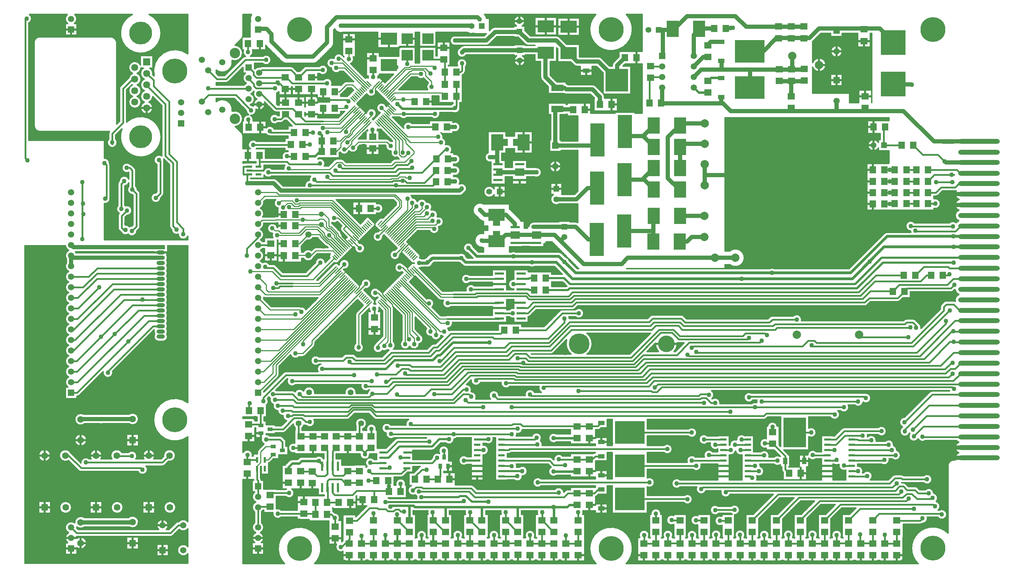
<source format=gtl>
%FSLAX43Y43*%
%MOMM*%
G71*
G01*
G75*
G04 Layer_Physical_Order=1*
%ADD10C,0.300*%
%ADD11R,1.600X1.800*%
%ADD12R,1.800X1.600*%
%ADD13R,1.550X0.600*%
%ADD14C,0.250*%
%ADD15R,1.600X1.000*%
%ADD16R,4.000X3.000*%
%ADD17R,3.000X1.500*%
%ADD18R,9.300X12.200*%
%ADD19O,10.000X1.200*%
%ADD20R,7.100X5.500*%
%ADD21R,5.400X5.500*%
%ADD22R,1.450X0.550*%
%ADD23R,1.450X0.550*%
%ADD24R,2.700X2.500*%
%ADD25C,0.075*%
%ADD26C,0.063*%
%ADD27R,3.500X8.000*%
%ADD28R,6.000X6.000*%
%ADD29R,3.000X4.000*%
%ADD30R,2.200X0.600*%
%ADD31R,2.200X0.600*%
%ADD32R,0.850X1.300*%
%ADD33R,1.300X0.850*%
%ADD34R,0.600X2.200*%
%ADD35R,0.600X2.200*%
%ADD36R,1.700X0.600*%
%ADD37R,1.700X0.600*%
%ADD38R,1.550X0.600*%
%ADD39R,1.000X1.600*%
%ADD40R,5.500X7.100*%
%ADD41R,0.550X1.450*%
%ADD42R,0.550X1.450*%
%ADD43C,0.500*%
%ADD44C,0.600*%
%ADD45C,0.400*%
%ADD46C,1.000*%
%ADD47C,0.700*%
%ADD48C,0.800*%
%ADD49C,2.500*%
%ADD50C,1.500*%
%ADD51R,1.500X1.500*%
%ADD52C,2.000*%
%ADD53R,1.400X1.400*%
%ADD54C,1.400*%
%ADD55C,1.300*%
%ADD56C,5.000*%
%ADD57C,6.000*%
%ADD58C,4.000*%
%ADD59R,1.600X1.600*%
%ADD60C,1.600*%
%ADD61O,2.000X1.000*%
%ADD62R,2.000X1.000*%
%ADD63C,1.690*%
%ADD64R,1.690X1.690*%
%ADD65C,5.500*%
%ADD66C,3.000*%
%ADD67C,1.100*%
D10*
X38225Y76320D02*
G03*
X38219Y76440I-1150J0D01*
G01*
X38034Y75685D02*
G03*
X38225Y76320I-959J635D01*
G01*
X38225Y75050D02*
G03*
X38034Y75685I-1150J0D01*
G01*
Y74415D02*
G03*
X38225Y75050I-959J635D01*
G01*
Y73780D02*
G03*
X38034Y74415I-1150J0D01*
G01*
X38034Y73145D02*
G03*
X38225Y73780I-959J635D01*
G01*
Y72510D02*
G03*
X38034Y73145I-1150J0D01*
G01*
X38034Y71875D02*
G03*
X38225Y72510I-959J635D01*
G01*
Y71240D02*
G03*
X38034Y71875I-1150J0D01*
G01*
X38034Y70605D02*
G03*
X38225Y71240I-959J635D01*
G01*
Y69970D02*
G03*
X38034Y70605I-1150J0D01*
G01*
Y69335D02*
G03*
X38225Y69970I-959J635D01*
G01*
Y68700D02*
G03*
X38034Y69335I-1150J0D01*
G01*
Y68065D02*
G03*
X38225Y68700I-959J635D01*
G01*
Y67430D02*
G03*
X38034Y68065I-1150J0D01*
G01*
Y66795D02*
G03*
X38225Y67430I-959J635D01*
G01*
Y66160D02*
G03*
X38034Y66795I-1150J0D01*
G01*
X38034Y65525D02*
G03*
X38225Y66160I-959J635D01*
G01*
X38225Y64890D02*
G03*
X38034Y65525I-1150J0D01*
G01*
Y64255D02*
G03*
X38225Y64890I-959J635D01*
G01*
X38225Y63620D02*
G03*
X38034Y64255I-1150J0D01*
G01*
X38034Y62985D02*
G03*
X38225Y63620I-959J635D01*
G01*
Y62350D02*
G03*
X38034Y62985I-1150J0D01*
G01*
Y61715D02*
G03*
X38225Y62350I-959J635D01*
G01*
Y61080D02*
G03*
X38034Y61715I-1150J0D01*
G01*
Y60445D02*
G03*
X38225Y61080I-959J635D01*
G01*
Y59810D02*
G03*
X38034Y60445I-1150J0D01*
G01*
X38034Y59175D02*
G03*
X38225Y59810I-959J635D01*
G01*
X38225Y58540D02*
G03*
X38034Y59175I-1150J0D01*
G01*
Y57905D02*
G03*
X38225Y58540I-959J635D01*
G01*
X38225Y57270D02*
G03*
X38034Y57905I-1150J0D01*
G01*
X38037Y56640D02*
G03*
X38225Y57270I-962J630D01*
G01*
Y56010D02*
G03*
X38037Y56640I-1150J0D01*
G01*
X37075Y54860D02*
G03*
X38225Y56010I0J1150D01*
G01*
X43100Y40112D02*
G03*
X43100Y31888I-3100J-4112D01*
G01*
X40153Y27391D02*
G03*
X37271Y27162I-1450J0D01*
G01*
X34931Y76440D02*
G03*
X34931Y76200I1144J-120D01*
G01*
X34983Y57631D02*
G03*
X35113Y56640I1092J-361D01*
G01*
G03*
X36075Y54860I962J-630D01*
G01*
X31259Y36183D02*
G03*
X28926Y37333I-1450J0D01*
G01*
Y35033D02*
G03*
X31259Y36183I883J1150D01*
G01*
X25050Y47350D02*
G03*
X25010Y47658I-1200J0D01*
G01*
X30850Y27300D02*
G03*
X28803Y28150I-1200J0D01*
G01*
X38473Y25959D02*
G03*
X40153Y27391I230J1432D01*
G01*
X43100Y11458D02*
G03*
X40889Y11441I-1099J-867D01*
G01*
X40791D02*
G03*
X40190Y11192I0J-850D01*
G01*
X40791Y11441D02*
G03*
X40190Y11192I0J-850D01*
G01*
X37012Y24850D02*
G03*
X37613Y25099I0J850D01*
G01*
X37012Y24850D02*
G03*
X37613Y25099I0J850D01*
G01*
X40233Y14891D02*
G03*
X40233Y14891I-1450J0D01*
G01*
X38401Y10591D02*
G03*
X36065Y9550I-1400J0D01*
G01*
X41007Y9605D02*
G03*
X43100Y9724I994J986D01*
G01*
X38900Y7850D02*
G03*
X39501Y8099I0J850D01*
G01*
X38900Y7850D02*
G03*
X39501Y8099I0J850D01*
G01*
X43100Y5458D02*
G03*
X43100Y3724I-1099J-867D01*
G01*
X37937Y9550D02*
G03*
X38401Y10591I-936J1041D01*
G01*
X34884Y26550D02*
G03*
X35153Y27391I-1181J841D01*
G01*
G03*
X32522Y26550I-1450J0D01*
G01*
X33400Y24000D02*
G03*
X33047Y24850I-1200J0D01*
G01*
X31109Y23500D02*
G03*
X33400Y24000I1091J500D01*
G01*
X30587Y26550D02*
G03*
X30850Y27300I-937J750D01*
G01*
X27239Y28150D02*
G03*
X24822Y26550I-1236J-759D01*
G01*
X27533Y14891D02*
G03*
X27533Y14891I-1450J0D01*
G01*
X31259Y11383D02*
G03*
X28830Y12453I-1450J0D01*
G01*
X29041Y10153D02*
G03*
X31259Y11383I768J1230D01*
G01*
X22670Y47568D02*
G03*
X25050Y47350I1180J-218D01*
G01*
X13609Y77900D02*
G03*
X14411Y76790I1391J160D01*
G01*
G03*
X13850Y74722I589J-1270D01*
G01*
X16224Y76200D02*
G03*
X16055Y76440I-1224J-680D01*
G01*
X13850Y73778D02*
G03*
X14411Y71710I1150J-798D01*
G01*
G03*
X14411Y69170I589J-1270D01*
G01*
G03*
X14411Y66630I589J-1270D01*
G01*
G03*
X14411Y64090I589J-1270D01*
G01*
G03*
X14411Y61550I589J-1270D01*
G01*
G03*
X14411Y59010I589J-1270D01*
G01*
G03*
X14411Y56470I589J-1270D01*
G01*
G03*
X14411Y53930I589J-1270D01*
G01*
G03*
X14411Y51390I589J-1270D01*
G01*
G03*
X14411Y48850I589J-1270D01*
G01*
G03*
X14411Y46310I589J-1270D01*
G01*
X16400Y41650D02*
G03*
X17001Y41899I0J850D01*
G01*
X16400Y41650D02*
G03*
X17001Y41899I0J850D01*
G01*
X14411Y46310D02*
G03*
X14187Y43900I589J-1270D01*
G01*
X22401Y37333D02*
G03*
X21999Y37333I-201J-1183D01*
G01*
X21761Y35033D02*
G03*
X22639Y35033I439J1117D01*
G01*
X18077Y37333D02*
G03*
X18287Y35033I-768J-1230D01*
G01*
X18759Y31103D02*
G03*
X18759Y31103I-1450J0D01*
G01*
X22184Y26550D02*
G03*
X22453Y27391I-1181J841D01*
G01*
G03*
X19822Y26550I-1450J0D01*
G01*
X19397D02*
G03*
X17354Y25598I-847J-850D01*
G01*
X16799Y23749D02*
G03*
X17400Y23500I601J601D01*
G01*
X16799Y23749D02*
G03*
X17400Y23500I601J601D01*
G01*
X18192Y12453D02*
G03*
X15866Y11163I-883J-1150D01*
G01*
X16384Y10186D02*
G03*
X18192Y10153I925J1117D01*
G01*
X18759Y6303D02*
G03*
X16385Y7420I-1450J0D01*
G01*
X16389Y5182D02*
G03*
X18759Y6303I920J1121D01*
G01*
X14894Y28052D02*
G03*
X14381Y26167I-1291J-660D01*
G01*
X15133Y14891D02*
G03*
X15133Y14891I-1450J0D01*
G01*
X10053Y27391D02*
G03*
X10053Y27391I-1450J0D01*
G01*
X16389Y10071D02*
G03*
X16384Y10186I-1400J0D01*
G01*
X16377Y9886D02*
G03*
X16389Y10071I-1388J186D01*
G01*
X15866Y11163D02*
G03*
X14400Y8801I-877J-1092D01*
G01*
X16389Y7531D02*
G03*
X16352Y7850I-1400J0D01*
G01*
X16385Y7420D02*
G03*
X16389Y7531I-1396J111D01*
G01*
X14400Y8801D02*
G03*
X14176Y6391I589J-1270D01*
G01*
X36664Y129136D02*
G03*
X33785Y133600I-4900J0D01*
G01*
X43100Y124112D02*
G03*
X34990Y118807I-3100J-4112D01*
G01*
X34654Y119143D02*
G03*
X34679Y119411I-1471J269D01*
G01*
G03*
X33964Y120686I-1495J0D01*
G01*
X33746Y112486D02*
G03*
X34678Y113820I-563J1385D01*
G01*
X34679Y111101D02*
G03*
X33746Y112486I-1495J0D01*
G01*
X32621D02*
G03*
X34679Y111101I563J-1385D01*
G01*
X31835Y120686D02*
G03*
X31839Y120796I-1491J110D01*
G01*
X32403Y120686D02*
G03*
X32621Y118026I781J-1275D01*
G01*
Y118026D02*
G03*
X32621Y115256I563J-1385D01*
G01*
X30906Y119411D02*
G03*
X31835Y120686I-563J1385D01*
G01*
X31689Y121449D02*
G03*
X29781Y119411I-1345J-653D01*
G01*
X31839Y118026D02*
G03*
X30906Y119411I-1495J0D01*
G01*
X30906Y116641D02*
G03*
X31839Y118026I-563J1385D01*
G01*
X29781Y119411D02*
G03*
X28880Y118332I563J-1385D01*
G01*
X29653Y116700D02*
G03*
X29781Y116641I691J1326D01*
G01*
X31839Y115256D02*
G03*
X30906Y116641I-1495J0D01*
G01*
X29781D02*
G03*
X29781Y113871I563J-1385D01*
G01*
X32621Y115256D02*
G03*
X32621Y112486I563J-1385D01*
G01*
X30906Y113871D02*
G03*
X31839Y115256I-563J1385D01*
G01*
Y112486D02*
G03*
X30906Y113871I-1495J0D01*
G01*
X29781D02*
G03*
X31839Y112486I563J-1385D01*
G01*
X37350Y98550D02*
G03*
X37330Y98768I-1200J0D01*
G01*
X37300Y98207D02*
G03*
X37350Y98550I-1150J343D01*
G01*
X36664Y104146D02*
G03*
X28350Y107661I-4900J0D01*
G01*
X36854Y99522D02*
G03*
X35600Y97483I-704J-972D01*
G01*
X38700Y82600D02*
G03*
X38949Y81999I850J0D01*
G01*
X39150Y81798D02*
G03*
X40801Y80688I1200J2D01*
G01*
X38700Y82600D02*
G03*
X38949Y81999I850J0D01*
G01*
X40801Y80688D02*
G03*
X43100Y80170I1199J-38D01*
G01*
X37051Y89899D02*
G03*
X37300Y90500I-601J601D01*
G01*
X37051Y89899D02*
G03*
X37300Y90500I-601J601D01*
G01*
X35398Y90650D02*
G03*
X36600Y89448I2J-1200D01*
G01*
X29701Y97251D02*
G03*
X29263Y97484I-601J-601D01*
G01*
X29701Y97251D02*
G03*
X29263Y97484I-601J-601D01*
G01*
X30600Y96000D02*
G03*
X30351Y96601I-850J0D01*
G01*
X30600Y96000D02*
G03*
X30351Y96601I-850J0D01*
G01*
X31600Y90400D02*
G03*
X31351Y91001I-850J0D01*
G01*
X30950Y91402D02*
G03*
X30600Y92247I-1200J-2D01*
G01*
X31600Y90400D02*
G03*
X31351Y91001I-850J0D01*
G01*
Y81949D02*
G03*
X31600Y82550I-601J601D01*
G01*
X31351Y81949D02*
G03*
X31600Y82550I-601J601D01*
G01*
X28900Y92247D02*
G03*
X29748Y90200I850J-847D01*
G01*
X28452Y85200D02*
G03*
X29650Y86400I-2J1200D01*
G01*
X29020Y82471D02*
G03*
X28000Y82896I-920J-771D01*
G01*
X29648Y82650D02*
G03*
X29020Y82471I2J-1200D01*
G01*
X28730Y80679D02*
G03*
X30850Y81448I920J771D01*
G01*
X29743Y133600D02*
G03*
X36664Y129136I2021J-4464D01*
G01*
X26000Y126700D02*
G03*
X25604Y127676I-1400J0D01*
G01*
X26000Y126700D02*
G03*
X25604Y127676I-1400J0D01*
G01*
X25362Y127903D02*
G03*
X24500Y128200I-862J-1103D01*
G01*
X25604Y127676D02*
G03*
X25362Y127903I-1004J-826D01*
G01*
X25604Y127676D02*
G03*
X25362Y127903I-1004J-826D01*
G01*
X25362Y127903D02*
G03*
X24500Y128200I-862J-1103D01*
G01*
X16388Y132535D02*
G03*
X15896Y133600I-1400J0D01*
G01*
X26899Y116351D02*
G03*
X26650Y115750I601J-601D01*
G01*
X26899Y116351D02*
G03*
X26650Y115750I601J-601D01*
G01*
X15801Y131395D02*
G03*
X16388Y132535I-813J1140D01*
G01*
X14080Y133600D02*
G03*
X14175Y131395I908J-1065D01*
G01*
X5500Y132600D02*
G03*
X4963Y133600I-1200J0D01*
G01*
X4850Y131533D02*
G03*
X5500Y132600I-550J1067D01*
G01*
X7450Y128200D02*
G03*
X6100Y126429I0J-1400D01*
G01*
X7450Y128200D02*
G03*
X6100Y126429I0J-1400D01*
G01*
X27246Y106044D02*
G03*
X36664Y104146I4518J-1898D01*
G01*
X27962Y92311D02*
G03*
X28900Y93020I-162J1189D01*
G01*
X29263Y97484D02*
G03*
X28900Y95559I-863J-834D01*
G01*
Y93980D02*
G03*
X26600Y93502I-1100J-480D01*
G01*
X26511Y93413D02*
G03*
X26262Y92812I601J-601D01*
G01*
X26511Y93413D02*
G03*
X26262Y92812I601J-601D01*
G01*
X29650Y86400D02*
G03*
X28037Y87527I-1200J0D01*
G01*
G03*
X27962Y87609I-925J-764D01*
G01*
X27078Y81071D02*
G03*
X28730Y80679I1022J629D01*
G01*
X26262Y87609D02*
G03*
X26550Y85702I850J-847D01*
G01*
X26549Y85701D02*
G03*
X26300Y85100I601J-601D01*
G01*
X26549Y85701D02*
G03*
X26300Y85100I601J-601D01*
G01*
Y82200D02*
G03*
X26549Y81599I850J0D01*
G01*
X26300Y82200D02*
G03*
X26549Y81599I850J0D01*
G01*
X24252Y105450D02*
G03*
X24050Y104900I648J-550D01*
G01*
X24252Y105450D02*
G03*
X24050Y104900I648J-550D01*
G01*
X6100Y106800D02*
G03*
X7870Y105450I1400J0D01*
G01*
X26100Y102750D02*
G03*
X25750Y103597I-1200J0D01*
G01*
X24050D02*
G03*
X24413Y101653I850J-847D01*
G01*
X25387D02*
G03*
X26100Y102750I-487J1097D01*
G01*
X24413Y101653D02*
G03*
X25387Y101653I487J697D01*
G01*
X24350Y97350D02*
G03*
X24249Y97752I-850J0D01*
G01*
X24350Y97350D02*
G03*
X24249Y97752I-850J0D01*
G01*
X24400Y89250D02*
G03*
X24350Y89593I-1200J0D01*
G01*
X23050Y88059D02*
G03*
X24400Y89250I150J1191D01*
G01*
X24250Y97800D02*
G03*
X23050Y99000I-1200J0D01*
G01*
X77700Y117631D02*
G03*
X75803Y117900I-1050J-581D01*
G01*
X64500Y114669D02*
G03*
X64993Y114999I-400J1131D01*
G01*
Y116601D02*
G03*
X64525Y116922I-893J-801D01*
G01*
X68093Y116207D02*
G03*
X68200Y116200I107J843D01*
G01*
X68093Y116207D02*
G03*
X68200Y116200I107J843D01*
G01*
X193550Y120884D02*
G03*
X196750Y121450I1550J566D01*
G01*
G03*
X193550Y122016I-1650J0D01*
G01*
X200693Y124701D02*
G03*
X200693Y124701I-1400J0D01*
G01*
X59411Y8810D02*
G03*
X59187Y6400I589J-1270D01*
G01*
X60813D02*
G03*
X61400Y7540I-813J1140D01*
G01*
G03*
X60589Y8810I-1400J0D01*
G01*
X59150Y11192D02*
G03*
X59411Y8810I850J-1112D01*
G01*
Y16190D02*
G03*
X59150Y13808I589J-1270D01*
G01*
X60589Y8810D02*
G03*
X61400Y10080I-589J1270D01*
G01*
G03*
X60850Y11192I-1400J0D01*
G01*
Y13808D02*
G03*
X61227Y14245I-850J1112D01*
G01*
X75150Y5000D02*
G03*
X66367Y1350I-5150J0D01*
G01*
X63575Y13645D02*
G03*
X65609Y12562I1175J-245D01*
G01*
X65584Y14262D02*
G03*
X64459Y14564I-834J-862D01*
G01*
X59150Y18572D02*
G03*
X59411Y16190I850J-1112D01*
G01*
X58901Y21559D02*
G03*
X58924Y21400I849J41D01*
G01*
X58901Y21559D02*
G03*
X58924Y21400I849J41D01*
G01*
X58614Y27259D02*
G03*
X58650Y27550I-1164J291D01*
G01*
X60849Y21400D02*
G03*
X60601Y21951I-849J-50D01*
G01*
X60849Y21400D02*
G03*
X60601Y21951I-849J-50D01*
G01*
X58650Y27550D02*
G03*
X56400Y28131I-1200J0D01*
G01*
X60102Y28848D02*
G03*
X59875Y28300I548J-548D01*
G01*
X60103Y28849D02*
G03*
X59875Y28300I547J-549D01*
G01*
X61433Y30167D02*
G03*
X61345Y30091I461J-623D01*
G01*
X61433Y30167D02*
G03*
X61346Y30092I461J-623D01*
G01*
X60827Y31673D02*
G03*
X61433Y30167I1123J-423D01*
G01*
X66653Y17500D02*
G03*
X68700Y18350I847J850D01*
G01*
X66830Y19345D02*
G03*
X66653Y19200I670J-995D01*
G01*
X66626Y25220D02*
G03*
X66489Y25045I672J-672D01*
G01*
X66626Y25220D02*
G03*
X66489Y25045I672J-672D01*
G01*
X62575Y25615D02*
G03*
X62974Y25827I-149J761D01*
G01*
X62575Y25615D02*
G03*
X62975Y25828I-149J761D01*
G01*
X62797Y32100D02*
G03*
X61998Y32449I-847J-850D01*
G01*
X65901Y31851D02*
G03*
X65300Y32100I-601J-601D01*
G01*
X65901Y31851D02*
G03*
X65300Y32100I-601J-601D01*
G01*
X66744Y30656D02*
G03*
X66496Y31257I-850J0D01*
G01*
X66744Y30656D02*
G03*
X66496Y31257I-850J0D01*
G01*
X73633Y1350D02*
G03*
X75150Y5000I-3633J3650D01*
G01*
X79647Y12353D02*
G03*
X78449Y13553I-1200J0D01*
G01*
X79477Y11738D02*
G03*
X79647Y12353I-1030J615D01*
G01*
X78916Y6038D02*
G03*
X80443Y4280I983J-688D01*
G01*
X68700Y18350D02*
G03*
X68170Y19345I-1200J0D01*
G01*
X68200Y26400D02*
G03*
X67528Y26122I0J-950D01*
G01*
X68200Y26400D02*
G03*
X67528Y26122I0J-950D01*
G01*
X70550Y27050D02*
G03*
X69878Y26772I0J-950D01*
G01*
X70550Y27050D02*
G03*
X69878Y26772I0J-950D01*
G01*
X68843Y30350D02*
G03*
X68843Y28050I-343J-1150D01*
G01*
X78207Y13794D02*
G03*
X78038Y13926I-601J-601D01*
G01*
X78207Y13794D02*
G03*
X78038Y13926I-601J-601D01*
G01*
X86261Y24746D02*
G03*
X85993Y24581I489J-1096D01*
G01*
Y25081D02*
G03*
X86261Y24746I1057J569D01*
G01*
X75808Y26561D02*
G03*
X73967Y27050I-1108J-461D01*
G01*
X86289Y26578D02*
G03*
X85977Y25112I761J-928D01*
G01*
X84555Y27762D02*
G03*
X86289Y26578I1195J-112D01*
G01*
X86511Y26722D02*
G03*
X86950Y27650I-761J928D01*
G01*
G03*
X86945Y27762I-1200J0D01*
G01*
X62038Y39503D02*
G03*
X62500Y40450I-738J947D01*
G01*
G03*
X62286Y41134I-1200J0D01*
G01*
X62616Y41464D02*
G03*
X62950Y41142I984J686D01*
G01*
G03*
X63649Y39688I1150J-342D01*
G01*
X64447Y43000D02*
G03*
X64286Y43134I-847J-850D01*
G01*
X63649Y39688D02*
G03*
X64751Y38151I1151J-338D01*
G01*
X65998Y32848D02*
G03*
X66599Y33097I0J850D01*
G01*
X65998Y32848D02*
G03*
X66599Y33097I0J850D01*
G01*
X70644Y34062D02*
G03*
X71083Y34709I-850J1049D01*
G01*
G03*
X71500Y34600I417J741D01*
G01*
X71083Y34709D02*
G03*
X71500Y34600I417J741D01*
G01*
X66004Y37001D02*
G03*
X66850Y35752I1196J-101D01*
G01*
X64751Y38151D02*
G03*
X66004Y37001I1199J49D01*
G01*
X68454Y34952D02*
G03*
X68944Y34062I1341J159D01*
G01*
X68901Y42751D02*
G03*
X68300Y43000I-601J-601D01*
G01*
X68901Y42751D02*
G03*
X68300Y43000I-601J-601D01*
G01*
X71603Y34600D02*
G03*
X73650Y35450I847J850D01*
G01*
X70976Y42899D02*
G03*
X68923Y42729I-976J-699D01*
G01*
X73644Y42610D02*
G03*
X70976Y42899I-1350J0D01*
G01*
X64847Y46251D02*
G03*
X65075Y46800I-547J549D01*
G01*
X64848Y46252D02*
G03*
X65075Y46800I-548J548D01*
G01*
X67161Y45900D02*
G03*
X69047Y44450I1039J-600D01*
G01*
X66700Y47600D02*
G03*
X66099Y47351I0J-850D01*
G01*
X66700Y47600D02*
G03*
X66099Y47351I0J-850D01*
G01*
X61372Y65084D02*
G03*
X61400Y65360I-1372J276D01*
G01*
X61398Y65438D02*
G03*
X61800Y65325I402J663D01*
G01*
X61398Y65438D02*
G03*
X61800Y65325I402J663D01*
G01*
X70750Y51175D02*
G03*
X71298Y51402I0J775D01*
G01*
X70750Y51175D02*
G03*
X71299Y51403I0J775D01*
G01*
X67841Y51638D02*
G03*
X69916Y51175I1159J312D01*
G01*
X70251Y63183D02*
G03*
X70000Y63225I-251J-733D01*
G01*
X70251Y63183D02*
G03*
X70000Y63225I-251J-733D01*
G01*
X71547Y62486D02*
G03*
X70251Y63183I-1097J-486D01*
G01*
X74747Y51100D02*
G03*
X74747Y49400I-847J-850D01*
G01*
X73650Y35450D02*
G03*
X73489Y36050I-1200J0D01*
G01*
X73619Y42350D02*
G03*
X73644Y42610I-1325J260D01*
G01*
X75107Y49400D02*
G03*
X74441Y47600I343J-1150D01*
G01*
X81450Y36050D02*
G03*
X82051Y36299I0J850D01*
G01*
X81450Y36050D02*
G03*
X82051Y36299I0J850D01*
G01*
X85243Y33837D02*
G03*
X86144Y35110I-449J1273D01*
G01*
G03*
X83543Y34603I-1350J0D01*
G01*
X83644Y42610D02*
G03*
X80970Y42350I-1350J0D01*
G01*
X83619D02*
G03*
X83644Y42610I-1325J260D01*
G01*
X86817Y43200D02*
G03*
X86354Y42350I733J-950D01*
G01*
X84802Y44450D02*
G03*
X86744Y43200I1148J-350D01*
G01*
X73497Y53601D02*
G03*
X73725Y54150I-547J549D01*
G01*
X73498Y53602D02*
G03*
X73725Y54150I-548J548D01*
G01*
X81300Y51850D02*
G03*
X80699Y51601I0J-850D01*
G01*
X81300Y51850D02*
G03*
X80699Y51601I0J-850D01*
G01*
X83351D02*
G03*
X82750Y51850I-601J-601D01*
G01*
X83351Y51601D02*
G03*
X82750Y51850I-601J-601D01*
G01*
X81990Y70772D02*
G03*
X81636Y71125I-695J-342D01*
G01*
X83702Y61913D02*
G03*
X83475Y61365I548J-548D01*
G01*
X83703Y61914D02*
G03*
X83475Y61365I547J-549D01*
G01*
X82343Y70418D02*
G03*
X81990Y70772I-695J-342D01*
G01*
X82697Y70064D02*
G03*
X82343Y70418I-695J-342D01*
G01*
X83757Y69004D02*
G03*
X83404Y69357I-695J-342D01*
G01*
X83050Y69711D02*
G03*
X82697Y70064I-695J-342D01*
G01*
X83404Y69357D02*
G03*
X83050Y69711I-695J-342D01*
G01*
X84111Y68650D02*
G03*
X83757Y69004I-696J-342D01*
G01*
X83475Y54356D02*
G03*
X85400Y53400I725J-956D01*
G01*
G03*
X85025Y54271I-1200J0D01*
G01*
X86807Y62825D02*
G03*
X86999Y62038I1193J-125D01*
G01*
X84311Y64608D02*
G03*
X84664Y64254I695J342D01*
G01*
G03*
X85018Y63901I695J342D01*
G01*
G03*
X85348Y63559I695J342D01*
G01*
X83969Y64938D02*
G03*
X84311Y64608I684J365D01*
G01*
X84452Y68320D02*
G03*
X84111Y68650I-684J-365D01*
G01*
X86232Y66529D02*
G03*
X85879Y66882I-695J-342D01*
G01*
X86586Y66175D02*
G03*
X86232Y66529I-695J-342D01*
G01*
X86939Y65822D02*
G03*
X86586Y66175I-695J-342D01*
G01*
X85879Y66882D02*
G03*
X85548Y67224I-695J-342D01*
G01*
X91494Y17050D02*
G03*
X91341Y17164I-794J-900D01*
G01*
X97364Y14120D02*
G03*
X97722Y14050I358J880D01*
G01*
X97364Y14120D02*
G03*
X97722Y14050I358J880D01*
G01*
X96936Y20143D02*
G03*
X97834Y17925I364J-1143D01*
G01*
X100471Y7659D02*
G03*
X100600Y8200I-1071J541D01*
G01*
X97834Y17925D02*
G03*
X98186Y17641I916J775D01*
G01*
X100600Y8200D02*
G03*
X98329Y7659I-1200J0D01*
G01*
X98186Y17641D02*
G03*
X98188Y17050I1164J-291D01*
G01*
X100902Y14050D02*
G03*
X100941Y13241I1148J-350D01*
G01*
X95550Y20600D02*
G03*
X93198Y20264I-1200J0D01*
G01*
X87936Y26460D02*
G03*
X86511Y26722I-886J-810D01*
G01*
X95502Y20264D02*
G03*
X95550Y20600I-1152J336D01*
G01*
X94506Y22200D02*
G03*
X95107Y22449I0J850D01*
G01*
X94506Y22200D02*
G03*
X95107Y22449I0J850D01*
G01*
X93600Y31550D02*
G03*
X92999Y31301I0J-850D01*
G01*
X93600Y31550D02*
G03*
X92999Y31301I0J-850D01*
G01*
X99069Y24760D02*
G03*
X98849Y24601I381J-760D01*
G01*
X99069Y24760D02*
G03*
X98849Y24601I381J-760D01*
G01*
X103722Y27855D02*
G03*
X101950Y26802I-572J-1055D01*
G01*
X101900Y28650D02*
G03*
X102537Y28914I0J900D01*
G01*
X101900Y28650D02*
G03*
X102537Y28914I0J900D01*
G01*
X100587Y31700D02*
G03*
X100403Y31550I663J-1000D01*
G01*
X105900Y28550D02*
G03*
X103722Y27855I-1200J0D01*
G01*
X105206Y30400D02*
G03*
X107200Y31300I794J900D01*
G01*
X109144Y7659D02*
G03*
X109300Y8250I-1044J591D01*
G01*
G03*
X107056Y7659I-1200J0D01*
G01*
X109902Y14050D02*
G03*
X109941Y13241I1148J-350D01*
G01*
X117869Y7655D02*
G03*
X118000Y8200I-1069J545D01*
G01*
G03*
X115731Y7655I-1200J0D01*
G01*
X118488Y14050D02*
G03*
X118563Y13241I1162J-300D01*
G01*
X111951Y20051D02*
G03*
X111350Y20300I-601J-601D01*
G01*
X111951Y20051D02*
G03*
X111350Y20300I-601J-601D01*
G01*
X105873Y28298D02*
G03*
X105900Y28550I-1173J252D01*
G01*
X107199Y31354D02*
G03*
X107947Y31700I-99J1196D01*
G01*
X110382Y27065D02*
G03*
X110302Y25265I-832J-865D01*
G01*
X114200Y27504D02*
G03*
X115500Y28700I100J1196D01*
G01*
G03*
X114200Y29896I-1200J0D01*
G01*
X114794Y30345D02*
G03*
X116650Y31350I656J1005D01*
G01*
X88500Y33800D02*
G03*
X86148Y33462I-1200J0D01*
G01*
X88452D02*
G03*
X88500Y33800I-1152J338D01*
G01*
X87899Y36299D02*
G03*
X88500Y36050I601J601D01*
G01*
X87899Y36299D02*
G03*
X88500Y36050I601J601D01*
G01*
X88194Y54271D02*
G03*
X89911Y52654I706J-971D01*
G01*
X88352Y54498D02*
G03*
X88194Y54271I548J-548D01*
G01*
X88353Y54499D02*
G03*
X88194Y54271I547J-549D01*
G01*
X91975Y34700D02*
G03*
X90819Y32814I-975J-700D01*
G01*
G03*
X92794Y31700I1181J-214D01*
G01*
X89911Y52654D02*
G03*
X91223Y52877I489J1096D01*
G01*
G03*
X91500Y52752I627J1023D01*
G01*
X96219Y36050D02*
G03*
X95638Y34700I581J-1050D01*
G01*
X92644Y53000D02*
G03*
X93050Y53900I-794J900D01*
G01*
G03*
X92625Y54816I-1200J0D01*
G01*
X94675Y55116D02*
G03*
X96525Y53667I775J-916D01*
G01*
X96525D02*
G03*
X98800Y54200I1075J533D01*
G01*
X98798Y54276D02*
G03*
X99750Y55450I-248J1174D01*
G01*
G03*
X99214Y56449I-1200J0D01*
G01*
G03*
X99097Y56599I-664J-399D01*
G01*
X99214Y56449D02*
G03*
X99098Y56598I-664J-399D01*
G01*
X89001Y62038D02*
G03*
X89200Y62700I-1001J662D01*
G01*
X88381Y63838D02*
G03*
X87874Y63893I-381J-1138D01*
G01*
G03*
X88080Y64419I-569J526D01*
G01*
X89200Y62700D02*
G03*
X89138Y63081I-1200J0D01*
G01*
X88554Y65115D02*
G03*
X88347Y63871I342J-695D01*
G01*
X88080Y64419D02*
G03*
X87646Y65115I-775J0D01*
G01*
G03*
X87293Y65468I-695J-342D01*
G01*
X88884Y65456D02*
G03*
X88554Y65115I365J-683D01*
G01*
X92625Y62879D02*
G03*
X92556Y63198I-775J0D01*
G01*
X92625Y62879D02*
G03*
X92556Y63198I-775J0D01*
G01*
X87293Y65468D02*
G03*
X86939Y65822I-695J-342D01*
G01*
X85880Y67556D02*
G03*
X87200Y68750I120J1194D01*
G01*
X89155Y67277D02*
G03*
X88818Y65522I-955J-727D01*
G01*
X87200Y68750D02*
G03*
X84803Y68670I-1200J0D01*
G01*
X89434Y67098D02*
G03*
X89155Y67277I-548J-548D01*
G01*
X89435Y67097D02*
G03*
X89155Y67277I-549J-547D01*
G01*
X90321Y66882D02*
G03*
X89980Y66552I342J-695D01*
G01*
X90675Y67236D02*
G03*
X90321Y66882I342J-695D01*
G01*
X91028Y67590D02*
G03*
X90675Y67236I342J-695D01*
G01*
X91382Y67943D02*
G03*
X91028Y67590I342J-695D01*
G01*
X91736Y68297D02*
G03*
X91382Y67943I342J-696D01*
G01*
X92089Y68650D02*
G03*
X91736Y68297I342J-695D01*
G01*
X92443Y69004D02*
G03*
X92089Y68650I342J-696D01*
G01*
X92796Y69357D02*
G03*
X92443Y69004I342J-695D01*
G01*
X93150Y69711D02*
G03*
X92796Y69357I342J-696D01*
G01*
X96509Y69216D02*
G03*
X96839Y69557I-365J684D01*
G01*
G03*
X97192Y69911I-342J695D01*
G01*
X93503Y70064D02*
G03*
X93150Y69711I342J-695D01*
G01*
X93857Y70418D02*
G03*
X93503Y70064I342J-696D01*
G01*
X97192Y69911D02*
G03*
X97546Y70264I-342J695D01*
G01*
X94210Y70772D02*
G03*
X93857Y70418I342J-695D01*
G01*
X94564Y71125D02*
G03*
X94210Y70772I342J-695D01*
G01*
X97546Y70264D02*
G03*
X97887Y70595I-342J695D01*
G01*
X102300Y54250D02*
G03*
X101699Y54001I0J-850D01*
G01*
X102300Y54250D02*
G03*
X101699Y54001I0J-850D01*
G01*
X100572Y58011D02*
G03*
X101697Y56066I928J-761D01*
G01*
G03*
X104047Y56316I1153J334D01*
G01*
X111309Y42793D02*
G03*
X111400Y43250I-1109J457D01*
G01*
G03*
X110202Y44450I-1200J0D01*
G01*
X112417Y41000D02*
G03*
X112550Y41550I-1067J550D01*
G01*
G03*
X111352Y42750I-1200J0D01*
G01*
X104047Y56316D02*
G03*
X104570Y56072I753J934D01*
G01*
X106450Y57600D02*
G03*
X105982Y57459I0J-850D01*
G01*
X106450Y57600D02*
G03*
X105982Y57459I0J-850D01*
G01*
G03*
X105694Y58051I-1182J-209D01*
G01*
G03*
X106850Y59250I-44J1199D01*
G01*
G03*
X106834Y59442I-1200J0D01*
G01*
X105663Y61142D02*
G03*
X105184Y61067I-113J-842D01*
G01*
X116650Y31350D02*
G03*
X116598Y31700I-1200J0D01*
G01*
X118000Y41852D02*
G03*
X115953Y41000I-1200J-2D01*
G01*
X111304Y45552D02*
G03*
X113612Y45000I1196J-102D01*
G01*
X118517D02*
G03*
X120594Y44000I1183J-200D01*
G01*
X101918Y63128D02*
G03*
X102350Y64050I-768J922D01*
G01*
G03*
X100605Y65119I-1200J0D01*
G01*
X103479Y65003D02*
G03*
X104028Y64775I549J547D01*
G01*
X103480Y65002D02*
G03*
X104028Y64775I548J548D01*
G01*
X104659D02*
G03*
X106499Y63252I994J-673D01*
G01*
X107100Y67050D02*
G03*
X106751Y66975I0J-850D01*
G01*
X112105Y68242D02*
G03*
X110102Y67050I-855J-842D01*
G01*
X110963Y70782D02*
G03*
X111028Y69082I-813J-882D01*
G01*
X61104Y73841D02*
G03*
X60589Y74250I-1104J-861D01*
G01*
G03*
X61400Y75520I-589J1270D01*
G01*
G03*
X60589Y76790I-1400J0D01*
G01*
X62709Y73450D02*
G03*
X61104Y73841I-1009J-650D01*
G01*
X60589Y76790D02*
G03*
X61112Y77210I-589J1270D01*
G01*
Y78910D02*
G03*
X60618Y79316I-1112J-850D01*
G01*
X60661Y79366D02*
G03*
X61400Y80600I-661J1234D01*
G01*
G03*
X60589Y81870I-1400J0D01*
G01*
G03*
X61400Y83140I-589J1270D01*
G01*
X61145Y84875D02*
G03*
X61400Y85680I-1145J805D01*
G01*
G03*
X60589Y86950I-1400J0D01*
G01*
X61400Y83140D02*
G03*
X61388Y83325I-1400J0D01*
G01*
X60589Y86950D02*
G03*
X61400Y88220I-589J1270D01*
G01*
X63488Y80901D02*
G03*
X63566Y79841I1112J-451D01*
G01*
X61400Y88220D02*
G03*
X61372Y88496I-1400J0D01*
G01*
X64251Y73201D02*
G03*
X63650Y73450I-601J-601D01*
G01*
X64251Y73201D02*
G03*
X63650Y73450I-601J-601D01*
G01*
X64637Y82275D02*
G03*
X63488Y80901I-1187J-175D01*
G01*
X64250Y83325D02*
G03*
X64524Y83375I0J775D01*
G01*
X64250Y83325D02*
G03*
X64524Y83375I0J775D01*
G01*
X64300Y84925D02*
G03*
X64026Y84875I0J-775D01*
G01*
X64300Y84925D02*
G03*
X64026Y84875I0J-775D01*
G01*
X64229Y89025D02*
G03*
X64858Y86966I821J-875D01*
G01*
X56508Y97792D02*
G03*
X56400Y97785I0J-850D01*
G01*
X56508Y97792D02*
G03*
X56400Y97785I0J-850D01*
G01*
X59575Y101243D02*
G03*
X59697Y101350I-725J957D01*
G01*
X61459Y96147D02*
G03*
X61394Y96017I1041J-597D01*
G01*
X59697Y103050D02*
G03*
X58125Y101243I-847J-850D01*
G01*
X61459Y94953D02*
G03*
X63294Y94650I1041J597D01*
G01*
X63394Y96350D02*
G03*
X61459Y96147I-894J-800D01*
G01*
X64563Y93763D02*
G03*
X63750Y94100I-813J-813D01*
G01*
X64564Y93762D02*
G03*
X63750Y94100I-814J-812D01*
G01*
X66425Y97250D02*
G03*
X66217Y96350I975J-700D01*
G01*
X67238Y100615D02*
G03*
X65859Y98950I-288J-1165D01*
G01*
X70934Y74817D02*
G03*
X73387Y75041I1166J775D01*
G01*
X76199Y73855D02*
G03*
X73800Y73802I-1199J-55D01*
G01*
X72897Y76743D02*
G03*
X70934Y76367I-797J-1151D01*
G01*
X71824Y79220D02*
G03*
X73266Y79817I276J1372D01*
G01*
X73950Y77475D02*
G03*
X73401Y77247I0J-775D01*
G01*
X73950Y77475D02*
G03*
X73402Y77248I0J-775D01*
G01*
X74367Y79817D02*
G03*
X74553Y79520I733J251D01*
G01*
X74367Y79817D02*
G03*
X74552Y79521I733J251D01*
G01*
X79503Y73270D02*
G03*
X78271Y73453I-683J-365D01*
G01*
X80929Y71832D02*
G03*
X80599Y72174I-696J-342D01*
G01*
X81283Y71479D02*
G03*
X80929Y71832I-696J-342D01*
G01*
X81636Y71125D02*
G03*
X81283Y71479I-695J-342D01*
G01*
X80679Y72254D02*
G03*
X81979Y73450I100J1196D01*
G01*
G03*
X79583Y73350I-1200J0D01*
G01*
X78388Y73852D02*
G03*
X79515Y74154I432J644D01*
G01*
G03*
X79868Y74507I-342J695D01*
G01*
G03*
X80222Y74861I-342J695D01*
G01*
G03*
X80575Y75214I-342J695D01*
G01*
X76120Y77953D02*
G03*
X76613Y77727I549J547D01*
G01*
X80575Y75214D02*
G03*
X80929Y75568I-342J695D01*
G01*
X77385Y75925D02*
G03*
X77292Y74948I550J-546D01*
G01*
X80929Y75568D02*
G03*
X81282Y75921I-342J695D01*
G01*
X76121Y77952D02*
G03*
X76613Y77727I548J548D01*
G01*
X80025Y80816D02*
G03*
X79797Y81365I-775J0D01*
G01*
X80025Y80816D02*
G03*
X79798Y81364I-775J0D01*
G01*
X81282Y75921D02*
G03*
X81636Y76275I-342J695D01*
G01*
G03*
X81990Y76628I-342J695D01*
G01*
G03*
X82343Y76982I-342J695D01*
G01*
G03*
X82697Y77336I-342J695D01*
G01*
G03*
X83038Y77666I-342J695D01*
G01*
X83304Y77400D02*
G03*
X85700Y77300I1196J-100D01*
G01*
G03*
X84400Y78496I-1200J0D01*
G01*
X81459Y79952D02*
G03*
X81141Y79634I365J-683D01*
G01*
X84134Y78762D02*
G03*
X84464Y79103I-365J683D01*
G01*
G03*
X84818Y79457I-342J696D01*
G01*
G03*
X85172Y79810I-342J695D01*
G01*
G03*
X85525Y80164I-342J695D01*
G01*
G03*
X85879Y80517I-342J695D01*
G01*
X78155Y83006D02*
G03*
X77813Y83206I-548J-548D01*
G01*
X78156Y83005D02*
G03*
X77813Y83206I-549J-547D01*
G01*
Y83503D02*
G03*
X79110Y83715I487J1097D01*
G01*
X72360Y93692D02*
G03*
X71317Y92300I140J-1192D01*
G01*
X79825Y81907D02*
G03*
X80053Y81358I775J0D01*
G01*
X79825Y81907D02*
G03*
X80052Y81359I775J0D01*
G01*
Y82602D02*
G03*
X79825Y82054I548J-548D01*
G01*
X80053Y82603D02*
G03*
X79825Y82054I547J-549D01*
G01*
X72656Y94650D02*
G03*
X72360Y93692I894J-800D01*
G01*
X75974Y97075D02*
G03*
X76150Y97700I-1024J625D01*
G01*
G03*
X74420Y98777I-1200J0D01*
G01*
X78950Y98775D02*
G03*
X78401Y98547I0J-775D01*
G01*
X78950Y98775D02*
G03*
X78402Y98548I0J-775D01*
G01*
X80648D02*
G03*
X80100Y98775I-548J-548D01*
G01*
X80649Y98547D02*
G03*
X80100Y98775I-549J-547D01*
G01*
X85018Y83499D02*
G03*
X84676Y83169I342J-695D01*
G01*
X85348Y83841D02*
G03*
X85018Y83499I365J-683D01*
G01*
X79743Y100447D02*
G03*
X81899Y100753I1007J653D01*
G01*
X81928Y100782D02*
G03*
X84050Y101550I922J768D01*
G01*
X53765Y110291D02*
G03*
X53800Y110700I-2365J409D01*
G01*
G03*
X49950Y112612I-2400J0D01*
G01*
X54555Y106606D02*
G03*
X56300Y108500I-155J1894D01*
G01*
G03*
X53765Y110291I-1900J0D01*
G01*
X56400Y104200D02*
G03*
X55984Y105196I-1400J0D01*
G01*
X56400Y104200D02*
G03*
X55984Y105196I-1400J0D01*
G01*
X49950Y117222D02*
G03*
X50140Y117200I190J828D01*
G01*
X49950Y117222D02*
G03*
X50140Y117200I190J828D01*
G01*
X52350D02*
G03*
X52951Y117449I0J850D01*
G01*
X58811Y107948D02*
G03*
X58850Y108250I-1161J302D01*
G01*
X57783Y109443D02*
G03*
X56489Y107948I-133J-1193D01*
G01*
X58850Y108250D02*
G03*
X58217Y109307I-1200J0D01*
G01*
X57150Y110498D02*
G03*
X57783Y109443I1200J2D01*
G01*
X58217Y109307D02*
G03*
X59550Y110500I133J1193D01*
G01*
X61843Y104848D02*
G03*
X63170Y104343I1007J652D01*
G01*
X63920Y106043D02*
G03*
X61955Y106299I-1070J-543D01*
G01*
X58966Y111530D02*
G03*
X58352Y111700I-616J-1030D01*
G01*
X58164Y111888D02*
G03*
X59150Y113225I-414J1337D01*
G01*
G03*
X58339Y114495I-1400J0D01*
G01*
X59711Y113225D02*
G03*
X58966Y111530I589J-1270D01*
G01*
X59033Y115090D02*
G03*
X59711Y113225I1267J-595D01*
G01*
X57161Y117035D02*
G03*
X56638Y116615I589J-1270D01*
G01*
X56937Y119445D02*
G03*
X57161Y117035I813J-1140D01*
G01*
X58339Y114495D02*
G03*
X58992Y115119I-589J1270D01*
G01*
X59550Y110500D02*
G03*
X59513Y110797I-1200J0D01*
G01*
G03*
X61700Y111955I787J1158D01*
G01*
G03*
X61583Y112515I-1400J0D01*
G01*
X52350Y117200D02*
G03*
X52951Y117449I0J850D01*
G01*
X49950Y120188D02*
G03*
X53800Y122100I1450J1912D01*
G01*
G03*
X53765Y122509I-2400J0D01*
G01*
G03*
X56300Y124300I635J1791D01*
G01*
G03*
X54526Y126196I-1900J0D01*
G01*
X55990Y127660D02*
G03*
X56155Y127858I-990J990D01*
G01*
X55990Y127660D02*
G03*
X56155Y127858I-990J990D01*
G01*
G03*
X56307Y128148I-1155J792D01*
G01*
X56155Y127858D02*
G03*
X56307Y128148I-1155J792D01*
G01*
G03*
X56400Y128650I-1307J502D01*
G01*
X56307Y128148D02*
G03*
X56400Y128650I-1307J502D01*
G01*
X56950Y123500D02*
G03*
X56349Y123251I0J-850D01*
G01*
X56950Y123500D02*
G03*
X56349Y123251I0J-850D01*
G01*
X56508Y125048D02*
G03*
X57019Y123500I1092J-498D01*
G01*
X58181D02*
G03*
X58800Y124550I-581J1050D01*
G01*
G03*
X58692Y125048I-1200J0D01*
G01*
X60535Y120955D02*
G03*
X59272Y120525I-235J-1380D01*
G01*
X60925Y121050D02*
G03*
X60535Y120955I0J-850D01*
G01*
X60925Y121050D02*
G03*
X60535Y120955I0J-850D01*
G01*
X61103Y121800D02*
G03*
X63150Y122650I847J850D01*
G01*
G03*
X61103Y123500I-1200J0D01*
G01*
X58423Y133600D02*
G03*
X58211Y131900I1577J-1060D01*
G01*
X61855Y126169D02*
G03*
X62083Y125883I1395J881D01*
G01*
X61855Y126169D02*
G03*
X62083Y125883I1395J881D01*
G01*
X65519Y107550D02*
G03*
X66120Y107799I0J850D01*
G01*
X65519Y107550D02*
G03*
X66120Y107799I0J850D01*
G01*
X75949Y108675D02*
G03*
X75600Y108750I-349J-775D01*
G01*
X64847Y109250D02*
G03*
X64847Y107550I-847J-850D01*
G01*
X63749Y110349D02*
G03*
X64350Y110100I601J601D01*
G01*
X63749Y110349D02*
G03*
X64350Y110100I601J601D01*
G01*
X77850Y117050D02*
G03*
X75803Y117900I-1200J0D01*
G01*
X77744Y116557D02*
G03*
X77850Y117050I-1094J493D01*
G01*
X81537Y113881D02*
G03*
X81408Y113850I213J-1181D01*
G01*
X79962Y114346D02*
G03*
X80105Y114459I-406J660D01*
G01*
X79962Y114346D02*
G03*
X80106Y114460I-406J660D01*
G01*
X81250Y117475D02*
G03*
X80701Y117247I0J-775D01*
G01*
X81250Y117475D02*
G03*
X80702Y117248I0J-775D01*
G01*
X83064Y117406D02*
G03*
X82745Y117475I-319J-706D01*
G01*
X83064Y117406D02*
G03*
X82745Y117475I-319J-706D01*
G01*
X68551Y120801D02*
G03*
X67950Y121050I-601J-601D01*
G01*
X68551Y120801D02*
G03*
X67950Y121050I-601J-601D01*
G01*
X71600Y121100D02*
G03*
X70999Y120851I0J-850D01*
G01*
X71600Y121100D02*
G03*
X70999Y120851I0J-850D01*
G01*
X74753Y119400D02*
G03*
X76800Y120250I847J850D01*
G01*
G03*
X74753Y121100I-1200J0D01*
G01*
X65683Y122283D02*
G03*
X66850Y121800I1167J1167D01*
G01*
X65683Y122283D02*
G03*
X66850Y121800I1167J1167D01*
G01*
X73250D02*
G03*
X74417Y122283I0J1650D01*
G01*
X73250Y121800D02*
G03*
X74417Y122283I0J1650D01*
G01*
X78251Y122991D02*
G03*
X77650Y120704I-501J-1091D01*
G01*
G03*
X79766Y119925I1200J-4D01*
G01*
X80343Y123751D02*
G03*
X78251Y122991I-893J-801D01*
G01*
X82327Y121749D02*
G03*
X83050Y122850I-477J1101D01*
G01*
G03*
X82935Y123362I-1200J0D01*
G01*
X77767Y125633D02*
G03*
X78250Y126800I-1167J1167D01*
G01*
X77767Y125633D02*
G03*
X78250Y126800I-1167J1167D01*
G01*
X80579Y123498D02*
G03*
X80463Y123593I-548J-548D01*
G01*
G03*
X80343Y123751I-1013J-643D01*
G01*
X80579Y123497D02*
G03*
X80463Y123593I-549J-547D01*
G01*
X78444Y130111D02*
G03*
X80359Y129250I1506J789D01*
G01*
X93030Y76897D02*
G03*
X94150Y75700I-80J-1197D01*
G01*
G03*
X94144Y75820I-1200J0D01*
G01*
X92443Y78396D02*
G03*
X92796Y78043I695J342D01*
G01*
G03*
X93150Y77689I696J342D01*
G01*
G03*
X93480Y77348I695J342D01*
G01*
X85879Y80517D02*
G03*
X86232Y80871I-342J696D01*
G01*
G03*
X86586Y81225I-342J695D01*
G01*
X88943Y81296D02*
G03*
X90050Y80100I-93J-1196D01*
G01*
X86586Y81225D02*
G03*
X86939Y81578I-342J695D01*
G01*
G03*
X87281Y81908I-342J695D01*
G01*
X87343Y81959D02*
G03*
X87619Y82235I-392J668D01*
G01*
X90050Y80100D02*
G03*
X90045Y80206I-1200J0D01*
G01*
X90347Y80506D02*
G03*
X90654Y80210I670J389D01*
G01*
X91736Y79103D02*
G03*
X92089Y78750I695J342D01*
G01*
G03*
X92443Y78396I695J342D01*
G01*
X91028Y79810D02*
G03*
X91382Y79457I695J342D01*
G01*
G03*
X91736Y79103I696J342D01*
G01*
X90654Y80210D02*
G03*
X91028Y79810I716J296D01*
G01*
X88159Y83222D02*
G03*
X88151Y82766I736J-241D01*
G01*
X88347Y83529D02*
G03*
X88159Y83222I548J-548D01*
G01*
X88907Y81932D02*
G03*
X89237Y81590I695J342D01*
G01*
X88554Y82285D02*
G03*
X88907Y81932I695J342D01*
G01*
X88151Y82766D02*
G03*
X88554Y82285I745J214D01*
G01*
X94894Y71467D02*
G03*
X94564Y71125I365J-683D01*
G01*
X95355Y73198D02*
G03*
X95047Y73387I-548J-548D01*
G01*
G03*
X94731Y71630I-947J-737D01*
G01*
X95356Y73197D02*
G03*
X95047Y73387I-549J-547D01*
G01*
X96332Y72893D02*
G03*
X95990Y72563I342J-695D01*
G01*
X95650Y75202D02*
G03*
X95957Y74907I670J389D01*
G01*
X95271Y75568D02*
G03*
X95650Y75202I695J342D01*
G01*
X95957Y74907D02*
G03*
X96332Y74507I716J296D01*
G01*
X98831Y72550D02*
G03*
X99381Y72700I-31J1200D01*
G01*
X96685Y73246D02*
G03*
X96332Y72893I342J-695D01*
G01*
X97604Y73647D02*
G03*
X96685Y73246I-224J-742D01*
G01*
X97600Y73752D02*
G03*
X97604Y73647I1200J-2D01*
G01*
X96332Y74507D02*
G03*
X96685Y74154I695J342D01*
G01*
G03*
X97600Y73752I695J342D01*
G01*
X99381Y74800D02*
G03*
X98907Y74945I-581J-1050D01*
G01*
G03*
X99040Y75379I-642J434D01*
G01*
X94576Y76252D02*
G03*
X94918Y75921I683J365D01*
G01*
G03*
X95271Y75568I695J342D01*
G01*
X96839Y77843D02*
G03*
X96485Y78196I-695J-342D01*
G01*
G03*
X96132Y78550I-695J-342D01*
G01*
X97192Y77489D02*
G03*
X96839Y77843I-695J-342D01*
G01*
X97521Y77183D02*
G03*
X97192Y77489I-670J-389D01*
G01*
X96132Y78550D02*
G03*
X95802Y78891I-695J-342D01*
G01*
X98607Y76075D02*
G03*
X98253Y76428I-695J-342D01*
G01*
G03*
X97920Y76771I-695J-342D01*
G01*
X99040Y75379D02*
G03*
X98607Y76075I-775J0D01*
G01*
X97920Y76771D02*
G03*
X97521Y77183I-716J-296D01*
G01*
X90097Y84571D02*
G03*
X89231Y84413I-318J-707D01*
G01*
X88538Y85756D02*
G03*
X90100Y86900I362J1144D01*
G01*
G03*
X88538Y88044I-1200J0D01*
G01*
X86380Y105784D02*
G03*
X86418Y105562I1196J93D01*
G01*
X88735D02*
G03*
X88777Y105877I-1158J314D01*
G01*
G03*
X88769Y106009I-1200J0D01*
G01*
X98315Y88539D02*
G03*
X97174Y89450I-1165J-289D01*
G01*
X100583Y88394D02*
G03*
X98373Y88529I-1133J-394D01*
G01*
X97174Y89450D02*
G03*
X96894Y90000I-1174J-250D01*
G01*
X91548Y103398D02*
G03*
X91000Y103625I-548J-548D01*
G01*
X91549Y103397D02*
G03*
X91000Y103625I-549J-547D01*
G01*
X90754Y102000D02*
G03*
X92003Y100701I1196J-100D01*
G01*
X92375Y103022D02*
G03*
X91850Y103096I-425J-1122D01*
G01*
X93050Y98825D02*
G03*
X92501Y98597I0J-775D01*
G01*
X93050Y98825D02*
G03*
X92502Y98598I0J-775D01*
G01*
X92003Y100701D02*
G03*
X93576Y99228I1147J-351D01*
G01*
X97047Y107400D02*
G03*
X95054Y106194I-847J-850D01*
G01*
X100772Y72703D02*
G03*
X102003Y73568I78J1197D01*
G01*
X100518Y75053D02*
G03*
X100056Y74800I332J-1153D01*
G01*
X101900Y76000D02*
G03*
X101156Y75691I0J-1050D01*
G01*
X101900Y76000D02*
G03*
X101158Y75692I0J-1050D01*
G01*
X109293Y73193D02*
G03*
X110000Y72900I707J707D01*
G01*
X108369Y73900D02*
G03*
X108712Y73774I581J1050D01*
G01*
X109293Y73193D02*
G03*
X110000Y72900I707J707D01*
G01*
X110126Y75188D02*
G03*
X108369Y76000I-1176J-238D01*
G01*
X101298Y81525D02*
G03*
X103600Y82000I1102J475D01*
G01*
G03*
X103491Y82501I-1200J0D01*
G01*
G03*
X104650Y83700I-41J1199D01*
G01*
G03*
X103146Y84861I-1200J0D01*
G01*
X101665Y86487D02*
G03*
X101900Y87200I-965J713D01*
G01*
G03*
X100583Y88394I-1200J0D01*
G01*
X103250Y85350D02*
G03*
X101665Y86487I-1200J0D01*
G01*
X103146Y84861D02*
G03*
X103250Y85350I-1096J489D01*
G01*
X111826Y77638D02*
G03*
X110412Y76224I-1176J-238D01*
G01*
X114256Y80862D02*
G03*
X113105Y77697I-356J-1662D01*
G01*
G03*
X114050Y77400I945J1353D01*
G01*
X113105Y77697D02*
G03*
X114050Y77400I945J1353D01*
G01*
X114320Y87961D02*
G03*
X112573Y85044I-870J-1461D01*
G01*
X113473Y84144D02*
G03*
X114256Y83706I1167J1167D01*
G01*
X113473Y84144D02*
G03*
X114256Y83706I1167J1167D01*
G01*
X110250Y91700D02*
G03*
X108453Y92741I-1200J0D01*
G01*
X108650Y93400D02*
G03*
X107138Y94559I-1200J0D01*
G01*
Y94841D02*
G03*
X108650Y96000I312J1159D01*
G01*
G03*
X107138Y97159I-1200J0D01*
G01*
X107162Y97585D02*
G03*
X108650Y98750I288J1165D01*
G01*
G03*
X107162Y99915I-1200J0D01*
G01*
X108550Y90000D02*
G03*
X109363Y90337I0J1150D01*
G01*
X108550Y90000D02*
G03*
X109363Y90337I0J1150D01*
G01*
X109756Y90730D02*
G03*
X110250Y91700I-706J970D01*
G01*
X108453Y92741D02*
G03*
X108650Y93400I-1003J659D01*
G01*
X105250Y102750D02*
G03*
X104514Y103857I-1200J0D01*
G01*
X105138Y102244D02*
G03*
X105250Y102750I-1088J506D01*
G01*
X106700Y101100D02*
G03*
X105138Y102244I-1200J0D01*
G01*
X104514Y103857D02*
G03*
X104550Y104150I-1164J293D01*
G01*
G03*
X104250Y104943I-1200J0D01*
G01*
G03*
X104138Y105055I-900J-793D01*
G01*
G03*
X104038Y105133I-788J-905D01*
G01*
X106442Y100357D02*
G03*
X106700Y101100I-942J743D01*
G01*
X107101Y105343D02*
G03*
X108643Y106493I343J1150D01*
G01*
G03*
X107101Y107643I-1200J0D01*
G01*
X116838Y91616D02*
G03*
X116838Y90202I-1150J-707D01*
G01*
X115411Y100317D02*
G03*
X116050Y98017I439J-1117D01*
G01*
X87811Y108664D02*
G03*
X88500Y109750I-511J1086D01*
G01*
G03*
X86101Y109808I-1200J0D01*
G01*
X90909Y111444D02*
G03*
X89415Y109950I-1150J-344D01*
G01*
X86185Y114498D02*
G03*
X88450Y115050I1065J552D01*
G01*
G03*
X88432Y115255I-1200J0D01*
G01*
X92402Y108907D02*
G03*
X92623Y108875I221J743D01*
G01*
X92402Y108907D02*
G03*
X92623Y108875I221J743D01*
G01*
X94134D02*
G03*
X95927Y108831I916J775D01*
G01*
X101025Y117116D02*
G03*
X100844Y115475I775J-916D01*
G01*
X86519Y118762D02*
G03*
X86528Y118291I1181J-212D01*
G01*
X88878Y118323D02*
G03*
X88900Y118550I-1178J227D01*
G01*
G03*
X88881Y118762I-1200J0D01*
G01*
X98334Y118525D02*
G03*
X99877Y118277I916J775D01*
G01*
X101723Y108831D02*
G03*
X103800Y109650I877J819D01*
G01*
G03*
X103762Y109950I-1200J0D01*
G01*
X106938Y112135D02*
G03*
X106556Y111850I512J-1085D01*
G01*
X106970Y109950D02*
G03*
X108650Y111050I480J1100D01*
G01*
G03*
X108630Y111271I-1200J0D01*
G01*
G03*
X108638Y111388I-842J117D01*
G01*
X108630Y111271D02*
G03*
X108638Y111388I-842J117D01*
G01*
X109238Y119002D02*
G03*
X109344Y119092I-494J692D01*
G01*
X109238Y119002D02*
G03*
X109344Y119092I-494J692D01*
G01*
X109701Y119449D02*
G03*
X109950Y120050I-601J601D01*
G01*
X109701Y119449D02*
G03*
X109950Y120050I-601J601D01*
G01*
X110300Y121800D02*
G03*
X108036Y121243I-1200J0D01*
G01*
X109950Y120953D02*
G03*
X110300Y121800I-850J847D01*
G01*
X108529Y125506D02*
G03*
X110132Y123838I571J-1056D01*
G01*
X109638Y126138D02*
G03*
X108824Y125800I0J-1150D01*
G01*
X109638Y126138D02*
G03*
X108825Y125801I0J-1150D01*
G01*
X107793Y128450D02*
G03*
X107793Y126150I-343J-1150D01*
G01*
X114950D02*
G03*
X115764Y126488I0J1150D01*
G01*
X114950Y126150D02*
G03*
X115763Y126487I0J1150D01*
G01*
X110378Y129250D02*
G03*
X112037Y129068I1010J1550D01*
G01*
X115031Y132650D02*
G03*
X114554Y133600I-1681J-250D01*
G01*
X117050Y130550D02*
G03*
X116236Y130212I0J-1150D01*
G01*
X117050Y130550D02*
G03*
X116237Y130213I0J-1150D01*
G01*
X126700Y8200D02*
G03*
X124431Y7655I-1200J0D01*
G01*
X126569D02*
G03*
X126700Y8200I-1069J545D01*
G01*
X148633Y1350D02*
G03*
X150150Y5000I-3633J3650D01*
G01*
G03*
X141367Y1350I-5150J0D01*
G01*
X154150Y8250D02*
G03*
X151908Y7655I-1200J0D01*
G01*
X138207Y13238D02*
G03*
X138300Y13700I-1107J462D01*
G01*
X127238Y14050D02*
G03*
X127313Y13241I1162J-300D01*
G01*
X138300Y13700D02*
G03*
X138245Y14059I-1200J0D01*
G01*
X133600Y18502D02*
G03*
X131425Y19200I-1200J-2D01*
G01*
X134600Y19150D02*
G03*
X133999Y18901I0J-850D01*
G01*
X134600Y19150D02*
G03*
X133999Y18901I0J-850D01*
G01*
X141336Y17519D02*
G03*
X141601Y17699I-336J781D01*
G01*
X141336Y17519D02*
G03*
X141601Y17699I-336J781D01*
G01*
X153992Y7655D02*
G03*
X154150Y8250I-1042J595D01*
G01*
X159739Y7650D02*
G03*
X159900Y8250I-1039J600D01*
G01*
G03*
X157661Y7650I-1200J0D01*
G01*
X165700Y8200D02*
G03*
X163433Y7650I-1200J0D01*
G01*
X165567D02*
G03*
X165700Y8200I-1067J550D01*
G01*
X171500Y8300D02*
G03*
X169291Y7650I-1200J0D01*
G01*
X171309D02*
G03*
X171500Y8300I-1009J650D01*
G01*
X157000Y13400D02*
G03*
X154611Y13238I-1200J0D01*
G01*
X156989D02*
G03*
X157000Y13400I-1189J162D01*
G01*
X160064Y12934D02*
G03*
X160064Y10766I-514J-1084D01*
G01*
X165864Y12906D02*
G03*
X165864Y10694I-464J-1106D01*
G01*
X162506Y16050D02*
G03*
X164600Y16850I894J800D01*
G01*
G03*
X162606Y17750I-1200J0D01*
G01*
X165609Y19800D02*
G03*
X167812Y18850I1091J-500D01*
G01*
X170844Y15150D02*
G03*
X170944Y13450I-794J-900D01*
G01*
X122255Y24525D02*
G03*
X122300Y24850I-1155J325D01*
G01*
G03*
X122206Y25315I-1200J0D01*
G01*
X121656Y21500D02*
G03*
X123650Y22400I794J900D01*
G01*
X124850Y23650D02*
G03*
X122829Y24525I-1200J0D01*
G01*
X128197Y21750D02*
G03*
X128197Y20050I-847J-850D01*
G01*
X123649Y22450D02*
G03*
X124850Y23650I1J1200D01*
G01*
X130556Y24592D02*
G03*
X131883Y22600I594J-1042D01*
G01*
X130786Y26766D02*
G03*
X130185Y27015I-601J-601D01*
G01*
X130786Y26766D02*
G03*
X130185Y27015I-601J-601D01*
G01*
X133337Y27250D02*
G03*
X131210Y26342I-937J-750D01*
G01*
X120355Y27855D02*
G03*
X120952Y28100I0J850D01*
G01*
X120355Y27855D02*
G03*
X120952Y28100I0J850D01*
G01*
X128450Y30050D02*
G03*
X128032Y30960I-1200J0D01*
G01*
G03*
X128250Y31650I-982J690D01*
G01*
X128424Y29800D02*
G03*
X128450Y30050I-1174J250D01*
G01*
X122210Y32095D02*
G03*
X122300Y32550I-1110J455D01*
G01*
X128250Y31650D02*
G03*
X125936Y32095I-1200J0D01*
G01*
X122300Y32550D02*
G03*
X122294Y32668I-1200J0D01*
G01*
G03*
X123674Y33603I206J1182D01*
G01*
X131872Y32559D02*
G03*
X131894Y30659I-722J-959D01*
G01*
X153721Y19823D02*
G03*
X155450Y20900I529J1077D01*
G01*
G03*
X153721Y21977I-1200J0D01*
G01*
X161647Y21500D02*
G03*
X161647Y19800I-847J-850D01*
G01*
X164703Y24050D02*
G03*
X166750Y24900I847J850D01*
G01*
G03*
X166676Y25315I-1200J0D01*
G01*
X141188Y28038D02*
G03*
X140666Y27859I0J-850D01*
G01*
X141188Y28038D02*
G03*
X140666Y27859I0J-850D01*
G01*
X157703Y28100D02*
G03*
X159750Y28950I847J850D01*
G01*
G03*
X157703Y29800I-1200J0D01*
G01*
X141850Y33600D02*
G03*
X142451Y33849I0J850D01*
G01*
X141850Y33600D02*
G03*
X142451Y33849I0J850D01*
G01*
X165331Y27015D02*
G03*
X163338Y25750I-881J-815D01*
G01*
X169458Y28285D02*
G03*
X167452Y27015I-908J-785D01*
G01*
X168917Y30395D02*
G03*
X170650Y28961I1133J-395D01*
G01*
X163603Y32050D02*
G03*
X165650Y32900I847J850D01*
G01*
G03*
X163603Y33750I-1200J0D01*
G01*
X168202Y32095D02*
G03*
X168192Y30395I-852J-845D01*
G01*
X177250Y8300D02*
G03*
X175041Y7650I-1200J0D01*
G01*
X177059D02*
G03*
X177250Y8300I-1009J650D01*
G01*
X183100Y8250D02*
G03*
X180861Y7650I-1200J0D01*
G01*
X182939D02*
G03*
X183100Y8250I-1039J600D01*
G01*
X188900Y8300D02*
G03*
X186691Y7650I-1200J0D01*
G01*
X188709D02*
G03*
X188900Y8300I-1009J650D01*
G01*
X171664Y12756D02*
G03*
X171664Y10544I-464J-1106D01*
G01*
X173903Y13450D02*
G03*
X174185Y13241I847J850D01*
G01*
X174764Y13100D02*
G03*
X175950Y14300I-14J1200D01*
G01*
G03*
X173903Y15150I-1200J0D01*
G01*
X194509Y7650D02*
G03*
X194700Y8300I-1009J650D01*
G01*
G03*
X192491Y7650I-1200J0D01*
G01*
X200365Y7655D02*
G03*
X200523Y8250I-1042J595D01*
G01*
G03*
X198281Y7655I-1200J0D01*
G01*
X226100Y8733D02*
G03*
X218918Y1350I-3600J-3683D01*
G01*
X219450Y10850D02*
G03*
X219998Y11050I0J850D01*
G01*
X219450Y10850D02*
G03*
X219998Y11050I0J850D01*
G01*
G03*
X221200Y12250I2J1200D01*
G01*
G03*
X221174Y12500I-1200J0D01*
G01*
X223307Y16310D02*
G03*
X223650Y17150I-857J840D01*
G01*
X224200Y15150D02*
G03*
X223307Y16310I-1200J0D01*
G01*
X223675Y12500D02*
G03*
X225850Y13200I975J700D01*
G01*
X223733Y14200D02*
G03*
X224200Y15150I-733J950D01*
G01*
X225850Y13200D02*
G03*
X223987Y14200I-1200J0D01*
G01*
X171438Y18850D02*
G03*
X173691Y18050I1162J-300D01*
G01*
X180091Y21500D02*
G03*
X180200Y22000I-1091J500D01*
G01*
G03*
X180083Y22517I-1200J0D01*
G01*
X180892Y24764D02*
G03*
X180900Y24900I-1192J136D01*
G01*
G03*
X180831Y25300I-1200J0D01*
G01*
X180083Y22517D02*
G03*
X181800Y23600I517J1083D01*
G01*
X186062Y24065D02*
G03*
X186311Y23464I850J0D01*
G01*
X186062Y24065D02*
G03*
X186311Y23464I850J0D01*
G01*
X181800Y23600D02*
G03*
X180892Y24764I-1200J0D01*
G01*
X184203Y25300D02*
G03*
X185762Y25184I847J850D01*
G01*
X173500Y27538D02*
G03*
X174975Y28456I300J1162D01*
G01*
X174975D02*
G03*
X176500Y27552I1175J244D01*
G01*
X173606Y29884D02*
G03*
X173500Y29862I194J-1184D01*
G01*
X175206Y31129D02*
G03*
X173606Y29884I-406J-1129D01*
G01*
X182364Y31443D02*
G03*
X182364Y29157I-364J-1143D01*
G01*
X177140Y32195D02*
G03*
X175206Y31129I-740J-945D01*
G01*
X183031Y27000D02*
G03*
X183100Y27400I-1131J400D01*
G01*
X185762Y27116D02*
G03*
X184203Y27000I-712J-966D01*
G01*
X183100Y27400D02*
G03*
X181090Y28285I-1200J0D01*
G01*
X187713Y27521D02*
G03*
X187513Y27839I-801J-283D01*
G01*
X187713Y27521D02*
G03*
X187513Y27839I-801J-283D01*
G01*
X194451Y28292D02*
G03*
X192350Y27521I-901J-792D01*
G01*
X192597Y31913D02*
G03*
X194400Y32950I603J1037D01*
G01*
G03*
X192597Y33987I-1200J0D01*
G01*
X207433Y21500D02*
G03*
X207900Y22450I-733J950D01*
G01*
X214943Y20825D02*
G03*
X215150Y20800I207J825D01*
G01*
X214943Y20825D02*
G03*
X215150Y20800I207J825D01*
G01*
X215951Y20551D02*
G03*
X215350Y20800I-601J-601D01*
G01*
X215951Y20551D02*
G03*
X215350Y20800I-601J-601D01*
G01*
X205567Y23212D02*
G03*
X205650Y23650I-1117J438D01*
G01*
X207900Y22450D02*
G03*
X205773Y23212I-1200J0D01*
G01*
X213350Y22750D02*
G03*
X212749Y22501I0J-850D01*
G01*
X213350Y22750D02*
G03*
X212749Y22501I0J-850D01*
G01*
X215501D02*
G03*
X214900Y22750I-601J-601D01*
G01*
X215501Y22501D02*
G03*
X214900Y22750I-601J-601D01*
G01*
X218801Y19651D02*
G03*
X218200Y19900I-601J-601D01*
G01*
X218801Y19651D02*
G03*
X218200Y19900I-601J-601D01*
G01*
X223650Y17150D02*
G03*
X222700Y18324I-1200J0D01*
G01*
G03*
X220653Y19150I-1200J-24D01*
G01*
X220253Y20800D02*
G03*
X222300Y21650I847J850D01*
G01*
G03*
X220253Y22500I-1200J0D01*
G01*
X192632Y26727D02*
G03*
X194335Y26592I918J773D01*
G01*
X205650Y23650D02*
G03*
X204345Y24845I-1200J0D01*
G01*
X199889Y25255D02*
G03*
X201495Y23836I1161J-305D01*
G01*
X198604Y25322D02*
G03*
X199889Y25255I696J978D01*
G01*
X206712Y31900D02*
G03*
X206750Y32200I-1162J300D01*
G01*
X208833Y30850D02*
G03*
X208850Y31050I-1183J200D01*
G01*
G03*
X206803Y31900I-1200J0D01*
G01*
X206750Y32200D02*
G03*
X206733Y32400I-1200J0D01*
G01*
X210104Y25322D02*
G03*
X212000Y26300I696J978D01*
G01*
G03*
X211964Y26592I-1200J0D01*
G01*
X212661D02*
G03*
X214700Y27450I839J858D01*
G01*
X213036Y29818D02*
G03*
X213050Y30000I-1186J182D01*
G01*
X213800Y28700D02*
G03*
X213036Y29818I-1200J0D01*
G01*
X227500Y26300D02*
G03*
X226101Y24850I0J-1400D01*
G01*
X214700Y27450D02*
G03*
X213797Y28613I-1200J0D01*
G01*
X228711Y28062D02*
G03*
X227935Y26300I478J-1263D01*
G01*
X228711Y30587D02*
G03*
X228711Y28062I478J-1263D01*
G01*
X213050Y30000D02*
G03*
X211003Y30850I-1200J0D01*
G01*
X209253Y32400D02*
G03*
X211300Y33250I847J850D01*
G01*
G03*
X209253Y34100I-1200J0D01*
G01*
X228141Y31000D02*
G03*
X228711Y30587I1049J850D01*
G01*
X215121Y34222D02*
G03*
X216874Y32780I629J-1022D01*
G01*
X216941Y32721D02*
G03*
X218936Y31395I959J-721D01*
G01*
G03*
X220733Y31000I1064J555D01*
G01*
X120491Y60812D02*
G03*
X121589Y60474I859J838D01*
G01*
X121589Y62826D02*
G03*
X120516Y62512I-239J-1176D01*
G01*
X121589Y69847D02*
G03*
X121589Y67453I-89J-1197D01*
G01*
X126591Y42600D02*
G03*
X124338Y41800I-1091J-500D01*
G01*
X127652Y44000D02*
G03*
X128219Y42600I1148J-350D01*
G01*
X125089Y60822D02*
G03*
X125563Y61061I-127J840D01*
G01*
X125089Y60822D02*
G03*
X125563Y61061I-127J840D01*
G01*
X122163Y76350D02*
G03*
X120837Y76350I-663J-1000D01*
G01*
X120906Y86477D02*
G03*
X120556Y86745I-1167J-1167D01*
G01*
X120906Y86477D02*
G03*
X120556Y86745I-1167J-1167D01*
G01*
X123335Y83855D02*
G03*
X122967Y84417I-1535J-605D01*
G01*
X123335Y83855D02*
G03*
X122967Y84417I-1535J-605D01*
G01*
X125287Y72900D02*
G03*
X126613Y72900I663J1000D01*
G01*
X125350Y83018D02*
G03*
X125208Y82585I1000J-568D01*
G01*
X125537Y83263D02*
G03*
X125350Y83018I813J-813D01*
G01*
X126389Y83639D02*
G03*
X125632Y83355I0J-1150D01*
G01*
X126389Y83639D02*
G03*
X125632Y83355I0J-1150D01*
G01*
X126570Y94450D02*
G03*
X128250Y95550I480J1100D01*
G01*
G03*
X127025Y96750I-1200J0D01*
G01*
X130550Y51850D02*
G03*
X131151Y52099I0J850D01*
G01*
X130550Y51850D02*
G03*
X131151Y52099I0J850D01*
G01*
X134306Y55254D02*
G03*
X135377Y51800I2999J-963D01*
G01*
X139234D02*
G03*
X140455Y54291I-1928J2491D01*
G01*
X135050Y60400D02*
G03*
X134949Y60394I0J-850D01*
G01*
X140455Y54291D02*
G03*
X139210Y56800I-3150J0D01*
G01*
X134949Y60394D02*
G03*
X134862Y60800I-1199J-44D01*
G01*
X135050Y60400D02*
G03*
X134949Y60394I0J-850D01*
G01*
X133300Y62500D02*
G03*
X132699Y62251I0J-850D01*
G01*
X133300Y62500D02*
G03*
X132699Y62251I0J-850D01*
G01*
X136403Y60800D02*
G03*
X138450Y61650I847J850D01*
G01*
G03*
X136403Y62500I-1200J0D01*
G01*
X133157Y76057D02*
G03*
X132450Y76350I-707J-707D01*
G01*
X133157Y76057D02*
G03*
X132450Y76350I-707J-707D01*
G01*
X131085Y90239D02*
G03*
X132514Y87948I707J-1150D01*
G01*
X132993Y97001D02*
G03*
X132993Y97001I-1400J0D01*
G01*
X134976Y74238D02*
G03*
X134038Y75176I-1176J-238D01*
G01*
X135750Y62500D02*
G03*
X136351Y62749I0J850D01*
G01*
X135750Y62500D02*
G03*
X136351Y62749I0J850D01*
G01*
X137000Y83505D02*
G03*
X136461Y83639I-539J-1016D01*
G01*
X137000Y83505D02*
G03*
X136461Y83639I-539J-1016D01*
G01*
X136686Y87939D02*
G03*
X137000Y87982I3J1150D01*
G01*
X136686Y87939D02*
G03*
X137000Y87982I3J1150D01*
G01*
X122284Y123638D02*
G03*
X124341Y122488I707J-1150D01*
G01*
X128050Y118500D02*
G03*
X128388Y117686I1150J0D01*
G01*
X128050Y118500D02*
G03*
X128387Y117687I1150J0D01*
G01*
X124341Y122488D02*
G03*
X123698Y123638I-1350J0D01*
G01*
X124256Y126488D02*
G03*
X125070Y126150I814J812D01*
G01*
X124257Y126487D02*
G03*
X125070Y126150I813J813D01*
G01*
X124258Y131962D02*
G03*
X122201Y130812I-1350J0D01*
G01*
X123615D02*
G03*
X124258Y131962I-707J1150D01*
G01*
X132613Y128113D02*
G03*
X131800Y128450I-813J-813D01*
G01*
X132614Y128112D02*
G03*
X131800Y128450I-814J-812D01*
G01*
X133628Y114522D02*
G03*
X134157Y114393I529J1021D01*
G01*
X133628Y114522D02*
G03*
X134157Y114393I529J1021D01*
G01*
X134613Y116713D02*
G03*
X134203Y116977I-813J-813D01*
G01*
X134614Y116712D02*
G03*
X134203Y116977I-814J-812D01*
G01*
X143450Y113750D02*
G03*
X143253Y114393I-1150J0D01*
G01*
X143450Y113750D02*
G03*
X143253Y114393I-1150J0D01*
G01*
G03*
X143112Y114564I-954J-642D01*
G01*
X143253Y114393D02*
G03*
X143113Y114563I-954J-642D01*
G01*
X141320Y116356D02*
G03*
X140507Y116693I-813J-813D01*
G01*
X141321Y116355D02*
G03*
X140507Y116693I-814J-812D01*
G01*
X136036Y121438D02*
G03*
X136850Y121100I814J812D01*
G01*
X136037Y121437D02*
G03*
X136850Y121100I813J813D01*
G01*
X142763Y123063D02*
G03*
X141950Y123400I-813J-813D01*
G01*
X142764Y123062D02*
G03*
X141950Y123400I-814J-812D01*
G01*
X145637Y122164D02*
G03*
X145300Y121350I813J-813D01*
G01*
X145638Y122164D02*
G03*
X145300Y121350I812J-814D01*
G01*
X141317Y133600D02*
G03*
X150150Y130000I3683J-3600D01*
G01*
G03*
X148683Y133600I-5150J0D01*
G01*
X171250Y40050D02*
G03*
X169337Y41015I-1200J0D01*
G01*
X169294Y41058D02*
G03*
X169750Y42000I-744J942D01*
G01*
G03*
X169213Y43000I-1200J0D01*
G01*
X171233Y39850D02*
G03*
X171250Y40050I-1183J200D01*
G01*
X155658Y54406D02*
G03*
X156399Y52450I2648J-115D01*
G01*
X160212D02*
G03*
X160955Y54291I-1906J1841D01*
G01*
X181750Y36050D02*
G03*
X182351Y36299I0J850D01*
G01*
X181750Y36050D02*
G03*
X182351Y36299I0J850D01*
G01*
X185035Y34441D02*
G03*
X182665Y34441I-1185J-191D01*
G01*
X180079Y40139D02*
G03*
X178853Y39850I-379J-1139D01*
G01*
X180102Y40750D02*
G03*
X180079Y40139I1148J-350D01*
G01*
X178781Y42450D02*
G03*
X179209Y40750I-581J-1050D01*
G01*
X160955Y54291D02*
G03*
X160942Y54558I-2650J0D01*
G01*
G03*
X161250Y54500I308J792D01*
G01*
X160942Y54558D02*
G03*
X161250Y54500I308J792D01*
G01*
X155050Y61250D02*
G03*
X154449Y61001I0J-850D01*
G01*
X155050Y61250D02*
G03*
X154449Y61001I0J-850D01*
G01*
X162501D02*
G03*
X161900Y61250I-601J-601D01*
G01*
X162501Y61001D02*
G03*
X161900Y61250I-601J-601D01*
G01*
X183850Y61000D02*
G03*
X183249Y60751I0J-850D01*
G01*
X183850Y61000D02*
G03*
X183249Y60751I0J-850D01*
G01*
X201150Y34100D02*
G03*
X200549Y33851I0J-850D01*
G01*
X201150Y34100D02*
G03*
X200549Y33851I0J-850D01*
G01*
X197783Y36700D02*
G03*
X200050Y37250I1067J550D01*
G01*
G03*
X199644Y38150I-1200J0D01*
G01*
X200203D02*
G03*
X202250Y39000I847J850D01*
G01*
G03*
X202117Y39550I-1200J0D01*
G01*
X203653D02*
G03*
X205684Y40202I847J850D01*
G01*
X206249Y42396D02*
G03*
X205950Y42450I-299J-796D01*
G01*
X206249Y42396D02*
G03*
X205950Y42450I-299J-796D01*
G01*
X215648Y36600D02*
G03*
X215190Y34292I2J-1200D01*
G01*
X205684Y40202D02*
G03*
X207550Y41200I666J998D01*
G01*
G03*
X206249Y42396I-1200J0D01*
G01*
X190862Y59850D02*
G03*
X190900Y60150I-1162J300D01*
G01*
G03*
X188853Y61000I-1200J0D01*
G01*
X222300Y42900D02*
G03*
X221699Y42651I0J-850D01*
G01*
X222300Y42900D02*
G03*
X221699Y42651I0J-850D01*
G01*
X219630Y57982D02*
G03*
X219650Y58200I-1180J218D01*
G01*
G03*
X219079Y59222I-1200J0D01*
G01*
X226438Y43000D02*
G03*
X226484Y42900I1112J450D01*
G01*
X216150Y60250D02*
G03*
X215549Y60001I0J-850D01*
G01*
X216150Y60250D02*
G03*
X215549Y60001I0J-850D01*
G01*
X218301D02*
G03*
X217700Y60250I-601J-601D01*
G01*
X218301Y60001D02*
G03*
X217700Y60250I-601J-601D01*
G01*
X173572Y73350D02*
G03*
X177100Y75000I1378J1650D01*
G01*
G03*
X173572Y76650I-2150J0D01*
G01*
X184413Y72350D02*
G03*
X183087Y72350I-663J-1000D01*
G01*
X206100Y63400D02*
G03*
X206701Y63649I0J850D01*
G01*
X206100Y63400D02*
G03*
X206701Y63649I0J850D01*
G01*
X211500Y81150D02*
G03*
X210793Y80857I0J-1000D01*
G01*
X211500Y81150D02*
G03*
X210793Y80857I0J-1000D01*
G01*
X214006Y64450D02*
G03*
X214607Y64699I0J850D01*
G01*
X214006Y64450D02*
G03*
X214607Y64699I0J850D01*
G01*
X224549Y63801D02*
G03*
X224300Y63200I601J-601D01*
G01*
X224549Y63801D02*
G03*
X224300Y63200I601J-601D01*
G01*
X225700Y64600D02*
G03*
X225099Y64351I0J-850D01*
G01*
X225700Y64600D02*
G03*
X225099Y64351I0J-850D01*
G01*
X227891Y64505D02*
G03*
X227500Y64600I-391J-755D01*
G01*
X227891Y64505D02*
G03*
X227500Y64600I-391J-755D01*
G01*
X228746Y66150D02*
G03*
X227891Y64505I444J-1275D01*
G01*
X226850Y66800D02*
G03*
X227451Y67049I0J850D01*
G01*
X226850Y66800D02*
G03*
X227451Y67049I0J850D01*
G01*
X227844Y67309D02*
G03*
X228746Y66150I1345J116D01*
G01*
X227702Y67300D02*
G03*
X227844Y67309I-2J1200D01*
G01*
X209339Y102815D02*
G03*
X209339Y101401I-1150J-707D01*
G01*
X218087Y83400D02*
G03*
X217104Y81451I-937J-750D01*
G01*
G03*
X217169Y81150I1196J99D01*
G01*
X228088Y83455D02*
G03*
X226453Y83400I-788J-905D01*
G01*
X228711Y83937D02*
G03*
X228088Y83455I478J-1263D01*
G01*
X228746Y86475D02*
G03*
X228711Y83937I444J-1275D01*
G01*
X222759Y86900D02*
G03*
X224300Y88050I341J1150D01*
G01*
G03*
X222759Y89200I-1200J0D01*
G01*
X223214Y89864D02*
G03*
X223816Y90113I0J850D01*
G01*
X223214Y89864D02*
G03*
X223816Y90113I0J850D01*
G01*
X228783Y89037D02*
G03*
X228746Y86475I406J-1288D01*
G01*
X227850Y91100D02*
G03*
X228115Y91142I0J850D01*
G01*
G03*
X228783Y89037I1074J-818D01*
G01*
X227850Y91100D02*
G03*
X228115Y91142I0J850D01*
G01*
X38225Y77900D02*
X43100D01*
X38225Y77900D02*
X43100D01*
X38225Y77800D02*
X43100D01*
X38225Y77700D02*
X43100D01*
X38225Y77600D02*
X43100D01*
X38225Y77500D02*
X43100D01*
X38225Y77400D02*
X43100D01*
X38225Y77300D02*
X43100D01*
X38225Y77200D02*
X43100D01*
X38225Y77100D02*
X43100D01*
X38225Y77000D02*
X43100D01*
X38225Y76900D02*
X43100D01*
X38225Y76800D02*
X43100D01*
X38225Y76700D02*
X43100D01*
X38225Y76600D02*
X43100D01*
X38225Y76500D02*
X43100D01*
X38222Y76400D02*
X43100D01*
X38225Y76300D02*
X43100D01*
X38219Y76200D02*
X43100D01*
X38204Y76100D02*
X43100D01*
X38180Y76000D02*
X43100D01*
X38215Y75200D02*
X43100D01*
X38224Y75100D02*
X43100D01*
X38224Y75000D02*
X43100D01*
X38215Y74900D02*
X43100D01*
X38145Y75900D02*
X43100D01*
X38133Y75500D02*
X43100D01*
X38171Y75400D02*
X43100D01*
X38198Y75300D02*
X43100D01*
X38197Y74800D02*
X43100D01*
X38170Y74700D02*
X43100D01*
X38133Y74600D02*
X43100D01*
X38146Y74200D02*
X43100D01*
X38225Y76440D02*
Y77900D01*
X38200Y75290D02*
Y76080D01*
Y74020D02*
Y74810D01*
X38219Y73900D02*
X43100D01*
X38225Y73800D02*
X43100D01*
X38222Y73700D02*
X43100D01*
X38221Y72600D02*
X43100D01*
X38180Y74100D02*
X43100D01*
X38204Y74000D02*
X43100D01*
X38211Y73600D02*
X43100D01*
X38190Y73500D02*
X43100D01*
X38160Y73400D02*
X43100D01*
X38157Y72900D02*
X43100D01*
X38200Y72750D02*
Y73540D01*
X38188Y72800D02*
X43100D01*
X38225Y72500D02*
X43100D01*
X38220Y72400D02*
X43100D01*
X38214Y71400D02*
X43100D01*
X38223Y71300D02*
X43100D01*
X38224Y71200D02*
X43100D01*
X38216Y71100D02*
X43100D01*
X38218Y70100D02*
X43100D01*
X38225Y70000D02*
X43100D01*
X38223Y69900D02*
X43100D01*
X38212Y69800D02*
X43100D01*
X38221Y68800D02*
X43100D01*
X38225Y68700D02*
X43100D01*
X38221Y68600D02*
X43100D01*
X38212Y67600D02*
X43100D01*
X38223Y67500D02*
X43100D01*
X38225Y67400D02*
X43100D01*
X42900Y40256D02*
Y77900D01*
X42700Y40386D02*
Y77900D01*
X42600Y40446D02*
Y77900D01*
X42500Y40503D02*
Y77900D01*
X42400Y40557D02*
Y77900D01*
X43100Y40113D02*
Y77900D01*
X43100Y40112D02*
Y77900D01*
X43000Y40186D02*
Y77900D01*
X42800Y40322D02*
Y77900D01*
X42000Y40746D02*
Y77900D01*
X41800Y40825D02*
Y77900D01*
X41700Y40861D02*
Y77900D01*
X41600Y40895D02*
Y77900D01*
X42300Y40608D02*
Y77900D01*
X42200Y40657D02*
Y77900D01*
X42100Y40703D02*
Y77900D01*
X41900Y40787D02*
Y77900D01*
X38218Y67300D02*
X43100D01*
X38216Y66300D02*
X43100D01*
X38224Y66200D02*
X43100D01*
X38223Y66100D02*
X43100D01*
X38214Y66000D02*
X43100D01*
X38220Y65000D02*
X43100D01*
X41500Y40927D02*
Y77900D01*
X38225Y64900D02*
X43100D01*
X38221Y64800D02*
X43100D01*
X38222Y63700D02*
X43100D01*
X38225Y63600D02*
X43100D01*
X38219Y63500D02*
X43100D01*
X38215Y62500D02*
X43100D01*
X38224Y62400D02*
X43100D01*
X38224Y62300D02*
X43100D01*
X38215Y62200D02*
X43100D01*
X41200Y41008D02*
Y77900D01*
X41100Y41031D02*
Y77900D01*
X40800Y41088D02*
Y77900D01*
X40700Y41102D02*
Y77900D01*
X41400Y40956D02*
Y77900D01*
X41300Y40983D02*
Y77900D01*
X41000Y41052D02*
Y77900D01*
X40900Y41071D02*
Y77900D01*
X40600Y41115D02*
Y77900D01*
X40500Y41126D02*
Y77900D01*
X40400Y41134D02*
Y77900D01*
X40300Y41141D02*
Y77900D01*
X40200Y41146D02*
Y77900D01*
X40100Y41149D02*
Y77900D01*
X40000Y41150D02*
Y77900D01*
X39900Y41149D02*
Y77900D01*
X39800Y41146D02*
Y77900D01*
X39700Y41141D02*
Y77900D01*
X39600Y41134D02*
Y77900D01*
X39500Y41126D02*
Y77900D01*
X39400Y41115D02*
Y77900D01*
X39300Y41102D02*
Y77900D01*
X39200Y41087D02*
Y77900D01*
X39100Y41071D02*
Y77900D01*
X39000Y41052D02*
Y77900D01*
X38900Y41031D02*
Y77900D01*
X38800Y41008D02*
Y77900D01*
X38700Y40983D02*
Y77900D01*
X38600Y40956D02*
Y77900D01*
X38500Y40927D02*
Y77900D01*
X38400Y40895D02*
Y77900D01*
X38300Y40861D02*
Y77900D01*
X38101Y75800D02*
X43100D01*
X38085Y75600D02*
X43100D01*
X38085Y74500D02*
X43100D01*
X38101Y74300D02*
X43100D01*
X38120Y73300D02*
X43100D01*
X38209Y72700D02*
X43100D01*
X38206Y72300D02*
X43100D01*
X38182Y72200D02*
X43100D01*
X38149Y72100D02*
X43100D01*
X38043Y75700D02*
X43100D01*
X38044Y74400D02*
X43100D01*
X38068Y73200D02*
X43100D01*
X38062Y73100D02*
X43100D01*
X38115Y73000D02*
X43100D01*
X38106Y72000D02*
X43100D01*
X38050Y71900D02*
X43100D01*
X38080Y71800D02*
X43100D01*
X38129Y71700D02*
X43100D01*
X38167Y71600D02*
X43100D01*
X38195Y71500D02*
X43100D01*
X38200Y71000D02*
X43100D01*
X38174Y70900D02*
X43100D01*
X38137Y70800D02*
X43100D01*
X38142Y70400D02*
X43100D01*
X38177Y70300D02*
X43100D01*
X38090Y70700D02*
X43100D01*
X38037Y70600D02*
X43100D01*
X38096Y70500D02*
X43100D01*
X38202Y70200D02*
X43100D01*
X38193Y69700D02*
X43100D01*
X38164Y69600D02*
X43100D01*
X38124Y69500D02*
X43100D01*
X38074Y69400D02*
X43100D01*
X38100Y75572D02*
Y75798D01*
Y74302D02*
Y74528D01*
X38200Y71480D02*
Y72270D01*
Y70210D02*
Y71000D01*
X38100Y73032D02*
Y73258D01*
Y71762D02*
Y71988D01*
X38153Y69100D02*
X43100D01*
X38185Y69000D02*
X43100D01*
X38100Y70492D02*
Y70718D01*
X38200Y68940D02*
Y69730D01*
X38208Y68900D02*
X43100D01*
X38207Y68500D02*
X43100D01*
X38185Y68400D02*
X43100D01*
X38153Y68300D02*
X43100D01*
X38056Y69300D02*
X43100D01*
X38100Y69222D02*
Y69448D01*
X38111Y69200D02*
X43100D01*
X38111Y68200D02*
X43100D01*
X38056Y68100D02*
X43100D01*
X38164Y67800D02*
X43100D01*
X38193Y67700D02*
X43100D01*
X38202Y67200D02*
X43100D01*
X38177Y67100D02*
X43100D01*
X38141Y67000D02*
X43100D01*
X38138Y66600D02*
X43100D01*
X38174Y66500D02*
X43100D01*
X38200Y66400D02*
X43100D01*
X38074Y68000D02*
X43100D01*
X38125Y67900D02*
X43100D01*
X38095Y66900D02*
X43100D01*
X38037Y66800D02*
X43100D01*
X38090Y66700D02*
X43100D01*
X38195Y65900D02*
X43100D01*
X38167Y65800D02*
X43100D01*
X38129Y65700D02*
X43100D01*
X38150Y65300D02*
X43100D01*
X38182Y65200D02*
X43100D01*
X38206Y65100D02*
X43100D01*
X38209Y64700D02*
X43100D01*
X38188Y64600D02*
X43100D01*
X38157Y64500D02*
X43100D01*
X38160Y64000D02*
X43100D01*
X38190Y63900D02*
X43100D01*
X38079Y65600D02*
X43100D01*
X38050Y65500D02*
X43100D01*
X38106Y65400D02*
X43100D01*
X38115Y64400D02*
X43100D01*
X38062Y64300D02*
X43100D01*
X38068Y64200D02*
X43100D01*
X38120Y64100D02*
X43100D01*
X38211Y63800D02*
X43100D01*
X38200Y67670D02*
Y68460D01*
Y66400D02*
Y67190D01*
X38100Y67952D02*
Y68178D01*
Y66682D02*
Y66908D01*
X38200Y65130D02*
Y65920D01*
Y63860D02*
Y64650D01*
X38100Y65412D02*
Y65638D01*
Y64142D02*
Y64368D01*
X38204Y63400D02*
X43100D01*
X38180Y63300D02*
X43100D01*
X38145Y63200D02*
X43100D01*
X38133Y62800D02*
X43100D01*
X38171Y62700D02*
X43100D01*
X38198Y62600D02*
X43100D01*
X38200Y62590D02*
Y63380D01*
X38197Y62100D02*
X43100D01*
X38101Y63100D02*
X43100D01*
X38043Y63000D02*
X43100D01*
X38085Y62900D02*
X43100D01*
X38100Y62872D02*
Y63098D01*
X38200Y61320D02*
Y62110D01*
X38170Y62000D02*
X43100D01*
X38133Y61900D02*
X43100D01*
X38146Y61500D02*
X43100D01*
X38180Y61400D02*
X43100D01*
X38204Y61300D02*
X43100D01*
X38219Y61200D02*
X43100D01*
X38225Y61100D02*
X43100D01*
X38222Y61000D02*
X43100D01*
X38211Y60900D02*
X43100D01*
X38085Y61800D02*
X43100D01*
X38101Y61600D02*
X43100D01*
X38190Y60800D02*
X43100D01*
X38160Y60700D02*
X43100D01*
X38120Y60600D02*
X43100D01*
X38068Y60500D02*
X43100D01*
X38062Y60400D02*
X43100D01*
X38115Y60300D02*
X43100D01*
X38157Y60200D02*
X43100D01*
X38188Y60100D02*
X43100D01*
X38209Y60000D02*
X43100D01*
X38221Y59900D02*
X43100D01*
X38225Y59800D02*
X43100D01*
X38220Y59700D02*
X43100D01*
X38206Y59600D02*
X43100D01*
X38214Y58700D02*
X43100D01*
X38182Y59500D02*
X43100D01*
X38149Y59400D02*
X43100D01*
X38106Y59300D02*
X43100D01*
X38050Y59200D02*
X43100D01*
X38080Y59100D02*
X43100D01*
X38129Y59000D02*
X43100D01*
X38167Y58900D02*
X43100D01*
X38195Y58800D02*
X43100D01*
X38223Y58600D02*
X43100D01*
X38224Y58500D02*
X43100D01*
X38200Y60050D02*
Y60840D01*
Y58780D02*
Y59570D01*
X38216Y58400D02*
X43100D01*
X38200Y58300D02*
X43100D01*
X38200Y57510D02*
Y58300D01*
X38174Y58200D02*
X43100D01*
X38100Y61602D02*
Y61828D01*
X38137Y58100D02*
X43100D01*
X38100Y60332D02*
Y60558D01*
Y59062D02*
Y59288D01*
X38090Y58000D02*
X43100D01*
X38142Y57700D02*
X43100D01*
X38177Y57600D02*
X43100D01*
X38202Y57500D02*
X43100D01*
X38218Y57400D02*
X43100D01*
X38225Y57300D02*
X43100D01*
X38223Y57200D02*
X43100D01*
X38212Y57100D02*
X43100D01*
X38221Y56100D02*
X43100D01*
X38225Y56000D02*
X43100D01*
X38200Y56250D02*
Y57030D01*
X38220Y55900D02*
X43100D01*
X38193Y57000D02*
X43100D01*
X38164Y56900D02*
X43100D01*
X38157Y56400D02*
X43100D01*
X38188Y56300D02*
X43100D01*
X38209Y56200D02*
X43100D01*
X38206Y55800D02*
X43100D01*
X38182Y55700D02*
X43100D01*
X38149Y55600D02*
X43100D01*
X42505Y40500D02*
X43100D01*
X42677Y40400D02*
X43100D01*
X42834Y40300D02*
X43100D01*
X42981Y40200D02*
X43100D01*
X42980Y31800D02*
X43100D01*
X42834Y31700D02*
X43100D01*
X42676Y31600D02*
X43100D01*
X42504Y31500D02*
X43100D01*
X40717Y41100D02*
X43100D01*
X41235Y41000D02*
X43100D01*
X41586Y40900D02*
X43100D01*
X41867Y40800D02*
X43100D01*
X42106Y40700D02*
X43100D01*
X42316Y40600D02*
X43100D01*
X42315Y31400D02*
X43100D01*
X42105Y31300D02*
X43100D01*
X41866Y31200D02*
X43100D01*
X41585Y31100D02*
X43100D01*
X41233Y31000D02*
X43100D01*
X40715Y30900D02*
X43100D01*
X39968Y28100D02*
X43100D01*
X40061Y27900D02*
X43100D01*
X40094Y27800D02*
X43100D01*
X40120Y27700D02*
X43100D01*
X39047Y28800D02*
X43100D01*
X39327Y28700D02*
X43100D01*
X39504Y28600D02*
X43100D01*
X39638Y28500D02*
X43100D01*
X39745Y28400D02*
X43100D01*
X39833Y28300D02*
X43100D01*
X39907Y28200D02*
X43100D01*
X40019Y28000D02*
X43100D01*
X39300Y28713D02*
Y30898D01*
X39100Y28786D02*
Y30929D01*
X38900Y28828D02*
Y30969D01*
X39000Y28811D02*
Y30948D01*
X39500Y28603D02*
Y30874D01*
X40100Y27781D02*
Y30851D01*
X39400Y28663D02*
Y30885D01*
X39200Y28753D02*
Y30913D01*
X38800Y28838D02*
Y30992D01*
X38700Y28841D02*
Y31017D01*
X38200Y40825D02*
Y55770D01*
X38600Y28838D02*
Y31044D01*
X38500Y28827D02*
Y31073D01*
X38400Y28809D02*
Y31105D01*
X38300Y28784D02*
Y31139D01*
X38200Y28751D02*
Y31175D01*
X40138Y27600D02*
X43100D01*
X40149Y27500D02*
X43100D01*
X40153Y27400D02*
X43100D01*
X40150Y27300D02*
X43100D01*
X40140Y27200D02*
X43100D01*
X40123Y27100D02*
X43100D01*
X40099Y27000D02*
X43100D01*
X40067Y26900D02*
X43100D01*
X39900Y28210D02*
Y30851D01*
X39800Y28340D02*
Y30854D01*
X39700Y28444D02*
Y30859D01*
X39600Y28531D02*
Y30866D01*
X40027Y26800D02*
X43100D01*
X39978Y26700D02*
X43100D01*
X40000Y28040D02*
Y30850D01*
X39918Y26600D02*
X43100D01*
X38044Y61700D02*
X43100D01*
X38037Y57900D02*
X43100D01*
X38096Y57800D02*
X43100D01*
X38124Y56800D02*
X43100D01*
X38074Y56700D02*
X43100D01*
X38062Y56600D02*
X43100D01*
X38115Y56500D02*
X43100D01*
X38106Y55500D02*
X43100D01*
X38050Y55400D02*
X43100D01*
X37980Y55300D02*
X43100D01*
X37891Y55200D02*
X43100D01*
X37778Y55100D02*
X43100D01*
X37625Y55000D02*
X43100D01*
X37375Y54900D02*
X43100D01*
X32152Y54800D02*
X43100D01*
X32052Y54700D02*
X43100D01*
X31952Y54600D02*
X43100D01*
X31852Y54500D02*
X43100D01*
X31752Y54400D02*
X43100D01*
X31652Y54300D02*
X43100D01*
X31552Y54200D02*
X43100D01*
X31452Y54100D02*
X43100D01*
X31352Y54000D02*
X43100D01*
X31252Y53900D02*
X43100D01*
X31152Y53800D02*
X43100D01*
X31052Y53700D02*
X43100D01*
X30952Y53600D02*
X43100D01*
X30852Y53500D02*
X43100D01*
X30752Y53400D02*
X43100D01*
X30652Y53300D02*
X43100D01*
X30552Y53200D02*
X43100D01*
X30452Y53100D02*
X43100D01*
X30352Y53000D02*
X43100D01*
X30252Y52900D02*
X43100D01*
X30152Y52800D02*
X43100D01*
X30052Y52700D02*
X43100D01*
X29952Y52600D02*
X43100D01*
X29852Y52500D02*
X43100D01*
X29752Y52400D02*
X43100D01*
X29652Y52300D02*
X43100D01*
X29552Y52200D02*
X43100D01*
X29452Y52100D02*
X43100D01*
X29352Y52000D02*
X43100D01*
X29252Y51900D02*
X43100D01*
X29152Y51800D02*
X43100D01*
X29052Y51700D02*
X43100D01*
X28952Y51600D02*
X43100D01*
X28852Y51500D02*
X43100D01*
X28752Y51400D02*
X43100D01*
X28652Y51300D02*
X43100D01*
X28552Y51200D02*
X43100D01*
X28452Y51100D02*
X43100D01*
X28352Y51000D02*
X43100D01*
X28252Y50900D02*
X43100D01*
X28152Y50800D02*
X43100D01*
X28052Y50700D02*
X43100D01*
X27952Y50600D02*
X43100D01*
X27852Y50500D02*
X43100D01*
X27752Y50400D02*
X43100D01*
X27652Y50300D02*
X43100D01*
X27552Y50200D02*
X43100D01*
X27452Y50100D02*
X43100D01*
X27352Y50000D02*
X43100D01*
X27252Y49900D02*
X43100D01*
X27152Y49800D02*
X43100D01*
X27052Y49700D02*
X43100D01*
X26952Y49600D02*
X43100D01*
X26852Y49500D02*
X43100D01*
X26752Y49400D02*
X43100D01*
X26652Y49300D02*
X43100D01*
X26552Y49200D02*
X43100D01*
X26452Y49100D02*
X43100D01*
X26352Y49000D02*
X43100D01*
X26252Y48900D02*
X43100D01*
X26152Y48800D02*
X43100D01*
X26052Y48700D02*
X43100D01*
X25952Y48600D02*
X43100D01*
X25852Y48500D02*
X43100D01*
X25752Y48400D02*
X43100D01*
X25652Y48300D02*
X43100D01*
X25552Y48200D02*
X43100D01*
X25452Y48100D02*
X43100D01*
X25352Y48000D02*
X43100D01*
X25252Y47900D02*
X43100D01*
X25152Y47800D02*
X43100D01*
X25052Y47700D02*
X43100D01*
X25024Y47600D02*
X43100D01*
X25041Y47500D02*
X43100D01*
X25049Y47400D02*
X43100D01*
X25049Y47300D02*
X43100D01*
X25041Y47200D02*
X43100D01*
X25024Y47100D02*
X43100D01*
X24998Y47000D02*
X43100D01*
X31259Y31100D02*
X38415D01*
X24962Y46900D02*
X43100D01*
X24916Y46800D02*
X43100D01*
X24859Y46700D02*
X43100D01*
X24787Y46600D02*
X43100D01*
X24697Y46500D02*
X43100D01*
X24583Y46400D02*
X43100D01*
X24431Y46300D02*
X43100D01*
X24192Y46200D02*
X43100D01*
X31259Y30800D02*
X43100D01*
X31259Y30700D02*
X43100D01*
X31259Y31000D02*
X38767D01*
X31259Y30900D02*
X39285D01*
X31259Y30600D02*
X43100D01*
X31259Y30500D02*
X43100D01*
X34047Y28800D02*
X38359D01*
X31259Y30400D02*
X43100D01*
X31259Y30300D02*
X43100D01*
X31259Y30200D02*
X43100D01*
X31259Y30100D02*
X43100D01*
X31259Y30000D02*
X43100D01*
X31259Y29900D02*
X43100D01*
X31259Y29800D02*
X43100D01*
X31259Y29700D02*
X43100D01*
X38100Y57792D02*
Y58018D01*
X34900Y76200D02*
Y76440D01*
X34800Y76200D02*
Y76440D01*
X38100Y56532D02*
Y56748D01*
X34752Y57400D02*
X34932D01*
X35000Y56418D02*
Y56862D01*
X34652Y57300D02*
X34925D01*
X34552Y57200D02*
X34927D01*
X34700Y76200D02*
Y76440D01*
X34600Y76200D02*
Y76440D01*
X34452Y57100D02*
X34938D01*
X34152Y56800D02*
X35026D01*
X34352Y57000D02*
X34957D01*
X34252Y56900D02*
X34986D01*
X34052Y56700D02*
X35076D01*
X33952Y56600D02*
X35088D01*
X33852Y56500D02*
X35035D01*
X33752Y56400D02*
X34993D01*
X33652Y56300D02*
X34962D01*
X33552Y56200D02*
X34941D01*
X33452Y56100D02*
X34929D01*
X33352Y56000D02*
X34925D01*
X33252Y55900D02*
X34930D01*
X32952Y55600D02*
X35001D01*
X33152Y55800D02*
X34944D01*
X33052Y55700D02*
X34968D01*
X32652Y55300D02*
X35171D01*
X32552Y55200D02*
X35259D01*
X32852Y55500D02*
X35044D01*
X32752Y55400D02*
X35100D01*
X34500Y76200D02*
Y76440D01*
X34400Y76200D02*
Y76440D01*
X34300Y76200D02*
Y76440D01*
X34200Y76200D02*
Y76440D01*
X34100Y76200D02*
Y76440D01*
X34000Y76200D02*
Y76440D01*
X33900Y76200D02*
Y76440D01*
X33800Y76200D02*
Y76440D01*
X33700Y76200D02*
Y76440D01*
X33600Y76200D02*
Y76440D01*
X33500Y76200D02*
Y76440D01*
X33400Y76200D02*
Y76440D01*
X33300Y76200D02*
Y76440D01*
X33200Y76200D02*
Y76440D01*
X33100Y76200D02*
Y76440D01*
X33000Y76200D02*
Y76440D01*
X32900Y76200D02*
Y76440D01*
X32800Y76200D02*
Y76440D01*
X32700Y76200D02*
Y76440D01*
X32600Y76200D02*
Y76440D01*
X32500Y76200D02*
Y76440D01*
X32400Y76200D02*
Y76440D01*
X32300Y76200D02*
Y76440D01*
X32200Y76200D02*
Y76440D01*
X32100Y76200D02*
Y76440D01*
X32000Y76200D02*
Y76440D01*
X31900Y76200D02*
Y76440D01*
X31800Y76200D02*
Y76440D01*
X31700Y76200D02*
Y76440D01*
X31600Y76200D02*
Y76440D01*
X31500Y76200D02*
Y76440D01*
X31400Y76200D02*
Y76440D01*
X38100Y40787D02*
Y55488D01*
X38000Y40746D02*
Y55326D01*
X37900Y40702D02*
Y55209D01*
X37800Y40656D02*
Y55117D01*
X37700Y40608D02*
Y55044D01*
X37600Y40556D02*
Y54987D01*
X37500Y40502D02*
Y54941D01*
X37400Y40445D02*
Y54907D01*
X37300Y40385D02*
Y54882D01*
X32452Y55100D02*
X35372D01*
X32352Y55000D02*
X35525D01*
X37200Y40322D02*
Y54867D01*
X37100Y40256D02*
Y54860D01*
X35500Y38504D02*
Y55014D01*
X35600Y38676D02*
Y54963D01*
X37000Y40186D02*
Y54860D01*
X36900Y40112D02*
Y54860D01*
X36800Y40035D02*
Y54860D01*
X36700Y39954D02*
Y54860D01*
X36600Y39868D02*
Y54860D01*
X36500Y39778D02*
Y54860D01*
X36400Y39682D02*
Y54860D01*
X36300Y39582D02*
Y54860D01*
X36075D02*
X37075D01*
X36200Y39476D02*
Y54860D01*
X36100Y39363D02*
Y54860D01*
X32252Y54900D02*
X35775D01*
X36000Y39244D02*
Y54862D01*
X35900Y39116D02*
Y54873D01*
X35800Y38980D02*
Y54893D01*
X35700Y38834D02*
Y54923D01*
X34900Y36714D02*
Y57548D01*
X34500Y28603D02*
Y57148D01*
X34300Y28713D02*
Y56948D01*
X34200Y28753D02*
Y56848D01*
X34800Y28340D02*
Y57448D01*
X34700Y28444D02*
Y57348D01*
X34600Y28531D02*
Y57248D01*
X34400Y28663D02*
Y57048D01*
X34100Y28786D02*
Y56748D01*
X34000Y28811D02*
Y56648D01*
X33900Y28828D02*
Y56548D01*
X33700Y28841D02*
Y56348D01*
X33800Y28838D02*
Y56448D01*
X33600Y28838D02*
Y56248D01*
X33500Y28827D02*
Y56148D01*
X33400Y28809D02*
Y56048D01*
X35300Y38105D02*
Y55161D01*
X35400Y38315D02*
Y55079D01*
X35100Y37584D02*
Y55401D01*
X35200Y37866D02*
Y55264D01*
X33300Y28784D02*
Y55948D01*
X35000Y37233D02*
Y55602D01*
X33200Y28751D02*
Y55848D01*
X33100Y28710D02*
Y55748D01*
X33000Y28659D02*
Y55648D01*
X32900Y28598D02*
Y55548D01*
X32800Y28525D02*
Y55448D01*
X32700Y28438D02*
Y55348D01*
X32600Y28332D02*
Y55248D01*
X32500Y28200D02*
Y55148D01*
X32400Y28027D02*
Y55048D01*
X32300Y27756D02*
Y54948D01*
X31300Y76200D02*
Y76440D01*
X31200Y76200D02*
Y76440D01*
X31100Y76200D02*
Y76440D01*
X31000Y76200D02*
Y76440D01*
X30900Y76200D02*
Y76440D01*
X30800Y76200D02*
Y76440D01*
X30700Y76200D02*
Y76440D01*
X30600Y76200D02*
Y76440D01*
X30500Y76200D02*
Y76440D01*
X30400Y76200D02*
Y76440D01*
X30300Y76200D02*
Y76440D01*
X30200Y76200D02*
Y76440D01*
X30100Y76200D02*
Y76440D01*
X30000Y76200D02*
Y76440D01*
X29900Y76200D02*
Y76440D01*
X29800Y76200D02*
Y76440D01*
X29700Y76200D02*
Y76440D01*
X29600Y76200D02*
Y76440D01*
X29500Y76200D02*
Y76440D01*
X29400Y76200D02*
Y76440D01*
X29300Y76200D02*
Y76440D01*
X29200Y76200D02*
Y76440D01*
X29100Y76200D02*
Y76440D01*
X29000Y76200D02*
Y76440D01*
X28900Y76200D02*
Y76440D01*
X28800Y76200D02*
Y76440D01*
X28700Y76200D02*
Y76440D01*
X28600Y76200D02*
Y76440D01*
X28500Y76200D02*
Y76440D01*
X28400Y76200D02*
Y76440D01*
X28300Y76200D02*
Y76440D01*
X28200Y76200D02*
Y76440D01*
X28100Y76200D02*
Y76440D01*
X28000Y76200D02*
Y76440D01*
X27900Y76200D02*
Y76440D01*
X27800Y76200D02*
Y76440D01*
X27700Y76200D02*
Y76440D01*
X27600Y76200D02*
Y76440D01*
X27500Y76200D02*
Y76440D01*
X27400Y76200D02*
Y76440D01*
X27300Y76200D02*
Y76440D01*
X27200Y76200D02*
Y76440D01*
X27100Y76200D02*
Y76440D01*
X27000Y76200D02*
Y76440D01*
X26900Y76200D02*
Y76440D01*
X26800Y76200D02*
Y76440D01*
X26700Y76200D02*
Y76440D01*
X26600Y76200D02*
Y76440D01*
X26500Y76200D02*
Y76440D01*
X26400Y76200D02*
Y76440D01*
X26300Y76200D02*
Y76440D01*
X26200Y76200D02*
Y76440D01*
X26100Y76200D02*
Y76440D01*
X26000Y76200D02*
Y76440D01*
X25900Y76200D02*
Y76440D01*
X25800Y76200D02*
Y76440D01*
X25700Y76200D02*
Y76440D01*
X25600Y76200D02*
Y76440D01*
X25500Y76200D02*
Y76440D01*
X25400Y76200D02*
Y76440D01*
X25300Y76200D02*
Y76440D01*
X25200Y76200D02*
Y76440D01*
X25100Y76200D02*
Y76440D01*
X25000Y76200D02*
Y76440D01*
X24900Y76200D02*
Y76440D01*
X30800Y37242D02*
Y53448D01*
X30700Y37327D02*
Y53348D01*
X30600Y37398D02*
Y53248D01*
X30500Y37458D02*
Y53148D01*
X31200Y36593D02*
Y53848D01*
X31100Y36843D02*
Y53748D01*
X31000Y37010D02*
Y53648D01*
X30900Y37138D02*
Y53548D01*
X25010Y47658D02*
X34983Y57631D01*
X30200Y37579D02*
Y52848D01*
X30100Y37604D02*
Y52748D01*
X30000Y37620D02*
Y52648D01*
X30400Y37507D02*
Y53048D01*
X30300Y37547D02*
Y52948D01*
X29900Y37630D02*
Y52548D01*
X29800Y37633D02*
Y52448D01*
X29700Y37629D02*
Y52348D01*
X29600Y37618D02*
Y52248D01*
X29500Y37600D02*
Y52148D01*
X29400Y37574D02*
Y52048D01*
X29300Y37541D02*
Y51948D01*
X29200Y37499D02*
Y51848D01*
X29100Y37448D02*
Y51748D01*
X29000Y37386D02*
Y51648D01*
X28900Y37333D02*
Y51548D01*
X28800Y37333D02*
Y51448D01*
X28700Y37333D02*
Y51348D01*
X28600Y37333D02*
Y51248D01*
X28500Y37333D02*
Y51148D01*
X28400Y37333D02*
Y51048D01*
X28300Y37333D02*
Y50948D01*
X28200Y37333D02*
Y50848D01*
X24800Y76200D02*
Y76440D01*
X24700Y76200D02*
Y76440D01*
X24600Y76200D02*
Y76440D01*
X24500Y76200D02*
Y76440D01*
X24400Y76200D02*
Y76440D01*
X24300Y76200D02*
Y76440D01*
X24200Y76200D02*
Y76440D01*
X24100Y76200D02*
Y76440D01*
X24000Y76200D02*
Y76440D01*
X23900Y76200D02*
Y76440D01*
X23800Y76200D02*
Y76440D01*
X23700Y76200D02*
Y76440D01*
X23600Y76200D02*
Y76440D01*
X23500Y76200D02*
Y76440D01*
X23400Y76200D02*
Y76440D01*
X23300Y76200D02*
Y76440D01*
X28100Y37333D02*
Y50748D01*
X28000Y37333D02*
Y50648D01*
X27900Y37333D02*
Y50548D01*
X27800Y37333D02*
Y50448D01*
X27700Y37333D02*
Y50348D01*
X27600Y37333D02*
Y50248D01*
X27500Y37333D02*
Y50148D01*
X27400Y37333D02*
Y50048D01*
X23200Y76200D02*
Y76440D01*
X23100Y76200D02*
Y76440D01*
X23000Y76200D02*
Y76440D01*
X22900Y76200D02*
Y76440D01*
X27300Y37333D02*
Y49948D01*
X27200Y37333D02*
Y49848D01*
X22800Y76200D02*
Y76440D01*
X27100Y37333D02*
Y49748D01*
X30932Y37100D02*
X34969D01*
X30842Y37200D02*
X34992D01*
X31007Y37000D02*
X34948D01*
X31069Y36900D02*
X34929D01*
X31121Y36800D02*
X34912D01*
X31259Y32300D02*
X36418D01*
X31259Y32200D02*
X36524D01*
X31259Y32500D02*
X36222D01*
X31259Y32400D02*
X36317D01*
X30117Y37600D02*
X35105D01*
X30416Y37500D02*
X35073D01*
X30597Y37400D02*
X35044D01*
X30734Y37300D02*
X35017D01*
X30773Y35100D02*
X34929D01*
X30647Y35000D02*
X34948D01*
X30484Y34900D02*
X34969D01*
X30244Y34800D02*
X34992D01*
X38100Y28710D02*
Y31213D01*
X34327Y28700D02*
X38079D01*
X31259Y32100D02*
X36637D01*
X31259Y32000D02*
X36756D01*
X37900Y28598D02*
Y31298D01*
X38000Y28659D02*
Y31254D01*
X37800Y28525D02*
Y31344D01*
X34504Y28600D02*
X37902D01*
X31259Y31700D02*
X37166D01*
X31259Y31600D02*
X37324D01*
X31259Y31900D02*
X36884D01*
X31259Y31800D02*
X37020D01*
X31259Y31300D02*
X37895D01*
X31259Y31200D02*
X38134D01*
X31259Y31500D02*
X37496D01*
X31259Y31400D02*
X37685D01*
X31164Y36700D02*
X34898D01*
X31224Y36500D02*
X34874D01*
X31242Y36400D02*
X34866D01*
X31254Y36300D02*
X34859D01*
X31259Y36200D02*
X34854D01*
X31256Y36100D02*
X34851D01*
X31247Y36000D02*
X34850D01*
X31231Y35900D02*
X34851D01*
X31198Y36600D02*
X34885D01*
X31207Y35800D02*
X34854D01*
X31176Y35700D02*
X34859D01*
X31136Y35600D02*
X34866D01*
X31088Y35500D02*
X34874D01*
X31029Y35400D02*
X34885D01*
X31200Y32553D02*
Y35773D01*
X31100Y32553D02*
Y35523D01*
X30959Y35300D02*
X34898D01*
X30875Y35200D02*
X34913D01*
X31000Y32553D02*
Y35356D01*
X30900Y32553D02*
Y35228D01*
X30800Y32553D02*
Y35124D01*
X31259Y29653D02*
Y32553D01*
X30700D02*
Y35039D01*
X30600Y32553D02*
Y34968D01*
X30500Y32553D02*
Y34908D01*
X30400Y32553D02*
Y34859D01*
X30300Y32553D02*
Y34819D01*
X30200Y32553D02*
Y34787D01*
X30100Y32553D02*
Y34762D01*
X30000Y32553D02*
Y34746D01*
X29900Y32553D02*
Y34736D01*
X29800Y32553D02*
Y34733D01*
X37700Y28438D02*
Y31392D01*
X37600Y28332D02*
Y31444D01*
X37400Y28027D02*
Y31555D01*
X37500Y28200D02*
Y31498D01*
X37200Y27090D02*
Y31678D01*
X37300Y27756D02*
Y31615D01*
X37000Y26890D02*
Y31814D01*
X37100Y26990D02*
Y31744D01*
X34638Y28500D02*
X37768D01*
X34745Y28400D02*
X37661D01*
X34833Y28300D02*
X37573D01*
X34907Y28200D02*
X37499D01*
X36800Y26690D02*
Y31965D01*
X36900Y26790D02*
Y31888D01*
X35000Y28040D02*
Y34767D01*
X35100Y27781D02*
Y34416D01*
X35061Y27900D02*
X37345D01*
X35094Y27800D02*
X37312D01*
X35120Y27700D02*
X37286D01*
X35138Y27600D02*
X37268D01*
X35149Y27500D02*
X37257D01*
X35153Y27400D02*
X37253D01*
X35150Y27300D02*
X37256D01*
X35140Y27200D02*
X37266D01*
X34968Y28100D02*
X37438D01*
X35019Y28000D02*
X37387D01*
X35123Y27100D02*
X37210D01*
X35099Y27000D02*
X37110D01*
X35067Y26900D02*
X37010D01*
X35027Y26800D02*
X36910D01*
X34978Y26700D02*
X36810D01*
X34900Y28210D02*
Y35286D01*
X30444Y28200D02*
X32499D01*
X30500Y28147D02*
Y29653D01*
X30400Y28237D02*
Y29653D01*
X30800Y27644D02*
Y29653D01*
X30700Y27881D02*
Y29653D01*
X30600Y28033D02*
Y29653D01*
X30200Y28367D02*
Y29653D01*
X30000Y28448D02*
Y29653D01*
X29900Y28474D02*
Y29653D01*
X29800Y28491D02*
Y29653D01*
X30130Y28400D02*
X32661D01*
X30314Y28300D02*
X32573D01*
X30300Y28309D02*
Y29653D01*
X30100Y28413D02*
Y29653D01*
X30812Y27600D02*
X32268D01*
X30833Y27500D02*
X32257D01*
X30846Y27400D02*
X32253D01*
X30850Y27300D02*
X32256D01*
X30846Y27200D02*
X32266D01*
X30833Y27100D02*
X32283D01*
X30812Y27000D02*
X32307D01*
X30545Y28100D02*
X32438D01*
X30625Y28000D02*
X32387D01*
X30689Y27900D02*
X32345D01*
X30741Y27800D02*
X32312D01*
X30781Y26900D02*
X32339D01*
X30689Y26700D02*
X32428D01*
X30781Y27700D02*
X32286D01*
X30741Y26800D02*
X32379D01*
X27000Y37333D02*
Y49648D01*
X26900Y37333D02*
Y49548D01*
X26800Y37333D02*
Y49448D01*
X26700Y37333D02*
Y49348D01*
X28900Y32553D02*
Y35033D01*
X28800Y32553D02*
Y35033D01*
X28700Y32553D02*
Y35033D01*
X26600Y37333D02*
Y49248D01*
X26500Y37333D02*
Y49148D01*
X26400Y37333D02*
Y49048D01*
X26300Y37333D02*
Y48948D01*
X26200Y37333D02*
Y48848D01*
X26100Y37333D02*
Y48748D01*
X26000Y37333D02*
Y48648D01*
X25900Y37333D02*
Y48548D01*
X29700Y32553D02*
Y34737D01*
X29600Y32553D02*
Y34748D01*
X29400Y32553D02*
Y34792D01*
X29500Y32553D02*
Y34766D01*
X29300Y32553D02*
Y34825D01*
X29200Y32553D02*
Y34867D01*
X29100Y32553D02*
Y34918D01*
X28600Y32553D02*
Y35033D01*
X29000Y32553D02*
Y34980D01*
X28359Y32553D02*
X31259D01*
X28500D02*
Y35033D01*
X28400Y32553D02*
Y35033D01*
X25800Y37333D02*
Y48448D01*
X25700Y37333D02*
Y48348D01*
X25600Y37333D02*
Y48248D01*
X25500Y37333D02*
Y48148D01*
X25400Y37333D02*
Y48048D01*
X25300Y37333D02*
Y47948D01*
X25200Y37333D02*
Y47848D01*
X25100Y37333D02*
Y47748D01*
X25000Y37333D02*
Y47006D01*
X24900Y37333D02*
Y46769D01*
X24800Y37333D02*
Y46617D01*
X24700Y37333D02*
Y46503D01*
X23000Y37333D02*
Y46503D01*
X22800Y37333D02*
Y46769D01*
X22900Y37333D02*
Y46617D01*
X24600Y37333D02*
Y46413D01*
X24500Y37333D02*
Y46341D01*
X24400Y37333D02*
Y46283D01*
X24300Y37333D02*
Y46237D01*
X24200Y37333D02*
Y46202D01*
X24100Y37333D02*
Y46176D01*
X24000Y37333D02*
Y46159D01*
X23900Y37333D02*
Y46151D01*
X23800Y37333D02*
Y46151D01*
X23700Y37333D02*
Y46159D01*
X23500Y37333D02*
Y46202D01*
X23600Y37333D02*
Y46176D01*
X23300Y37333D02*
Y46284D01*
X23400Y37333D02*
Y46238D01*
X23100Y37333D02*
Y46413D01*
X23200Y37333D02*
Y46341D01*
X29700Y28499D02*
Y29653D01*
X29600Y28499D02*
Y29653D01*
X29500Y28491D02*
Y29653D01*
X29400Y28474D02*
Y29653D01*
X29300Y28448D02*
Y29653D01*
X29200Y28412D02*
Y29653D01*
X29100Y28366D02*
Y29653D01*
X29000Y28309D02*
Y29653D01*
X28359D02*
Y32553D01*
Y29653D02*
X31259D01*
X28300Y28150D02*
Y35033D01*
X28200Y28150D02*
Y35033D01*
X28100Y28150D02*
Y35033D01*
X28000Y28150D02*
Y35033D01*
X27900Y28150D02*
Y35033D01*
X27800Y28150D02*
Y35033D01*
X28900Y28237D02*
Y29653D01*
X29667Y28500D02*
X32768D01*
X28800Y28150D02*
Y29653D01*
X28700Y28150D02*
Y29653D01*
X28600Y28150D02*
Y29653D01*
X28500Y28150D02*
Y29653D01*
X28400Y28150D02*
Y29653D01*
X26347Y28800D02*
X33359D01*
X26627Y28700D02*
X33079D01*
X26804Y28600D02*
X32902D01*
X26938Y28500D02*
X29633D01*
X27045Y28400D02*
X29170D01*
X27133Y28300D02*
X28986D01*
X27207Y28200D02*
X28856D01*
X27239Y28150D02*
X28803D01*
X27700D02*
Y35033D01*
X27200Y28210D02*
Y35033D01*
X27100Y28340D02*
Y35033D01*
X27000Y28444D02*
Y35033D01*
X27600Y28150D02*
Y35033D01*
X27500Y28150D02*
Y35033D01*
X27400Y28150D02*
Y35033D01*
X27300Y28150D02*
Y35033D01*
X26600Y28713D02*
Y35033D01*
X26400Y28786D02*
Y35033D01*
X26300Y28811D02*
Y35033D01*
X26200Y28828D02*
Y35033D01*
X26900Y28531D02*
Y35033D01*
X26800Y28603D02*
Y35033D01*
X26700Y28663D02*
Y35033D01*
X26500Y28753D02*
Y35033D01*
X26100Y28838D02*
Y35033D01*
X26000Y28841D02*
Y35033D01*
X25900Y28838D02*
Y35033D01*
X25800Y28827D02*
Y35033D01*
X25700Y28809D02*
Y35033D01*
X25600Y28784D02*
Y35033D01*
X25500Y28751D02*
Y35033D01*
X25400Y28710D02*
Y35033D01*
X25300Y28659D02*
Y35033D01*
X25200Y28598D02*
Y35033D01*
X25100Y28526D02*
Y35033D01*
X25000Y28438D02*
Y35033D01*
X24900Y28332D02*
Y35033D01*
X24800Y28200D02*
Y35033D01*
X24700Y28027D02*
Y35033D01*
X24600Y27757D02*
Y35033D01*
X39847Y26500D02*
X43100D01*
X39761Y26400D02*
X43100D01*
X39658Y26300D02*
X43100D01*
X39530Y26200D02*
X43100D01*
X39407Y16200D02*
X43100D01*
X39584Y16100D02*
X43100D01*
X39717Y16000D02*
X43100D01*
X39825Y15900D02*
X43100D01*
X39913Y15800D02*
X43100D01*
X39363Y26100D02*
X43100D01*
X39111Y26000D02*
X43100D01*
X38414Y25900D02*
X43100D01*
X38314Y25800D02*
X43100D01*
X38214Y25700D02*
X43100D01*
X38114Y25600D02*
X43100D01*
X38014Y25500D02*
X43100D01*
X39127Y16300D02*
X43100D01*
X40141Y15400D02*
X43100D01*
X40174Y15300D02*
X43100D01*
X40200Y15200D02*
X43100D01*
X40218Y15100D02*
X43100D01*
X40229Y15000D02*
X43100D01*
X40233Y14900D02*
X43100D01*
X40230Y14800D02*
X43100D01*
X40220Y14700D02*
X43100D01*
X39987Y15700D02*
X43100D01*
X40048Y15600D02*
X43100D01*
X40099Y15500D02*
X43100D01*
X40203Y14600D02*
X43100D01*
X40179Y14500D02*
X43100D01*
X40147Y14400D02*
X43100D01*
X40107Y14300D02*
X43100D01*
X40058Y14200D02*
X43100D01*
X39900Y15816D02*
Y26572D01*
X39800Y15925D02*
Y26443D01*
X39700Y16015D02*
Y26338D01*
X39600Y16089D02*
Y26252D01*
X42300Y11959D02*
Y31392D01*
X40200Y15200D02*
Y30854D01*
X40100Y15498D02*
Y27002D01*
X40000Y15680D02*
Y26742D01*
X39200Y16280D02*
Y26029D01*
X39100Y16306D02*
Y25997D01*
X39000Y16325D02*
Y25972D01*
X39500Y16152D02*
Y26180D01*
X39400Y16204D02*
Y26120D01*
X39300Y16246D02*
Y26070D01*
X38900Y16336D02*
Y25955D01*
X39998Y14100D02*
X43100D01*
X39927Y14000D02*
X43100D01*
X38800Y16341D02*
Y25944D01*
X39841Y13900D02*
X43100D01*
X39738Y13800D02*
X43100D01*
X39610Y13700D02*
X43100D01*
X39443Y13600D02*
X43100D01*
X39191Y13500D02*
X43100D01*
X38700Y16339D02*
Y25941D01*
X38600Y16330D02*
Y25945D01*
X38500Y16313D02*
Y25956D01*
X38400Y16290D02*
Y25886D01*
X38300Y16258D02*
Y25786D01*
X38200Y16219D02*
Y25686D01*
X38100Y16170D02*
Y25586D01*
X38000Y16111D02*
Y25486D01*
X42800Y11741D02*
Y31677D01*
X42700Y11804D02*
Y31614D01*
X42600Y11857D02*
Y31554D01*
X42500Y11899D02*
Y31497D01*
X43100Y11459D02*
Y31887D01*
X43100Y11458D02*
Y31888D01*
X43000Y11572D02*
Y31814D01*
X42900Y11665D02*
Y31744D01*
X42200Y11977D02*
Y31343D01*
X42100Y11988D02*
Y31297D01*
X42000Y11991D02*
Y31254D01*
X41900Y11988D02*
Y31213D01*
X42400Y11933D02*
Y31443D01*
X41800Y11977D02*
Y31175D01*
X41700Y11958D02*
Y31139D01*
X41600Y11932D02*
Y31105D01*
X42498Y11900D02*
X43100D01*
X42707Y11800D02*
X43100D01*
X41500Y11898D02*
Y31073D01*
X41400Y11856D02*
Y31044D01*
X42856Y11700D02*
X43100D01*
X42972Y11600D02*
X43100D01*
X41300Y11803D02*
Y31017D01*
X41200Y11739D02*
Y30992D01*
X41100Y11663D02*
Y30969D01*
X41000Y11570D02*
Y30948D01*
X40900Y11456D02*
Y30929D01*
X38066Y11500D02*
X40936D01*
X40700Y11436D02*
Y30898D01*
X40600Y11419D02*
Y30885D01*
X40500Y11390D02*
Y30874D01*
X40400Y11346D02*
Y30866D01*
X40300Y11285D02*
Y30859D01*
X40200Y11202D02*
Y14582D01*
X40100Y11102D02*
Y14284D01*
X40000Y11002D02*
Y14102D01*
X39900Y10902D02*
Y13966D01*
X39800Y10802D02*
Y13857D01*
X38200Y11314D02*
Y13564D01*
X38000Y11572D02*
Y13671D01*
X38100Y11459D02*
Y13612D01*
X39700Y10702D02*
Y13768D01*
X39600Y10602D02*
Y13693D01*
X39500Y10502D02*
Y13631D01*
X39400Y10402D02*
Y13579D01*
X39300Y10302D02*
Y13536D01*
X39200Y10202D02*
Y13502D01*
X39100Y10102D02*
Y13476D01*
X39000Y10002D02*
Y13457D01*
X38900Y9902D02*
Y13446D01*
X38800Y9802D02*
Y13441D01*
X38700Y9702D02*
Y13444D01*
X38600Y9602D02*
Y13453D01*
X38144Y11400D02*
X40530D01*
X38208Y11300D02*
X40322D01*
X38300Y11114D02*
Y13524D01*
X38262Y11200D02*
X40198D01*
X38548Y9550D02*
X40190Y11192D01*
X38305Y11100D02*
X40098D01*
X38400Y10651D02*
Y13493D01*
X38500Y9550D02*
Y13469D01*
X37914Y25400D02*
X43100D01*
X37814Y25300D02*
X43100D01*
X37714Y25200D02*
X43100D01*
X37613Y25099D02*
X38473Y25959D01*
X37614Y25100D02*
X43100D01*
X37494Y25000D02*
X43100D01*
X37299Y24900D02*
X43100D01*
X37900Y16041D02*
Y25386D01*
X33396Y24100D02*
X43100D01*
X33094Y24800D02*
X43100D01*
X33175Y24700D02*
X43100D01*
X33239Y24600D02*
X43100D01*
X33291Y24500D02*
X43100D01*
X33331Y24400D02*
X43100D01*
X33362Y24300D02*
X43100D01*
X33383Y24200D02*
X43100D01*
X33400Y24000D02*
X43100D01*
X33396Y23900D02*
X43100D01*
X33383Y23800D02*
X43100D01*
X33362Y23700D02*
X43100D01*
X33331Y23600D02*
X43100D01*
X35153Y16300D02*
X38439D01*
X35153Y16200D02*
X38159D01*
X35153Y16100D02*
X37982D01*
X35153Y16000D02*
X37848D01*
X33291Y23500D02*
X43100D01*
X33239Y23400D02*
X43100D01*
X33175Y23300D02*
X43100D01*
X33094Y23200D02*
X43100D01*
X32994Y23100D02*
X43100D01*
X32863Y23000D02*
X43100D01*
X32680Y22900D02*
X43100D01*
X32202Y22800D02*
X43100D01*
X36700Y26590D02*
Y32046D01*
X36660Y26550D02*
X37271Y27162D01*
X36500Y26550D02*
Y32222D01*
X36600Y26550D02*
Y32132D01*
X36400Y26550D02*
Y32318D01*
X37800Y15957D02*
Y25286D01*
X36200Y26550D02*
Y32524D01*
X36300Y26550D02*
Y32418D01*
X36100Y26550D02*
Y32637D01*
X34918Y26600D02*
X36710D01*
X35900Y26550D02*
Y32884D01*
X36000Y26550D02*
Y32756D01*
X35800Y26550D02*
Y33020D01*
X34884Y26550D02*
X36660D01*
X35600D02*
Y33324D01*
X35700Y26550D02*
Y33166D01*
X37700Y15855D02*
Y25186D01*
X35153Y15900D02*
X37741D01*
X37600Y15729D02*
Y25086D01*
X35153Y15800D02*
X37653D01*
X37500Y15566D02*
Y25004D01*
X37400Y15326D02*
Y24944D01*
X35153Y15700D02*
X37579D01*
X35153Y15600D02*
X37518D01*
X33047Y24850D02*
X37012D01*
X35153Y15500D02*
X37467D01*
X35153Y15400D02*
X37425D01*
X35153Y15300D02*
X37392D01*
X35153Y15200D02*
X37366D01*
X35153Y15100D02*
X37348D01*
X37500Y11899D02*
Y14216D01*
X35153Y15000D02*
X37337D01*
X35153Y14900D02*
X37333D01*
X37800Y11741D02*
Y13825D01*
X37900Y11665D02*
Y13741D01*
X37600Y11857D02*
Y14053D01*
X37700Y11804D02*
Y13927D01*
X35153Y14200D02*
X37508D01*
X35153Y14100D02*
X37568D01*
X35153Y14400D02*
X37419D01*
X35153Y14300D02*
X37459D01*
X35153Y13800D02*
X37828D01*
X35153Y13700D02*
X37956D01*
X35153Y14000D02*
X37639D01*
X35153Y13900D02*
X37725D01*
X31069Y12100D02*
X43100D01*
X37498Y11900D02*
X41504D01*
X35153Y13600D02*
X38123D01*
X35153Y13500D02*
X38375D01*
X37707Y11800D02*
X41295D01*
X37856Y11700D02*
X41146D01*
X37972Y11600D02*
X41030D01*
X30117Y12800D02*
X43100D01*
X30416Y12700D02*
X43100D01*
X30597Y12600D02*
X43100D01*
X30733Y12500D02*
X43100D01*
X30842Y12400D02*
X43100D01*
X30932Y12300D02*
X43100D01*
X31007Y12200D02*
X43100D01*
X31121Y12000D02*
X43100D01*
X37300Y11959D02*
Y24900D01*
X37200Y11977D02*
Y24871D01*
X37100Y11988D02*
Y24855D01*
X37000Y11991D02*
Y24850D01*
X36900Y11988D02*
Y24850D01*
X36800Y11977D02*
Y24850D01*
X36700Y11958D02*
Y24850D01*
X36600Y11932D02*
Y24850D01*
X36500Y11898D02*
Y24850D01*
X36400Y11856D02*
Y24850D01*
X36300Y11803D02*
Y24850D01*
X36200Y11739D02*
Y24850D01*
X36100Y11663D02*
Y24850D01*
X36000Y11570D02*
Y24850D01*
X35900Y11456D02*
Y24850D01*
X35800Y11310D02*
Y24850D01*
X35153Y14800D02*
X37336D01*
X35153Y14700D02*
X37346D01*
X35153Y14600D02*
X37363D01*
X35153Y14500D02*
X37387D01*
X37400Y11933D02*
Y14456D01*
X35700Y11108D02*
Y24850D01*
X35600Y9550D02*
Y24850D01*
X31164Y11900D02*
X36504D01*
X31198Y11800D02*
X36295D01*
X31224Y11700D02*
X36146D01*
X31242Y11600D02*
X36030D01*
X31254Y11500D02*
X35936D01*
X31259Y11400D02*
X35858D01*
X31256Y11300D02*
X35794D01*
X31247Y11200D02*
X35740D01*
X42990Y9600D02*
X43100D01*
X42878Y9500D02*
X43100D01*
X42736Y9400D02*
X43100D01*
X42800Y5741D02*
Y9441D01*
X42700Y5804D02*
Y9378D01*
X43100Y5459D02*
Y9724D01*
X43100Y5458D02*
Y9724D01*
X43000Y5572D02*
Y9610D01*
X42900Y5665D02*
Y9518D01*
X42542Y9300D02*
X43100D01*
X42157Y9200D02*
X43100D01*
X40502Y9100D02*
X43100D01*
X42600Y5857D02*
Y9326D01*
X42500Y5899D02*
Y9283D01*
X42400Y5933D02*
Y9249D01*
X42300Y5959D02*
Y9223D01*
X40402Y9000D02*
X43100D01*
X40302Y8900D02*
X43100D01*
X40202Y8800D02*
X43100D01*
X40102Y8700D02*
X43100D01*
X42498Y5900D02*
X43100D01*
X42707Y5800D02*
X43100D01*
X42856Y5700D02*
X43100D01*
X42972Y5600D02*
X43100D01*
X40002Y8600D02*
X43100D01*
X39902Y8500D02*
X43100D01*
X39802Y8400D02*
X43100D01*
X39702Y8300D02*
X43100D01*
X39602Y8200D02*
X43100D01*
X39502Y8100D02*
X43100D01*
X39382Y8000D02*
X43100D01*
X39187Y7900D02*
X43100D01*
X41400Y5856D02*
Y9327D01*
X41600Y5932D02*
Y9250D01*
X40902Y9500D02*
X41124D01*
X41300Y5803D02*
Y9380D01*
X41100Y5663D02*
Y9520D01*
X41200Y5739D02*
Y9443D01*
X41000Y5570D02*
Y9598D01*
X40900Y5456D02*
Y9498D01*
X38385Y10800D02*
X39798D01*
X38397Y10700D02*
X39698D01*
X38401Y10600D02*
X39598D01*
X38398Y10500D02*
X39498D01*
X39501Y8099D02*
X41007Y9605D01*
X40802Y9400D02*
X41266D01*
X38400Y9550D02*
Y10532D01*
X38388Y10400D02*
X39398D01*
X42200Y5977D02*
Y9205D01*
X42100Y5988D02*
Y9195D01*
X40702Y9300D02*
X41460D01*
X42000Y5991D02*
Y9191D01*
X41900Y5988D02*
Y9195D01*
X41800Y5977D02*
Y9206D01*
X41500Y5898D02*
Y9284D01*
X41700Y5958D02*
Y9224D01*
X40602Y9200D02*
X41845D01*
X38400Y5991D02*
Y7850D01*
X38401Y5900D02*
X41504D01*
X38401Y5800D02*
X41295D01*
X38401Y5700D02*
X41146D01*
X38401Y5600D02*
X41030D01*
X42990Y3600D02*
X43100D01*
X42878Y3500D02*
X43100D01*
X43100Y1400D02*
Y3724D01*
X42736Y3400D02*
X43100D01*
Y1400D02*
Y3724D01*
X43000Y1400D02*
Y3610D01*
X42900Y1400D02*
Y3518D01*
X42800Y1400D02*
Y3441D01*
X42700Y1400D02*
Y3378D01*
X38401Y5500D02*
X40936D01*
X38401Y5400D02*
X40858D01*
X41100Y1400D02*
Y3520D01*
X41200Y1400D02*
Y3443D01*
X40900Y1400D02*
Y3727D01*
X41000Y1400D02*
Y3613D01*
X42542Y3300D02*
X43100D01*
X42157Y3200D02*
X43100D01*
X42600Y1400D02*
Y3326D01*
X42500Y1400D02*
Y3283D01*
X42400Y1400D02*
Y3249D01*
X42300Y1400D02*
Y3223D01*
X42200Y1400D02*
Y3205D01*
X42100Y1400D02*
Y3195D01*
X42000Y1400D02*
Y3191D01*
X41900Y1400D02*
Y3195D01*
X41800Y1400D02*
Y3206D01*
X41700Y1400D02*
Y3224D01*
X41600Y1400D02*
Y3250D01*
X41500Y1400D02*
Y3284D01*
X41400Y1400D02*
Y3327D01*
X41300Y1400D02*
Y3379D01*
X40800Y5310D02*
Y9398D01*
X40700Y5108D02*
Y9298D01*
X40600Y1400D02*
Y9198D01*
X40500Y1400D02*
Y9098D01*
X40400Y1400D02*
Y8998D01*
X40300Y1400D02*
Y8898D01*
X40200Y1400D02*
Y8798D01*
X40100Y1400D02*
Y8698D01*
X40000Y1400D02*
Y8598D01*
X39900Y1400D02*
Y8498D01*
X39800Y1400D02*
Y8398D01*
X39700Y1400D02*
Y8298D01*
X39600Y1400D02*
Y8198D01*
X39500Y1400D02*
Y8098D01*
X39400Y1400D02*
Y8012D01*
X39300Y1400D02*
Y7950D01*
X40700Y1400D02*
Y4075D01*
X40800Y1400D02*
Y3872D01*
X39200Y1400D02*
Y7905D01*
X39100Y1400D02*
Y7874D01*
X39000Y1400D02*
Y7856D01*
X38900Y1400D02*
Y7850D01*
X38800Y1400D02*
Y7850D01*
X38700Y1400D02*
Y7850D01*
X38401Y5300D02*
X40794D01*
X38401Y5200D02*
X40740D01*
X38401Y5100D02*
X40697D01*
X38401Y5000D02*
X40662D01*
X38600Y1400D02*
Y7850D01*
X38401Y4900D02*
X40635D01*
X38500Y1400D02*
Y7850D01*
X38401Y3191D02*
Y5991D01*
X38340Y11000D02*
X39998D01*
X38367Y10900D02*
X39898D01*
X38370Y10300D02*
X39298D01*
X38345Y10200D02*
X39198D01*
X38312Y10100D02*
X39098D01*
X38270Y10000D02*
X38998D01*
X38218Y9900D02*
X38898D01*
X38300Y9550D02*
Y10068D01*
Y5991D02*
Y7850D01*
X38156Y9800D02*
X38798D01*
X38081Y9700D02*
X38698D01*
X38200Y9550D02*
Y9868D01*
X37990Y9600D02*
X38598D01*
X31259Y7700D02*
X43100D01*
X37937Y9550D02*
X38548D01*
X31259Y7600D02*
X43100D01*
X31259Y7500D02*
X43100D01*
X31259Y7400D02*
X43100D01*
X31259Y7300D02*
X43100D01*
X31259Y7200D02*
X43100D01*
X31259Y7100D02*
X43100D01*
X31259Y7000D02*
X43100D01*
X31259Y6900D02*
X43100D01*
X31259Y6800D02*
X43100D01*
X31259Y6700D02*
X43100D01*
X31259Y6600D02*
X43100D01*
X31259Y6500D02*
X43100D01*
X31259Y6400D02*
X43100D01*
X31259Y6300D02*
X43100D01*
X31259Y6200D02*
X43100D01*
X31259Y6100D02*
X43100D01*
X31231Y11100D02*
X35697D01*
X31207Y11000D02*
X35662D01*
X31176Y10900D02*
X35635D01*
X31136Y10800D02*
X35617D01*
X38100Y9550D02*
Y9724D01*
X35700Y9550D02*
Y10075D01*
X35800Y9550D02*
Y9872D01*
X31088Y10700D02*
X35605D01*
X31029Y10600D02*
X35601D01*
X30959Y10500D02*
X35604D01*
X30875Y10400D02*
X35614D01*
X30484Y10100D02*
X35690D01*
X30244Y10000D02*
X35732D01*
X30773Y10300D02*
X35632D01*
X30647Y10200D02*
X35657D01*
X38200Y5991D02*
Y7850D01*
X38100Y5991D02*
Y7850D01*
X38000Y5991D02*
Y7850D01*
X37900Y5991D02*
Y7850D01*
X37800Y5991D02*
Y7850D01*
X37700Y5991D02*
Y7850D01*
X37600Y5991D02*
Y7850D01*
X37500Y5991D02*
Y7850D01*
X37400Y5991D02*
Y7850D01*
X37300Y5991D02*
Y7850D01*
X35900Y9550D02*
Y9727D01*
X37200Y5991D02*
Y7850D01*
X37100Y5991D02*
Y7850D01*
X37000Y5991D02*
Y7850D01*
X36900Y5991D02*
Y7850D01*
X36800Y5991D02*
Y7850D01*
X38401Y4800D02*
X40617D01*
X38401Y4700D02*
X40605D01*
X38401Y4600D02*
X40601D01*
X38401Y4500D02*
X40604D01*
X38401Y4400D02*
X40614D01*
X38401Y4100D02*
X40690D01*
X38401Y4300D02*
X40632D01*
X38401Y4200D02*
X40657D01*
X31259Y6000D02*
X43100D01*
X38401Y4000D02*
X40732D01*
X35601Y5991D02*
X38401D01*
Y3700D02*
X40921D01*
X38401Y3600D02*
X41012D01*
X38401Y3900D02*
X40784D01*
X38401Y3800D02*
X40846D01*
X38401Y3300D02*
X41460D01*
X38401Y3200D02*
X41845D01*
X38401Y3500D02*
X41124D01*
X38401Y3400D02*
X41266D01*
X38400Y1400D02*
Y3191D01*
X38300Y1400D02*
Y3191D01*
X38200Y1400D02*
Y3191D01*
X38100Y1400D02*
Y3191D01*
X35601D02*
X38401D01*
X38000Y1400D02*
Y3191D01*
X37900Y1400D02*
Y3191D01*
X37800Y1400D02*
Y3191D01*
X37700Y1400D02*
Y3191D01*
X37600Y1400D02*
Y3191D01*
X37500Y1400D02*
Y3191D01*
X37400Y1400D02*
Y3191D01*
X36700Y5991D02*
Y7850D01*
X36600Y5991D02*
Y7850D01*
X36500Y5991D02*
Y7850D01*
X36400Y5991D02*
Y7850D01*
X37300Y1400D02*
Y3191D01*
X36300Y5991D02*
Y7850D01*
X36200Y5991D02*
Y7850D01*
X36100Y5991D02*
Y7850D01*
X36000Y5991D02*
Y7850D01*
X35900Y5991D02*
Y7850D01*
X35800Y5991D02*
Y7850D01*
X35700Y5991D02*
Y7850D01*
X31259Y5900D02*
X35601D01*
X37200Y1400D02*
Y3191D01*
X37100Y1400D02*
Y3191D01*
X37000Y1400D02*
Y3191D01*
X36900Y1400D02*
Y3191D01*
X36800Y1400D02*
Y3191D01*
X36700Y1400D02*
Y3191D01*
X36600Y1400D02*
Y3191D01*
X36500Y1400D02*
Y3191D01*
X36400Y1400D02*
Y3191D01*
X36300Y1400D02*
Y3191D01*
X36200Y1400D02*
Y3191D01*
X36100Y1400D02*
Y3191D01*
X36000Y1400D02*
Y3191D01*
X35900Y1400D02*
Y3191D01*
X35800Y1400D02*
Y3191D01*
X35700Y1400D02*
Y3191D01*
X35400Y26550D02*
Y33685D01*
X35300Y26550D02*
Y33895D01*
X35500Y26550D02*
Y33496D01*
X35200Y26550D02*
Y34134D01*
X35100Y26550D02*
Y27002D01*
Y16341D02*
Y24850D01*
X35000Y26550D02*
Y26742D01*
Y16341D02*
Y24850D01*
X34900Y16341D02*
Y24850D01*
X34800Y16341D02*
Y24850D01*
X34700Y16341D02*
Y24850D01*
X34600Y16341D02*
Y24850D01*
X34500Y16341D02*
Y24850D01*
X34400Y16341D02*
Y24850D01*
X34300Y16341D02*
Y24850D01*
X34200Y16341D02*
Y24850D01*
X34100Y16341D02*
Y24850D01*
X34000Y16341D02*
Y24850D01*
X33900Y16341D02*
Y24850D01*
X33800Y16341D02*
Y24850D01*
X33700Y16341D02*
Y24850D01*
X33600Y16341D02*
Y24850D01*
X33400Y24024D02*
Y24850D01*
X33300Y24480D02*
Y24850D01*
X33500Y16341D02*
Y24850D01*
X32253Y16341D02*
X35153D01*
X33400D02*
Y23975D01*
X33300Y16341D02*
Y23520D01*
X32200Y26550D02*
Y54848D01*
X32300Y26550D02*
Y27026D01*
X32100Y26550D02*
Y54748D01*
X32000Y26550D02*
Y54648D01*
X31900Y26550D02*
Y54548D01*
X31800Y26550D02*
Y54448D01*
X31700Y26550D02*
Y54348D01*
X31600Y26550D02*
Y54248D01*
X31500Y26550D02*
Y54148D01*
X31400Y26550D02*
Y54048D01*
X31300Y26550D02*
Y53948D01*
X31200Y26550D02*
Y29653D01*
X31100Y26550D02*
Y29653D01*
X31000Y26550D02*
Y29653D01*
X30900Y26550D02*
Y29653D01*
X33200Y24664D02*
Y24850D01*
Y16341D02*
Y23336D01*
X33100Y16341D02*
Y23206D01*
X33000Y16341D02*
Y23105D01*
X32900Y16341D02*
Y23025D01*
X32800Y16341D02*
Y22961D01*
X32700Y16341D02*
Y22909D01*
X32600Y16341D02*
Y22868D01*
X32400Y26550D02*
Y26756D01*
X30625Y26600D02*
X32488D01*
X30800Y26550D02*
Y26956D01*
X30700Y26550D02*
Y26719D01*
X30587Y26550D02*
X32522D01*
X32500Y16341D02*
Y22838D01*
X32400Y16341D02*
Y22817D01*
X32300Y16341D02*
Y22804D01*
X35153Y13441D02*
Y16341D01*
X32253Y13441D02*
Y16341D01*
X35500Y9550D02*
Y24850D01*
X35400Y9550D02*
Y24850D01*
X35300Y9550D02*
Y24850D01*
X35200Y9550D02*
Y24850D01*
X32200Y9550D02*
Y22800D01*
X32100Y9550D02*
Y22804D01*
X32000Y9550D02*
Y22817D01*
X31900Y9550D02*
Y22838D01*
X31700Y9550D02*
Y22909D01*
X31800Y9550D02*
Y22869D01*
X31500Y9550D02*
Y23025D01*
X31600Y9550D02*
Y22961D01*
X35100Y9550D02*
Y13441D01*
X35000Y9550D02*
Y13441D01*
X34900Y9550D02*
Y13441D01*
X34800Y9550D02*
Y13441D01*
X34700Y9550D02*
Y13441D01*
X34600Y9550D02*
Y13441D01*
X34500Y9550D02*
Y13441D01*
X34400Y9550D02*
Y13441D01*
X32253D02*
X35153D01*
X34300Y9550D02*
Y13441D01*
X34200Y9550D02*
Y13441D01*
X34100Y9550D02*
Y13441D01*
X34000Y9550D02*
Y13441D01*
X33900Y9550D02*
Y13441D01*
X33800Y9550D02*
Y13441D01*
X30700Y12527D02*
Y23500D01*
X30600Y12598D02*
Y23500D01*
X30500Y12658D02*
Y23500D01*
X30400Y12707D02*
Y23500D01*
X31100Y12043D02*
Y23500D01*
X31000Y12210D02*
Y23500D01*
X30900Y12338D02*
Y23500D01*
X30800Y12442D02*
Y23500D01*
X30200Y12779D02*
Y23500D01*
X30100Y12804D02*
Y23500D01*
X30000Y12820D02*
Y23500D01*
X29900Y12830D02*
Y23500D01*
X30300Y12747D02*
Y23500D01*
X29800Y12833D02*
Y23500D01*
X29700Y12829D02*
Y23500D01*
X29600Y12818D02*
Y23500D01*
X29500Y12800D02*
Y23500D01*
X29400Y12774D02*
Y23500D01*
X29300Y12741D02*
Y23500D01*
X29200Y12699D02*
Y23500D01*
X31300Y9550D02*
Y23206D01*
X31400Y9550D02*
Y23106D01*
X29100Y12648D02*
Y23500D01*
X31200Y11793D02*
Y23337D01*
X29000Y12586D02*
Y23500D01*
X28900Y12513D02*
Y23500D01*
X28800Y12453D02*
Y23500D01*
X28700Y12453D02*
Y23500D01*
X28600Y12453D02*
Y23500D01*
X28500Y12453D02*
Y23500D01*
X28400Y12453D02*
Y23500D01*
X28300Y12453D02*
Y23500D01*
X27100Y15925D02*
Y23500D01*
X27000Y16015D02*
Y23500D01*
X26900Y16089D02*
Y23500D01*
X26800Y16152D02*
Y23500D01*
X26700Y16203D02*
Y23500D01*
X27500Y15200D02*
Y23500D01*
X27400Y15498D02*
Y23500D01*
X27300Y15680D02*
Y23500D01*
X27200Y15816D02*
Y23500D01*
X26500Y16280D02*
Y23500D01*
X26400Y16306D02*
Y23500D01*
X26300Y16325D02*
Y23500D01*
X26600Y16246D02*
Y23500D01*
X26200Y16336D02*
Y23500D01*
X26100Y16341D02*
Y23500D01*
X26000Y16339D02*
Y23500D01*
X27348Y15600D02*
X32253D01*
X27399Y15500D02*
X32253D01*
X27441Y15400D02*
X32253D01*
X27474Y15300D02*
X32253D01*
X27500Y15200D02*
X32253D01*
X27518Y15100D02*
X32253D01*
X27529Y15000D02*
X32253D01*
X27533Y14900D02*
X32253D01*
X26427Y16300D02*
X32253D01*
X26707Y16200D02*
X32253D01*
X25900Y16330D02*
Y23500D01*
X26884Y16100D02*
X32253D01*
X27017Y16000D02*
X32253D01*
X27125Y15900D02*
X32253D01*
X27213Y15800D02*
X32253D01*
X27287Y15700D02*
X32253D01*
X24500Y26550D02*
Y35033D01*
X24400Y26550D02*
Y35033D01*
X24300Y26550D02*
Y35033D01*
X24200Y26550D02*
Y35033D01*
X24100Y26550D02*
Y35033D01*
X24000Y26550D02*
Y35033D01*
X23900Y26550D02*
Y35033D01*
X23800Y26550D02*
Y35033D01*
X23700Y26550D02*
Y35033D01*
X23600Y26550D02*
Y35033D01*
X23500Y26550D02*
Y35033D01*
X23400Y26550D02*
Y35033D01*
X23300Y26550D02*
Y35033D01*
X23200Y26550D02*
Y35033D01*
X23100Y26550D02*
Y35033D01*
X23000Y26550D02*
Y35033D01*
X25800Y16313D02*
Y23500D01*
X25700Y16290D02*
Y23500D01*
X25600Y16258D02*
Y23500D01*
X25500Y16219D02*
Y23500D01*
X25400Y16170D02*
Y23500D01*
X25300Y16111D02*
Y23500D01*
X25200Y16041D02*
Y23500D01*
X25100Y15957D02*
Y23500D01*
X24600Y26550D02*
Y27026D01*
X24700Y26550D02*
Y26756D01*
X22900Y26550D02*
Y35033D01*
X22800Y26550D02*
Y35033D01*
X25000Y15855D02*
Y23500D01*
X24900Y15729D02*
Y23500D01*
X24800Y15566D02*
Y23500D01*
X24700Y15326D02*
Y23500D01*
X28200Y12453D02*
Y23500D01*
X27530Y14800D02*
X32253D01*
X28100Y12453D02*
Y23500D01*
X28000Y12453D02*
Y23500D01*
X27900Y12453D02*
Y23500D01*
X27800Y12453D02*
Y23500D01*
X27700Y12453D02*
Y23500D01*
X27600Y12453D02*
Y23500D01*
X27520Y14700D02*
X32253D01*
X27503Y14600D02*
X32253D01*
X27479Y14500D02*
X32253D01*
X27447Y14400D02*
X32253D01*
X27407Y14300D02*
X32253D01*
X27500Y12453D02*
Y14583D01*
X27400Y12453D02*
Y14284D01*
X27358Y14200D02*
X32253D01*
X27298Y14100D02*
X32253D01*
X27227Y14000D02*
X32253D01*
X27141Y13900D02*
X32253D01*
X27300Y12453D02*
Y14103D01*
X27038Y13800D02*
X32253D01*
X27200Y12453D02*
Y13966D01*
X27100Y12453D02*
Y13857D01*
X26910Y13700D02*
X32253D01*
X26743Y13600D02*
X32253D01*
X27000Y12453D02*
Y13768D01*
X26491Y13500D02*
X32253D01*
X26900Y12453D02*
Y13693D01*
X26800Y12453D02*
Y13631D01*
X26700Y12453D02*
Y13579D01*
X26600Y12453D02*
Y13536D01*
X24600Y12453D02*
Y23500D01*
X24500Y12453D02*
Y23500D01*
X24400Y12453D02*
Y23500D01*
X24300Y12453D02*
Y23500D01*
X24200Y12453D02*
Y23500D01*
X24100Y12453D02*
Y23500D01*
X24000Y12453D02*
Y23500D01*
X23900Y12453D02*
Y23500D01*
X23800Y12453D02*
Y23500D01*
X23700Y12453D02*
Y23500D01*
X23600Y12453D02*
Y23500D01*
X23500Y12453D02*
Y23500D01*
X23400Y12453D02*
Y23500D01*
X23300Y12453D02*
Y23500D01*
X23200Y12453D02*
Y23500D01*
X23100Y12453D02*
Y23500D01*
X26500Y12453D02*
Y13502D01*
X26400Y12453D02*
Y13476D01*
X25700Y12453D02*
Y13493D01*
X25600Y12453D02*
Y13524D01*
X25500Y12453D02*
Y13564D01*
X25400Y12453D02*
Y13612D01*
X25200Y12453D02*
Y13741D01*
X25300Y12453D02*
Y13671D01*
X25000Y12453D02*
Y13927D01*
X25100Y12453D02*
Y13825D01*
X24800Y12453D02*
Y14216D01*
X24900Y12453D02*
Y14053D01*
X23000Y12453D02*
Y23500D01*
X24700Y12453D02*
Y14456D01*
X22900Y12453D02*
Y23500D01*
X22800Y12453D02*
Y23500D01*
X33700Y9550D02*
Y13441D01*
X33600Y9550D02*
Y13441D01*
X33500Y9550D02*
Y13441D01*
X33400Y9550D02*
Y13441D01*
X33300Y9550D02*
Y13441D01*
X33200Y9550D02*
Y13441D01*
X35600Y1400D02*
Y7850D01*
X33100Y9550D02*
Y13441D01*
X33000Y9550D02*
Y13441D01*
X32900Y9550D02*
Y13441D01*
X32800Y9550D02*
Y13441D01*
X32700Y9550D02*
Y13441D01*
X32600Y9550D02*
Y13441D01*
X32500Y9550D02*
Y13441D01*
X32400Y9550D02*
Y13441D01*
X32300Y9550D02*
Y13441D01*
X31259Y5800D02*
X35601D01*
X31259Y5700D02*
X35601D01*
X35500Y1400D02*
Y7850D01*
X35601Y3191D02*
Y5991D01*
X35400Y1400D02*
Y7850D01*
X35300Y1400D02*
Y7850D01*
X35200Y1400D02*
Y7850D01*
X35100Y1400D02*
Y7850D01*
X31259Y5600D02*
X35601D01*
X31259Y5500D02*
X35601D01*
X31259Y5400D02*
X35601D01*
X31259Y5300D02*
X35601D01*
X31259Y5200D02*
X35601D01*
X31259Y5100D02*
X35601D01*
X31259Y5000D02*
X35601D01*
X31259Y4900D02*
X35601D01*
X31200Y9550D02*
Y10973D01*
X31100Y9550D02*
Y10723D01*
X31000Y9550D02*
Y10556D01*
X30900Y9550D02*
Y10428D01*
X30800Y9550D02*
Y10324D01*
X30700Y9550D02*
Y10239D01*
X30600Y9550D02*
Y10168D01*
X30500Y9550D02*
Y10108D01*
X29200Y9550D02*
Y10067D01*
X29000Y9550D02*
Y10153D01*
X29100Y9550D02*
Y10118D01*
X28900Y9550D02*
Y10153D01*
X28800Y9550D02*
Y10153D01*
X28700Y9550D02*
Y10153D01*
X28600Y9550D02*
Y10153D01*
X30400Y9550D02*
Y10059D01*
X30300Y9550D02*
Y10019D01*
X30200Y9550D02*
Y9987D01*
X30100Y9550D02*
Y9962D01*
X30000Y9550D02*
Y9946D01*
X31259Y4853D02*
Y7753D01*
X29900Y9550D02*
Y9936D01*
X29800Y9550D02*
Y9933D01*
X29700Y9550D02*
Y9937D01*
X29600Y9550D02*
Y9948D01*
X29400Y9550D02*
Y9992D01*
X29500Y9550D02*
Y9966D01*
X29300Y9550D02*
Y10025D01*
X35000Y1400D02*
Y7850D01*
X34900Y1400D02*
Y7850D01*
X34800Y1400D02*
Y7850D01*
X34700Y1400D02*
Y7850D01*
X34600Y1400D02*
Y7850D01*
X34500Y1400D02*
Y7850D01*
X34400Y1400D02*
Y7850D01*
X34300Y1400D02*
Y7850D01*
X34200Y1400D02*
Y7850D01*
X34100Y1400D02*
Y7850D01*
X34000Y1400D02*
Y7850D01*
X33900Y1400D02*
Y7850D01*
X33800Y1400D02*
Y7850D01*
X33700Y1400D02*
Y7850D01*
X33600Y1400D02*
Y7850D01*
X33500Y1400D02*
Y7850D01*
X33400Y1400D02*
Y7850D01*
X33300Y1400D02*
Y7850D01*
X33200Y1400D02*
Y7850D01*
X33100Y1400D02*
Y7850D01*
X33000Y1400D02*
Y7850D01*
X32900Y1400D02*
Y7850D01*
X32800Y1400D02*
Y7850D01*
X32700Y1400D02*
Y7850D01*
X32600Y1400D02*
Y7850D01*
X32500Y1400D02*
Y7850D01*
X32400Y1400D02*
Y7850D01*
X32300Y1400D02*
Y7850D01*
X32200Y1400D02*
Y7850D01*
X32100Y1400D02*
Y7850D01*
X32000Y1400D02*
Y7850D01*
X31900Y1400D02*
Y7850D01*
X31800Y1400D02*
Y7850D01*
X31700Y1400D02*
Y7850D01*
X31600Y1400D02*
Y7850D01*
X31500Y1400D02*
Y7850D01*
X31400Y1400D02*
Y7850D01*
X31300Y1400D02*
Y7850D01*
X31200Y1400D02*
Y4853D01*
X31100Y1400D02*
Y4853D01*
X31000Y1400D02*
Y4853D01*
X30900Y1400D02*
Y4853D01*
X30800Y1400D02*
Y4853D01*
X30700Y1400D02*
Y4853D01*
X30600Y1400D02*
Y4853D01*
X30500Y1400D02*
Y4853D01*
X30400Y1400D02*
Y4853D01*
X30300Y1400D02*
Y4853D01*
X30200Y1400D02*
Y4853D01*
X30100Y1400D02*
Y4853D01*
X30000Y1400D02*
Y4853D01*
X29900Y1400D02*
Y4853D01*
X29800Y1400D02*
Y4853D01*
X29700Y1400D02*
Y4853D01*
X29600Y1400D02*
Y4853D01*
X29500Y1400D02*
Y4853D01*
X29400Y1400D02*
Y4853D01*
X29300Y1400D02*
Y4853D01*
X29200Y1400D02*
Y4853D01*
X29100Y1400D02*
Y4853D01*
X29000Y1400D02*
Y4853D01*
X28900Y1400D02*
Y4853D01*
X28800Y1400D02*
Y4853D01*
X28700Y1400D02*
Y4853D01*
X28500Y9550D02*
Y10153D01*
X28400Y9550D02*
Y10153D01*
X28300Y9550D02*
Y10153D01*
X28200Y9550D02*
Y10153D01*
X28100Y9550D02*
Y10153D01*
X28000Y9550D02*
Y10153D01*
X27900Y9550D02*
Y10153D01*
X27800Y9550D02*
Y10153D01*
X27700Y9550D02*
Y10153D01*
X26300Y12453D02*
Y13457D01*
X26200Y12453D02*
Y13446D01*
X26100Y12453D02*
Y13441D01*
X26000Y12453D02*
Y13444D01*
X27600Y9550D02*
Y10153D01*
X27500Y9550D02*
Y10153D01*
X25900Y12453D02*
Y13453D01*
X25800Y12453D02*
Y13469D01*
X27400Y9550D02*
Y10153D01*
X27300Y9550D02*
Y10153D01*
X27200Y9550D02*
Y10153D01*
X27100Y9550D02*
Y10153D01*
X27000Y9550D02*
Y10153D01*
X26900Y9550D02*
Y10153D01*
X26800Y9550D02*
Y10153D01*
X26700Y9550D02*
Y10153D01*
X26600Y9550D02*
Y10153D01*
X26500Y9550D02*
Y10153D01*
X26400Y9550D02*
Y10153D01*
X26300Y9550D02*
Y10153D01*
X26200Y9550D02*
Y10153D01*
X26100Y9550D02*
Y10153D01*
X26000Y9550D02*
Y10153D01*
X25900Y9550D02*
Y10153D01*
X25800Y9550D02*
Y10153D01*
X25700Y9550D02*
Y10153D01*
X25600Y9550D02*
Y10153D01*
X25500Y9550D02*
Y10153D01*
X25400Y9550D02*
Y10153D01*
X25300Y9550D02*
Y10153D01*
X25200Y9550D02*
Y10153D01*
X25100Y9550D02*
Y10153D01*
X25000Y9550D02*
Y10153D01*
X24900Y9550D02*
Y10153D01*
X24800Y9550D02*
Y10153D01*
X24700Y9550D02*
Y10153D01*
X24600Y9550D02*
Y10153D01*
X24500Y9550D02*
Y10153D01*
X24400Y9550D02*
Y10153D01*
X24300Y9550D02*
Y10153D01*
X24200Y9550D02*
Y10153D01*
X24100Y9550D02*
Y10153D01*
X24000Y9550D02*
Y10153D01*
X23900Y9550D02*
Y10153D01*
X23800Y9550D02*
Y10153D01*
X23700Y9550D02*
Y10153D01*
X23600Y9550D02*
Y10153D01*
X23500Y9550D02*
Y10153D01*
X23400Y9550D02*
Y10153D01*
X23300Y9550D02*
Y10153D01*
X23200Y9550D02*
Y10153D01*
X23100Y9550D02*
Y10153D01*
X23000Y9550D02*
Y10153D01*
X22900Y9550D02*
Y10153D01*
X22800Y9550D02*
Y10153D01*
X22700Y9550D02*
Y10153D01*
X28300Y1400D02*
Y7850D01*
X28200Y1400D02*
Y7850D01*
X28100Y1400D02*
Y7850D01*
X28000Y1400D02*
Y7850D01*
X27900Y1400D02*
Y7850D01*
X27800Y1400D02*
Y7850D01*
X27700Y1400D02*
Y7850D01*
X27600Y1400D02*
Y7850D01*
X27500Y1400D02*
Y7850D01*
X27400Y1400D02*
Y7850D01*
X27300Y1400D02*
Y7850D01*
X27200Y1400D02*
Y7850D01*
X27100Y1400D02*
Y7850D01*
X27000Y1400D02*
Y7850D01*
X26900Y1400D02*
Y7850D01*
X26800Y1400D02*
Y7850D01*
X28359Y7753D02*
X31259D01*
X28359Y4853D02*
X31259D01*
X28359D02*
Y7753D01*
X28600Y1400D02*
Y4853D01*
X28500Y1400D02*
Y4853D01*
X26700Y1400D02*
Y7850D01*
X28400Y1400D02*
Y4853D01*
X26600Y1400D02*
Y7850D01*
X26500Y1400D02*
Y7850D01*
X26400Y1400D02*
Y7850D01*
X26300Y1400D02*
Y7850D01*
X26200Y1400D02*
Y7850D01*
X26100Y1400D02*
Y7850D01*
X26000Y1400D02*
Y7850D01*
X25900Y1400D02*
Y7850D01*
X25800Y1400D02*
Y7850D01*
X25700Y1400D02*
Y7850D01*
X25600Y1400D02*
Y7850D01*
X25500Y1400D02*
Y7850D01*
X25400Y1400D02*
Y7850D01*
X25300Y1400D02*
Y7850D01*
X25200Y1400D02*
Y7850D01*
X25100Y1400D02*
Y7850D01*
X25000Y1400D02*
Y7850D01*
X24900Y1400D02*
Y7850D01*
X24800Y1400D02*
Y7850D01*
X24700Y1400D02*
Y7850D01*
X24600Y1400D02*
Y7850D01*
X24500Y1400D02*
Y7850D01*
X24400Y1400D02*
Y7850D01*
X24300Y1400D02*
Y7850D01*
X24200Y1400D02*
Y7850D01*
X24100Y1400D02*
Y7850D01*
X24000Y1400D02*
Y7850D01*
X23900Y1400D02*
Y7850D01*
X23800Y1400D02*
Y7850D01*
X23700Y1400D02*
Y7850D01*
X23600Y1400D02*
Y7850D01*
X23500Y1400D02*
Y7850D01*
X23400Y1400D02*
Y7850D01*
X23300Y1400D02*
Y7850D01*
X23200Y1400D02*
Y7850D01*
X23100Y1400D02*
Y7850D01*
X23000Y1400D02*
Y7850D01*
X22900Y1400D02*
Y7850D01*
X22800Y1400D02*
Y7850D01*
X22700Y1400D02*
Y7850D01*
Y76200D02*
Y76440D01*
X22600Y76200D02*
Y76440D01*
X22500Y76200D02*
Y76440D01*
X22400Y76200D02*
Y76440D01*
X22300Y76200D02*
Y76440D01*
X22502Y47400D02*
X22651D01*
X22402Y47300D02*
X22651D01*
X22302Y47200D02*
X22659D01*
X22200Y76200D02*
Y76440D01*
X22100Y76200D02*
Y76440D01*
X22000Y76200D02*
Y76440D01*
X21900Y76200D02*
Y76440D01*
X21800Y76200D02*
Y76440D01*
X19850Y76200D02*
X34931D01*
X21700D02*
Y76440D01*
X21600Y76200D02*
Y76440D01*
X22102Y47000D02*
X22702D01*
X21902Y46800D02*
X22784D01*
X22202Y47100D02*
X22676D01*
X22002Y46900D02*
X22738D01*
X21602Y46500D02*
X23003D01*
X21502Y46400D02*
X23117D01*
X21802Y46700D02*
X22841D01*
X21702Y46600D02*
X22913D01*
X21202Y46100D02*
X43100D01*
X21102Y46000D02*
X43100D01*
X21402Y46300D02*
X23269D01*
X21302Y46200D02*
X23508D01*
X21002Y45900D02*
X43100D01*
X20902Y45800D02*
X43100D01*
X20802Y45700D02*
X43100D01*
X20702Y45600D02*
X43100D01*
X21500Y76200D02*
Y76440D01*
X21400Y76200D02*
Y76440D01*
X21300Y76200D02*
Y76440D01*
X21200Y76200D02*
Y76440D01*
X21100Y76200D02*
Y76440D01*
X21000Y76200D02*
Y76440D01*
X20900Y76200D02*
Y76440D01*
X20800Y76200D02*
Y76440D01*
X20700Y76200D02*
Y76440D01*
X20600Y76200D02*
Y76440D01*
X20500Y76200D02*
Y76440D01*
X20400Y76200D02*
Y76440D01*
X20300Y76200D02*
Y76440D01*
X20200Y76200D02*
Y76440D01*
X20100Y76200D02*
Y76440D01*
X20000Y76200D02*
Y76440D01*
X19900Y76200D02*
Y76440D01*
X19800Y76200D02*
Y76440D01*
X19700Y76200D02*
Y76440D01*
X19600Y76200D02*
Y76440D01*
X19500Y76200D02*
Y76440D01*
X19400Y76200D02*
Y76440D01*
X19300Y76200D02*
Y76440D01*
X19200Y76200D02*
Y76440D01*
X19100Y76200D02*
Y76440D01*
X19000Y76200D02*
Y76440D01*
X18900Y76200D02*
Y76440D01*
X18800Y76200D02*
Y76440D01*
X18700Y76200D02*
Y76440D01*
X18600Y76200D02*
Y76440D01*
X18500Y76200D02*
Y76440D01*
X18400Y76200D02*
Y76440D01*
X22600Y37333D02*
Y47498D01*
X22500Y37333D02*
Y47398D01*
X22700Y37333D02*
Y47008D01*
X22400Y37333D02*
Y47298D01*
X22300Y37346D02*
Y47198D01*
X22200Y37350D02*
Y47098D01*
X22100Y37346D02*
Y46998D01*
X22000Y37333D02*
Y46898D01*
X21900Y37333D02*
Y46798D01*
X20602Y45500D02*
X43100D01*
X20502Y45400D02*
X43100D01*
X20402Y45300D02*
X43100D01*
X20302Y45200D02*
X43100D01*
X20202Y45100D02*
X43100D01*
X20102Y45000D02*
X43100D01*
X21800Y37333D02*
Y46698D01*
X21700Y37333D02*
Y46598D01*
X20002Y44900D02*
X43100D01*
X19902Y44800D02*
X43100D01*
X19802Y44700D02*
X43100D01*
X19702Y44600D02*
X43100D01*
X19602Y44500D02*
X43100D01*
X19502Y44400D02*
X43100D01*
X19402Y44300D02*
X43100D01*
X19302Y44200D02*
X43100D01*
X19202Y44100D02*
X43100D01*
X19102Y44000D02*
X43100D01*
X19002Y43900D02*
X43100D01*
X18902Y43800D02*
X43100D01*
X18802Y43700D02*
X43100D01*
X18702Y43600D02*
X43100D01*
X18602Y43500D02*
X43100D01*
X18502Y43400D02*
X43100D01*
X21600Y37333D02*
Y46498D01*
X21500Y37333D02*
Y46398D01*
X21400Y37333D02*
Y46298D01*
X21300Y37333D02*
Y46198D01*
X21200Y37333D02*
Y46098D01*
X21100Y37333D02*
Y45998D01*
X21000Y37333D02*
Y45898D01*
X20900Y37333D02*
Y45798D01*
X20800Y37333D02*
Y45698D01*
X20700Y37333D02*
Y45598D01*
X20600Y37333D02*
Y45498D01*
X20500Y37333D02*
Y45398D01*
X20400Y37333D02*
Y45298D01*
X20300Y37333D02*
Y45198D01*
X20200Y37333D02*
Y45098D01*
X20100Y37333D02*
Y44998D01*
X20000Y37333D02*
Y44898D01*
X19900Y37333D02*
Y44798D01*
X19800Y37333D02*
Y44698D01*
X19700Y37333D02*
Y44598D01*
X19600Y37333D02*
Y44498D01*
X19500Y37333D02*
Y44398D01*
X19400Y37333D02*
Y44298D01*
X19300Y37333D02*
Y44198D01*
X19200Y37333D02*
Y44098D01*
X19100Y37333D02*
Y43998D01*
X19000Y37333D02*
Y43898D01*
X18900Y37333D02*
Y43798D01*
X18800Y37333D02*
Y43698D01*
X18700Y37333D02*
Y43598D01*
X18600Y37333D02*
Y43498D01*
X18500Y37333D02*
Y43398D01*
X18300Y76200D02*
Y76440D01*
X18200Y76200D02*
Y76440D01*
X18100Y76200D02*
Y76440D01*
X18000Y76200D02*
Y76440D01*
X17900Y76200D02*
Y76440D01*
X17800Y76200D02*
Y76440D01*
X17700Y76200D02*
Y76440D01*
X17600Y76200D02*
Y76440D01*
X17500Y76200D02*
Y76440D01*
X16089Y76400D02*
X34928D01*
X16055Y76440D02*
X34925D01*
X3900Y76800D02*
X14390D01*
X17400Y76200D02*
Y76440D01*
X17300Y76200D02*
Y76440D01*
X17200Y76200D02*
Y76440D01*
X17100Y76200D02*
Y76440D01*
X17000Y76200D02*
Y76440D01*
X16900Y76200D02*
Y76440D01*
X16800Y76200D02*
Y76440D01*
X16700Y76200D02*
Y76440D01*
X16600Y76200D02*
Y76440D01*
X16500Y76200D02*
Y76440D01*
X16400Y76200D02*
Y76440D01*
X16163Y76300D02*
X34925D01*
X16224Y76200D02*
X19850D01*
X16300D02*
Y76440D01*
X16200Y76241D02*
Y76440D01*
X3900Y71700D02*
X14389D01*
X14300Y76732D02*
Y76848D01*
Y71652D02*
Y71768D01*
Y69112D02*
Y69228D01*
Y66572D02*
Y66688D01*
Y64032D02*
Y64148D01*
Y61492D02*
Y61608D01*
X3900Y69200D02*
X14350D01*
X3900Y69100D02*
X14279D01*
X3900Y66700D02*
X14279D01*
X3900Y66600D02*
X14350D01*
X3900Y64100D02*
X14390D01*
X3900Y61600D02*
X14314D01*
X14300Y58952D02*
Y59068D01*
Y56412D02*
Y56528D01*
Y53872D02*
Y53988D01*
X3900Y61500D02*
X14313D01*
X3900Y59000D02*
X14389D01*
X3900Y56500D02*
X14350D01*
X3900Y56400D02*
X14279D01*
X3900Y51400D02*
X14390D01*
X3900Y46300D02*
X14389D01*
X3900Y54000D02*
X14279D01*
X3900Y53900D02*
X14350D01*
X18402Y43300D02*
X43100D01*
X18302Y43200D02*
X43100D01*
X18202Y43100D02*
X43100D01*
X18102Y43000D02*
X43100D01*
X18400Y37333D02*
Y43298D01*
X18300Y37333D02*
Y43198D01*
X18200Y37333D02*
Y43098D01*
X18100Y37333D02*
Y42998D01*
X18002Y42900D02*
X43100D01*
X17902Y42800D02*
X43100D01*
X17802Y42700D02*
X43100D01*
X17702Y42600D02*
X43100D01*
X17001Y41899D02*
X22670Y47568D01*
X18000Y37378D02*
Y42898D01*
X17900Y37427D02*
Y42798D01*
X17800Y37467D02*
Y42698D01*
X17602Y42500D02*
X43100D01*
X17502Y42400D02*
X43100D01*
X17402Y42300D02*
X43100D01*
X17302Y42200D02*
X43100D01*
X17202Y42100D02*
X43100D01*
X17102Y42000D02*
X43100D01*
X17700Y37499D02*
Y42598D01*
X17002Y41900D02*
X43100D01*
X16882Y41800D02*
X43100D01*
X16687Y41700D02*
X43100D01*
X16400Y41600D02*
X43100D01*
X16400Y41500D02*
X43100D01*
X16400Y41400D02*
X43100D01*
X16400Y41300D02*
X43100D01*
X16400Y41200D02*
X43100D01*
X3900Y41100D02*
X39283D01*
X17600Y37523D02*
Y42498D01*
X17500Y37540D02*
Y42398D01*
X17400Y37550D02*
Y42298D01*
X17300Y37553D02*
Y42198D01*
X17200Y37549D02*
Y42098D01*
X17100Y37538D02*
Y41998D01*
X17000Y37520D02*
Y41898D01*
X16900Y37494D02*
Y41812D01*
X16400Y41100D02*
Y41650D01*
X16800Y37461D02*
Y41750D01*
X16700Y37419D02*
Y41705D01*
X16600Y37368D02*
Y41674D01*
X16500Y37306D02*
Y41656D01*
X16400Y37233D02*
Y41100D01*
X16300Y37144D02*
Y41100D01*
X16200Y37037D02*
Y41100D01*
X16100Y36903D02*
Y41100D01*
X16000Y36727D02*
Y41100D01*
X15900Y36445D02*
Y41100D01*
X15500Y27452D02*
Y41100D01*
X15400Y27552D02*
Y41100D01*
X13600D02*
X16400D01*
X14800Y28210D02*
Y41100D01*
X14700Y28340D02*
Y41100D01*
X14600Y28444D02*
Y41100D01*
X15300Y27652D02*
Y41100D01*
X15200Y27752D02*
Y41100D01*
X15100Y27852D02*
Y41100D01*
X15000Y27952D02*
Y41100D01*
X22639Y35033D02*
X28926D01*
X22401Y37333D02*
X28926D01*
X22542Y35000D02*
X28971D01*
X18077Y37333D02*
X21999D01*
X18250Y35000D02*
X21858D01*
X18287Y35033D02*
X21761D01*
X18700Y31512D02*
Y35033D01*
X17698Y37500D02*
X29202D01*
X17945Y34800D02*
X29374D01*
X17957Y37400D02*
X29020D01*
X18118Y34900D02*
X29133D01*
X17674Y34700D02*
X35017D01*
X17698Y32500D02*
X28359D01*
X17957Y32400D02*
X28359D01*
X18127Y32300D02*
X28359D01*
X18671Y31600D02*
X28359D01*
X18703Y31500D02*
X28359D01*
X18728Y31400D02*
X28359D01*
X18745Y31300D02*
X28359D01*
X18756Y31200D02*
X28359D01*
X18759Y31100D02*
X28359D01*
X18755Y31000D02*
X28359D01*
X18744Y30900D02*
X28359D01*
X18257Y32200D02*
X28359D01*
X18362Y32100D02*
X28359D01*
X18448Y32000D02*
X28359D01*
X18520Y31900D02*
X28359D01*
X18580Y31800D02*
X28359D01*
X18630Y31700D02*
X28359D01*
X18727Y30800D02*
X28359D01*
X18702Y30700D02*
X28359D01*
X18200Y32247D02*
Y34959D01*
X18100Y32318D02*
Y34888D01*
X18000Y32378D02*
Y34828D01*
X16700Y32419D02*
Y34787D01*
X18600Y31763D02*
Y35033D01*
X18500Y31930D02*
Y35033D01*
X18400Y32058D02*
Y35033D01*
X18300Y32162D02*
Y35033D01*
X16500Y32306D02*
Y34900D01*
X16300Y32144D02*
Y35062D01*
X16400Y32233D02*
Y34973D01*
X16100Y31903D02*
Y35303D01*
X16200Y32037D02*
Y35169D01*
X15900Y31445D02*
Y35761D01*
X16000Y31727D02*
Y35479D01*
X17600Y32523D02*
Y34682D01*
X17500Y32540D02*
Y34666D01*
X17400Y32550D02*
Y34656D01*
X17300Y32553D02*
Y34653D01*
X17900Y32427D02*
Y34779D01*
X17800Y32467D02*
Y34739D01*
X17700Y32499D02*
Y34707D01*
X17200Y32549D02*
Y34657D01*
X17100Y32538D02*
Y34668D01*
X17000Y32520D02*
Y34686D01*
X16900Y32494D02*
Y34712D01*
X16800Y32461D02*
Y34745D01*
X16600Y32368D02*
Y34838D01*
X22000Y28444D02*
Y34967D01*
X18669Y30600D02*
X28359D01*
X21900Y28531D02*
Y34988D01*
X21800Y28603D02*
Y35019D01*
X22400Y27780D02*
Y34967D01*
X22300Y28040D02*
Y34954D01*
X22200Y28210D02*
Y34950D01*
X22100Y28340D02*
Y34954D01*
X18627Y30500D02*
X28359D01*
X18577Y30400D02*
X28359D01*
X18516Y30300D02*
X28359D01*
X18443Y30200D02*
X28359D01*
X18356Y30100D02*
X28359D01*
X18250Y30000D02*
X28359D01*
X18118Y29900D02*
X28359D01*
X17945Y29800D02*
X28359D01*
X22268Y28100D02*
X24738D01*
X22319Y28000D02*
X24687D01*
X22361Y27900D02*
X24645D01*
X22394Y27800D02*
X24612D01*
X22420Y27700D02*
X24586D01*
X22438Y27600D02*
X24568D01*
X22449Y27500D02*
X24557D01*
X22453Y27400D02*
X24553D01*
X17674Y29700D02*
X28359D01*
X21347Y28800D02*
X25659D01*
X21627Y28700D02*
X25379D01*
X21804Y28600D02*
X25202D01*
X21938Y28500D02*
X25068D01*
X22045Y28400D02*
X24961D01*
X22133Y28300D02*
X24873D01*
X22207Y28200D02*
X24799D01*
X21400Y28786D02*
Y35033D01*
X21300Y28810D02*
Y35033D01*
X21200Y28828D02*
Y35033D01*
X21000Y28841D02*
Y35033D01*
X21700Y28663D02*
Y35033D01*
X21600Y28713D02*
Y35033D01*
X21500Y28753D02*
Y35033D01*
X21100Y28838D02*
Y35033D01*
X20900Y28838D02*
Y35033D01*
X20800Y28827D02*
Y35033D01*
X20700Y28809D02*
Y35033D01*
X20600Y28784D02*
Y35033D01*
X20500Y28751D02*
Y35033D01*
X20400Y28710D02*
Y35033D01*
X20300Y28659D02*
Y35033D01*
X20200Y28598D02*
Y35033D01*
X20100Y28526D02*
Y35033D01*
X20000Y28438D02*
Y35033D01*
X19900Y28332D02*
Y35033D01*
X19800Y28200D02*
Y35033D01*
X19700Y28027D02*
Y35033D01*
X19600Y27757D02*
Y35033D01*
X14733Y28300D02*
X19873D01*
X14807Y28200D02*
X19799D01*
X14868Y28100D02*
X19738D01*
X15052Y27900D02*
X19645D01*
X15152Y27800D02*
X19612D01*
X15252Y27700D02*
X19586D01*
X15352Y27600D02*
X19568D01*
X15452Y27500D02*
X19557D01*
X3900Y41000D02*
X38765D01*
X3900Y40900D02*
X38414D01*
X3900Y40800D02*
X38133D01*
X3900Y40700D02*
X37894D01*
X3900Y40600D02*
X37684D01*
X3900Y40500D02*
X37495D01*
X3900Y40400D02*
X37323D01*
X3900Y40300D02*
X37166D01*
X3900Y40200D02*
X37019D01*
X3900Y40100D02*
X36883D01*
X3900Y40000D02*
X36756D01*
X3900Y39900D02*
X36636D01*
X3900Y39800D02*
X36524D01*
X3900Y39700D02*
X36418D01*
X3900Y39600D02*
X36317D01*
X3900Y39500D02*
X36222D01*
X3900Y39400D02*
X36132D01*
X3900Y39300D02*
X36046D01*
X3900Y39200D02*
X35965D01*
X3900Y39100D02*
X35887D01*
X3900Y39000D02*
X35814D01*
X3900Y38900D02*
X35744D01*
X3900Y38800D02*
X35678D01*
X3900Y38700D02*
X35614D01*
X3900Y38600D02*
X35554D01*
X3900Y38500D02*
X35497D01*
X3900Y38400D02*
X35443D01*
X3900Y38300D02*
X35392D01*
X3900Y38200D02*
X35343D01*
X3900Y38100D02*
X35298D01*
X3900Y38000D02*
X35254D01*
X3900Y37900D02*
X35213D01*
X3900Y37800D02*
X35175D01*
X3900Y37700D02*
X35139D01*
X3900Y37600D02*
X29501D01*
X3900Y37500D02*
X16920D01*
X3900Y37400D02*
X16660D01*
X3900Y37300D02*
X16490D01*
X3900Y37200D02*
X16360D01*
X3900Y37100D02*
X16256D01*
X3900Y37000D02*
X16169D01*
X3900Y36900D02*
X16097D01*
X3900Y36800D02*
X16037D01*
X3900Y36700D02*
X15987D01*
X3900Y36600D02*
X15947D01*
X3900Y36500D02*
X15914D01*
X3900Y36400D02*
X15890D01*
X3900Y36300D02*
X15872D01*
X3900Y36200D02*
X15862D01*
X3900Y36100D02*
X15859D01*
X3900Y36000D02*
X15862D01*
X3900Y35900D02*
X15873D01*
X3900Y35800D02*
X15891D01*
X3900Y35600D02*
X15949D01*
X3900Y35400D02*
X16041D01*
X3900Y35700D02*
X15916D01*
X3900Y35500D02*
X15990D01*
X3900Y35100D02*
X16262D01*
X3900Y35000D02*
X16368D01*
X3900Y35300D02*
X16102D01*
X3900Y35200D02*
X16174D01*
X3900Y34700D02*
X16943D01*
X3900Y34600D02*
X35044D01*
X3900Y34900D02*
X16500D01*
X3900Y34800D02*
X16673D01*
X3900Y34400D02*
X35105D01*
X3900Y34200D02*
X35175D01*
X3900Y34500D02*
X35073D01*
X3900Y34300D02*
X35139D01*
X3900Y34000D02*
X35254D01*
X3900Y33800D02*
X35344D01*
X3900Y34100D02*
X35213D01*
X3900Y33900D02*
X35298D01*
X3900Y33600D02*
X35443D01*
X3900Y33400D02*
X35555D01*
X3900Y33700D02*
X35392D01*
X3900Y33500D02*
X35498D01*
X3900Y33200D02*
X35678D01*
X3900Y33000D02*
X35814D01*
X3900Y33300D02*
X35615D01*
X3900Y33100D02*
X35744D01*
X3900Y32700D02*
X36046D01*
X3900Y32600D02*
X36132D01*
X3900Y32900D02*
X35888D01*
X3900Y32800D02*
X35965D01*
X13947Y28800D02*
X20659D01*
X14227Y28700D02*
X20379D01*
X14404Y28600D02*
X20202D01*
X14538Y28500D02*
X20068D01*
X3900Y29600D02*
X43100D01*
X3900Y29500D02*
X43100D01*
X3900Y29400D02*
X43100D01*
X3900Y29300D02*
X43100D01*
X3900Y29200D02*
X43100D01*
X3900Y29100D02*
X43100D01*
X3900Y29000D02*
X43100D01*
X3900Y28900D02*
X43100D01*
X3900Y32500D02*
X16920D01*
X3900Y32400D02*
X16660D01*
X3900Y32300D02*
X16490D01*
X3900Y32200D02*
X16360D01*
X3900Y32100D02*
X16256D01*
X3900Y32000D02*
X16169D01*
X14500Y28531D02*
Y41100D01*
X14400Y28603D02*
Y41100D01*
X3900Y31900D02*
X16097D01*
X3900Y31800D02*
X16037D01*
X3900Y31700D02*
X15987D01*
X3900Y31600D02*
X15947D01*
X3900Y31500D02*
X15914D01*
X3900Y31400D02*
X15890D01*
X3900Y31300D02*
X15872D01*
X3900Y31200D02*
X15862D01*
X3900Y31100D02*
X15859D01*
X3900Y31000D02*
X15862D01*
X3900Y30900D02*
X15873D01*
X3900Y30800D02*
X15891D01*
X3900Y30600D02*
X15949D01*
X14645Y28400D02*
X19961D01*
X3900Y30700D02*
X15916D01*
X3900Y30500D02*
X15990D01*
X3900Y30200D02*
X16174D01*
X3900Y30100D02*
X16262D01*
X3900Y30400D02*
X16041D01*
X3900Y30300D02*
X16102D01*
X3900Y29800D02*
X16673D01*
X3900Y29700D02*
X16943D01*
X3900Y30000D02*
X16368D01*
X3900Y29900D02*
X16499D01*
X3900Y77100D02*
X13981D01*
X3900Y77000D02*
X14086D01*
X14200Y76669D02*
Y76911D01*
X3900Y77300D02*
X13824D01*
X3900Y77200D02*
X13895D01*
X14000Y76500D02*
Y77080D01*
X14100Y76592D02*
Y76988D01*
X13800Y76241D02*
Y77339D01*
X13900Y76386D02*
Y77194D01*
X3900Y76900D02*
X14216D01*
X3900Y76700D02*
X14246D01*
X3900Y76600D02*
X14109D01*
X3900Y76500D02*
X14000D01*
X3900Y76400D02*
X13911D01*
X3900Y76300D02*
X13837D01*
X3900Y76200D02*
X13776D01*
X3900Y74800D02*
X13799D01*
X14100Y71512D02*
Y71908D01*
X14200Y71589D02*
Y71831D01*
X13900Y71306D02*
Y72114D01*
X14000Y71420D02*
Y72000D01*
X14100Y68972D02*
Y69368D01*
X14200Y69049D02*
Y69291D01*
X13900Y68766D02*
Y69574D01*
X14000Y68880D02*
Y69460D01*
X3900Y74700D02*
X13850D01*
X3900Y74600D02*
X13850D01*
X3900Y74500D02*
X13850D01*
X3900Y74400D02*
X13850D01*
X3900Y74300D02*
X13850D01*
X3900Y74200D02*
X13850D01*
X3900Y74100D02*
X13850D01*
X3900Y74000D02*
X13850D01*
X3900Y77900D02*
X13609D01*
X3900Y77900D02*
X13609D01*
X3900Y77800D02*
X13624D01*
X3900Y77700D02*
X13647D01*
X3900Y77500D02*
X13717D01*
X3900Y77400D02*
X13765D01*
X3900Y77600D02*
X13678D01*
X13700Y76039D02*
Y77541D01*
X3900Y76100D02*
X13726D01*
X3900Y76000D02*
X13685D01*
X3900Y75900D02*
X13653D01*
X3900Y75800D02*
X13628D01*
X3900Y75700D02*
X13612D01*
X3900Y75600D02*
X13602D01*
X3900Y75500D02*
X13600D01*
X3900Y75400D02*
X13605D01*
X13800Y73701D02*
Y74799D01*
X13850Y73778D02*
Y74722D01*
X3900Y75300D02*
X13617D01*
X3900Y75200D02*
X13637D01*
X13800Y71161D02*
Y72259D01*
Y68621D02*
Y69719D01*
X13700Y73499D02*
Y75001D01*
Y70959D02*
Y72461D01*
X3900Y75000D02*
X13700D01*
X3900Y73900D02*
X13850D01*
X3900Y75100D02*
X13665D01*
X3900Y74900D02*
X13745D01*
X3900Y73800D02*
X13850D01*
X3900Y73700D02*
X13799D01*
X3900Y73600D02*
X13745D01*
X3900Y73500D02*
X13700D01*
X13800Y66081D02*
Y67179D01*
X13900Y66226D02*
Y67034D01*
X13700Y68419D02*
Y69921D01*
Y65879D02*
Y67381D01*
X13600Y28841D02*
Y77900D01*
X13500Y28838D02*
Y77900D01*
X13400Y28827D02*
Y77900D01*
X13300Y28809D02*
Y77900D01*
X13200Y28784D02*
Y77900D01*
X13100Y28751D02*
Y77900D01*
X13000Y28710D02*
Y77900D01*
X12900Y28659D02*
Y77900D01*
X12800Y28598D02*
Y77900D01*
X12700Y28526D02*
Y77900D01*
X12600Y28438D02*
Y77900D01*
X12500Y28332D02*
Y77900D01*
X14200Y66509D02*
Y66751D01*
Y63969D02*
Y64211D01*
X14000Y66340D02*
Y66920D01*
X14100Y66432D02*
Y66828D01*
Y63892D02*
Y64288D01*
X14200Y61429D02*
Y61671D01*
X14000Y63800D02*
Y64380D01*
X14100Y61352D02*
Y61748D01*
X13900Y63686D02*
Y64494D01*
X14000Y61260D02*
Y61840D01*
X13700Y63339D02*
Y64841D01*
X13800Y63541D02*
Y64639D01*
Y61001D02*
Y62099D01*
X13900Y61146D02*
Y61954D01*
X13700Y60799D02*
Y62301D01*
Y58259D02*
Y59761D01*
X12400Y28200D02*
Y77900D01*
X9800Y28210D02*
Y77900D01*
X9700Y28340D02*
Y77900D01*
X9600Y28444D02*
Y77900D01*
X12300Y28027D02*
Y77900D01*
X12200Y27757D02*
Y77900D01*
X10000Y27780D02*
Y77900D01*
X9900Y28040D02*
Y77900D01*
X9200Y28713D02*
Y77900D01*
X9000Y28786D02*
Y77900D01*
X8900Y28810D02*
Y77900D01*
X8800Y28828D02*
Y77900D01*
X9500Y28531D02*
Y77900D01*
X9400Y28603D02*
Y77900D01*
X9300Y28663D02*
Y77900D01*
X9100Y28753D02*
Y77900D01*
X8700Y28838D02*
Y77900D01*
X8600Y28841D02*
Y77900D01*
X8500Y28838D02*
Y77900D01*
X8400Y28827D02*
Y77900D01*
X8300Y28809D02*
Y77900D01*
X8200Y28784D02*
Y77900D01*
X8100Y28751D02*
Y77900D01*
X8000Y28710D02*
Y77900D01*
X7900Y28659D02*
Y77900D01*
X7800Y28598D02*
Y77900D01*
X7700Y28526D02*
Y77900D01*
X7600Y28438D02*
Y77900D01*
X7500Y28332D02*
Y77900D01*
X7400Y28200D02*
Y77900D01*
X7300Y28027D02*
Y77900D01*
X7200Y27757D02*
Y77900D01*
X3900Y72300D02*
X13776D01*
X3900Y72100D02*
X13911D01*
X3900Y72000D02*
X14000D01*
X3900Y72400D02*
X13726D01*
X3900Y72200D02*
X13838D01*
X3900Y71800D02*
X14247D01*
X3900Y71600D02*
X14216D01*
X3900Y71900D02*
X14109D01*
X3900Y71500D02*
X14085D01*
X3900Y71400D02*
X13981D01*
X3900Y71300D02*
X13895D01*
X3900Y71200D02*
X13824D01*
X3900Y71100D02*
X13765D01*
X3900Y71000D02*
X13717D01*
X3900Y69700D02*
X13812D01*
X3900Y69900D02*
X13708D01*
X3900Y69800D02*
X13755D01*
X3900Y69400D02*
X14063D01*
X3900Y69300D02*
X14188D01*
X3900Y69600D02*
X13880D01*
X3900Y69500D02*
X13963D01*
X3900Y69000D02*
X14134D01*
X3900Y68900D02*
X14020D01*
X3900Y68800D02*
X13927D01*
X3900Y68700D02*
X13851D01*
X3900Y68600D02*
X13787D01*
X3900Y67200D02*
X13788D01*
X3900Y68500D02*
X13735D01*
X3900Y67100D02*
X13851D01*
X3900Y66800D02*
X14134D01*
X3900Y66500D02*
X14187D01*
X3900Y67000D02*
X13928D01*
X3900Y66900D02*
X14020D01*
X3900Y73400D02*
X13664D01*
X3900Y73300D02*
X13637D01*
X3900Y73200D02*
X13617D01*
X3900Y73100D02*
X13605D01*
X3900Y72800D02*
X13612D01*
X3900Y72700D02*
X13628D01*
X3900Y73000D02*
X13600D01*
X3900Y72900D02*
X13602D01*
X3900Y72600D02*
X13653D01*
X3900Y72500D02*
X13685D01*
X3900Y70900D02*
X13678D01*
X3900Y70800D02*
X13647D01*
X3900Y70700D02*
X13624D01*
X3900Y70600D02*
X13609D01*
X3900Y70500D02*
X13601D01*
X3900Y70400D02*
X13601D01*
X3900Y70200D02*
X13621D01*
X3900Y70100D02*
X13642D01*
X3900Y70300D02*
X13607D01*
X3900Y70000D02*
X13671D01*
X3900Y68400D02*
X13692D01*
X3900Y68300D02*
X13658D01*
X3900Y68200D02*
X13632D01*
X3900Y68100D02*
X13614D01*
X3900Y68000D02*
X13604D01*
X3900Y67700D02*
X13614D01*
X3900Y67900D02*
X13600D01*
X3900Y67800D02*
X13604D01*
X3900Y67400D02*
X13692D01*
X3900Y67300D02*
X13735D01*
X3900Y67600D02*
X13633D01*
X3900Y67500D02*
X13658D01*
X3900Y66400D02*
X14063D01*
X3900Y66300D02*
X13962D01*
X3900Y66200D02*
X13880D01*
X3900Y66100D02*
X13811D01*
X3900Y66000D02*
X13755D01*
X3900Y65900D02*
X13708D01*
X3900Y64800D02*
X13717D01*
X3900Y64700D02*
X13765D01*
X3900Y64400D02*
X13981D01*
X3900Y64300D02*
X14086D01*
X3900Y64600D02*
X13824D01*
X3900Y64500D02*
X13895D01*
X3900Y64200D02*
X14216D01*
X3900Y64000D02*
X14246D01*
X3900Y63900D02*
X14109D01*
X3900Y63800D02*
X14000D01*
X3900Y63700D02*
X13911D01*
X3900Y63600D02*
X13837D01*
X3900Y63500D02*
X13776D01*
X3900Y63400D02*
X13726D01*
X3900Y62100D02*
X13799D01*
X3900Y62000D02*
X13865D01*
X3900Y62300D02*
X13700D01*
X3900Y62200D02*
X13745D01*
X3900Y61700D02*
X14160D01*
X3900Y61400D02*
X14160D01*
X3900Y61900D02*
X13945D01*
X3900Y61800D02*
X14041D01*
X3900Y61300D02*
X14041D01*
X3900Y61200D02*
X13945D01*
X3900Y61100D02*
X13865D01*
X3900Y61000D02*
X13799D01*
X3900Y65800D02*
X13671D01*
X3900Y65700D02*
X13642D01*
X3900Y65600D02*
X13621D01*
X3900Y65500D02*
X13607D01*
X3900Y65200D02*
X13609D01*
X3900Y65100D02*
X13624D01*
X3900Y65400D02*
X13601D01*
X3900Y65300D02*
X13601D01*
X3900Y65000D02*
X13647D01*
X3900Y64900D02*
X13678D01*
X3900Y63300D02*
X13685D01*
X3900Y63200D02*
X13653D01*
X3900Y63100D02*
X13628D01*
X3900Y63000D02*
X13612D01*
X3900Y62900D02*
X13602D01*
X3900Y62800D02*
X13600D01*
X3900Y62600D02*
X13617D01*
X3900Y62500D02*
X13637D01*
X3900Y62700D02*
X13605D01*
X3900Y62400D02*
X13665D01*
X3900Y60900D02*
X13745D01*
X3900Y60800D02*
X13700D01*
X3900Y60700D02*
X13664D01*
X3900Y60600D02*
X13637D01*
X3900Y60500D02*
X13617D01*
X3900Y60400D02*
X13605D01*
X3900Y60300D02*
X13600D01*
X3900Y60200D02*
X13602D01*
X3900Y60100D02*
X13612D01*
X3900Y60000D02*
X13628D01*
X3900Y59900D02*
X13653D01*
X3900Y59800D02*
X13685D01*
X14100Y58812D02*
Y59208D01*
X3900Y59400D02*
X13911D01*
X14200Y58889D02*
Y59131D01*
X3900Y59600D02*
X13776D01*
X3900Y59500D02*
X13838D01*
X13900Y58606D02*
Y59414D01*
X14000Y58720D02*
Y59300D01*
X13800Y58461D02*
Y59559D01*
Y55921D02*
Y57019D01*
X3900Y59100D02*
X14247D01*
X3900Y58900D02*
X14216D01*
X3900Y59300D02*
X14000D01*
X3900Y59200D02*
X14109D01*
X3900Y58800D02*
X14085D01*
X3900Y58700D02*
X13981D01*
X3900Y58600D02*
X13895D01*
X3900Y58500D02*
X13824D01*
X3900Y56800D02*
X13963D01*
X3900Y56700D02*
X14063D01*
X3900Y57000D02*
X13812D01*
X3900Y56900D02*
X13880D01*
X14200Y56349D02*
Y56591D01*
X14100Y56272D02*
Y56668D01*
X13900Y56066D02*
Y56874D01*
X14000Y56180D02*
Y56760D01*
X3900Y56600D02*
X14188D01*
X3900Y56300D02*
X14134D01*
X3900Y56200D02*
X14020D01*
X3900Y56100D02*
X13927D01*
X3900Y54200D02*
X14020D01*
X3900Y54100D02*
X14134D01*
X3900Y56000D02*
X13851D01*
X3900Y54300D02*
X13928D01*
X3900Y59700D02*
X13726D01*
X3900Y58400D02*
X13765D01*
X3900Y58300D02*
X13717D01*
X3900Y58200D02*
X13678D01*
X3900Y58100D02*
X13647D01*
X13700Y55719D02*
Y57221D01*
X3900Y58000D02*
X13624D01*
X3900Y57900D02*
X13609D01*
X3900Y57800D02*
X13601D01*
X3900Y57500D02*
X13621D01*
X3900Y57700D02*
X13601D01*
X3900Y57600D02*
X13607D01*
X3900Y57200D02*
X13708D01*
X3900Y57100D02*
X13755D01*
X3900Y57400D02*
X13642D01*
X3900Y57300D02*
X13671D01*
X3900Y55900D02*
X13787D01*
X3900Y55800D02*
X13735D01*
X3900Y55700D02*
X13692D01*
X3900Y55600D02*
X13658D01*
X3900Y55500D02*
X13632D01*
X3900Y55400D02*
X13614D01*
X3900Y55300D02*
X13604D01*
X3900Y55200D02*
X13600D01*
X3900Y55000D02*
X13614D01*
X3900Y54900D02*
X13633D01*
X3900Y55100D02*
X13604D01*
X3900Y54800D02*
X13658D01*
X3900Y54500D02*
X13788D01*
X3900Y54400D02*
X13851D01*
X3900Y54700D02*
X13692D01*
X3900Y54600D02*
X13735D01*
X14200Y53809D02*
Y54051D01*
X14300Y51332D02*
Y51448D01*
X14000Y53640D02*
Y54220D01*
X14100Y53732D02*
Y54128D01*
X14200Y51269D02*
Y51511D01*
X14100Y51192D02*
Y51588D01*
X14000Y51100D02*
Y51680D01*
Y48560D02*
Y49140D01*
X3900Y53800D02*
X14187D01*
X3900Y53700D02*
X14063D01*
X13900Y53526D02*
Y54334D01*
X3900Y53600D02*
X13962D01*
X3900Y53500D02*
X13880D01*
X13900Y50986D02*
Y51794D01*
X3900Y53400D02*
X13811D01*
X13900Y48446D02*
Y49254D01*
X14300Y48792D02*
Y48908D01*
Y46252D02*
Y46368D01*
X14100Y48652D02*
Y49048D01*
X14200Y48729D02*
Y48971D01*
Y46189D02*
Y46431D01*
X14300Y28663D02*
Y41100D01*
X14100Y46112D02*
Y46508D01*
X14200Y28713D02*
Y41100D01*
X14000Y46020D02*
Y46600D01*
Y43900D02*
Y44060D01*
X13900Y45906D02*
Y46714D01*
Y43900D02*
Y44174D01*
X13600Y43900D02*
X14187D01*
X14100Y28753D02*
Y41100D01*
X14000Y28786D02*
Y41100D01*
X13900Y28810D02*
Y41100D01*
X13800Y53381D02*
Y54479D01*
Y50841D02*
Y51939D01*
X13700Y53179D02*
Y54681D01*
Y50639D02*
Y52141D01*
X13800Y48301D02*
Y49399D01*
Y45761D02*
Y46859D01*
X13700Y48099D02*
Y49601D01*
X13800Y43900D02*
Y44319D01*
X3900Y53300D02*
X13755D01*
X3900Y53200D02*
X13708D01*
X3900Y53100D02*
X13671D01*
X3900Y53000D02*
X13642D01*
X13700Y45559D02*
Y47061D01*
Y43900D02*
Y44521D01*
X3900Y52900D02*
X13621D01*
X13600Y41100D02*
Y43900D01*
X13800Y28828D02*
Y41100D01*
X13700Y28838D02*
Y41100D01*
X9919Y28000D02*
X12287D01*
X9961Y27900D02*
X12245D01*
X9994Y27800D02*
X12212D01*
X10020Y27700D02*
X12186D01*
X10038Y27600D02*
X12168D01*
X10049Y27500D02*
X12157D01*
X8947Y28800D02*
X13259D01*
X9227Y28700D02*
X12979D01*
X9404Y28600D02*
X12802D01*
X9538Y28500D02*
X12668D01*
X9645Y28400D02*
X12561D01*
X9733Y28300D02*
X12473D01*
X9807Y28200D02*
X12399D01*
X9868Y28100D02*
X12338D01*
X3900Y51900D02*
X13824D01*
X3900Y51800D02*
X13895D01*
X3900Y51700D02*
X13981D01*
X3900Y52100D02*
X13717D01*
X3900Y52000D02*
X13765D01*
X3900Y51500D02*
X14216D01*
X3900Y51300D02*
X14246D01*
X3900Y51600D02*
X14086D01*
X3900Y51200D02*
X14109D01*
X3900Y51100D02*
X14000D01*
X3900Y51000D02*
X13911D01*
X3900Y50900D02*
X13837D01*
X3900Y50800D02*
X13776D01*
X3900Y49300D02*
X13865D01*
X3900Y49200D02*
X13945D01*
X3900Y50700D02*
X13726D01*
X3900Y49400D02*
X13799D01*
X3900Y48900D02*
X14314D01*
X3900Y48800D02*
X14313D01*
X3900Y49100D02*
X14041D01*
X3900Y49000D02*
X14160D01*
X3900Y48700D02*
X14160D01*
X3900Y48600D02*
X14041D01*
X3900Y48500D02*
X13945D01*
X3900Y48400D02*
X13865D01*
X3900Y48300D02*
X13799D01*
X3900Y46700D02*
X13911D01*
X3900Y46900D02*
X13776D01*
X3900Y46800D02*
X13838D01*
X3900Y46400D02*
X14247D01*
X3900Y46200D02*
X14216D01*
X3900Y46600D02*
X14000D01*
X3900Y46500D02*
X14109D01*
X3900Y52800D02*
X13607D01*
X3900Y52500D02*
X13609D01*
X3900Y52700D02*
X13601D01*
X3900Y52600D02*
X13601D01*
X3900Y52400D02*
X13624D01*
X3900Y52300D02*
X13647D01*
X3900Y52200D02*
X13678D01*
X3900Y50600D02*
X13685D01*
X3900Y50500D02*
X13653D01*
X3900Y50400D02*
X13628D01*
X3900Y50300D02*
X13612D01*
X3900Y50200D02*
X13602D01*
X3900Y49900D02*
X13617D01*
X3900Y49800D02*
X13637D01*
X3900Y50100D02*
X13600D01*
X3900Y50000D02*
X13605D01*
X3900Y49600D02*
X13700D01*
X3900Y49500D02*
X13745D01*
X3900Y49700D02*
X13665D01*
X3900Y48200D02*
X13745D01*
X3900Y48100D02*
X13700D01*
X3900Y48000D02*
X13664D01*
X3900Y47900D02*
X13637D01*
X3900Y47800D02*
X13617D01*
X3900Y47700D02*
X13605D01*
X3900Y47400D02*
X13612D01*
X3900Y47600D02*
X13600D01*
X3900Y47500D02*
X13602D01*
X3900Y47300D02*
X13628D01*
X3900Y47000D02*
X13726D01*
X3900Y47200D02*
X13653D01*
X3900Y47100D02*
X13685D01*
X3900Y46100D02*
X14085D01*
X3900Y46000D02*
X13981D01*
X3900Y45900D02*
X13895D01*
X3900Y45800D02*
X13824D01*
X3900Y45700D02*
X13765D01*
X3900Y45600D02*
X13717D01*
X3900Y45500D02*
X13678D01*
X3900Y45400D02*
X13647D01*
X3900Y45300D02*
X13624D01*
X3900Y45200D02*
X13609D01*
X3900Y45100D02*
X13601D01*
X3900Y45000D02*
X13601D01*
X3900Y44800D02*
X13621D01*
X3900Y44700D02*
X13642D01*
X3900Y44900D02*
X13607D01*
X3900Y44600D02*
X13671D01*
X3900Y44300D02*
X13812D01*
X3900Y44200D02*
X13880D01*
X3900Y44500D02*
X13708D01*
X3900Y44400D02*
X13755D01*
X3900Y44100D02*
X13963D01*
X3900Y44000D02*
X14063D01*
X3900Y43900D02*
X13600D01*
X3900Y43800D02*
X13600D01*
X3900Y43700D02*
X13600D01*
X3900Y43600D02*
X13600D01*
X3900Y43500D02*
X13600D01*
X3900Y43400D02*
X13600D01*
X3900Y43300D02*
X13600D01*
X3900Y43200D02*
X13600D01*
X3900Y43100D02*
X13600D01*
X3900Y43000D02*
X13600D01*
X3900Y42900D02*
X13600D01*
X3900Y42800D02*
X13600D01*
X3900Y42700D02*
X13600D01*
X3900Y42600D02*
X13600D01*
X3900Y42500D02*
X13600D01*
X3900Y42400D02*
X13600D01*
X3900Y42300D02*
X13600D01*
X3900Y42200D02*
X13600D01*
X3900Y42100D02*
X13600D01*
X3900Y42000D02*
X13600D01*
X3900Y41900D02*
X13600D01*
X3900Y41800D02*
X13600D01*
X3900Y41700D02*
X13600D01*
X3900Y41600D02*
X13600D01*
X3900Y41500D02*
X13600D01*
X3900Y41400D02*
X13600D01*
X3900Y41300D02*
X13600D01*
X3900Y41200D02*
X13600D01*
X3900Y28800D02*
X8259D01*
X3900Y28700D02*
X7979D01*
X3900Y28600D02*
X7802D01*
X3900Y28500D02*
X7668D01*
X3900Y28400D02*
X7561D01*
X3900Y28300D02*
X7473D01*
X3900Y28200D02*
X7399D01*
X3900Y28100D02*
X7338D01*
X3900Y28000D02*
X7287D01*
X3900Y27900D02*
X7245D01*
X3900Y27800D02*
X7212D01*
X3900Y27700D02*
X7186D01*
X3900Y27600D02*
X7168D01*
X3900Y27500D02*
X7157D01*
X22450Y27300D02*
X24556D01*
X22399Y27000D02*
X24607D01*
X22367Y26900D02*
X24639D01*
X22440Y27200D02*
X24566D01*
X22423Y27100D02*
X24583D01*
X22700Y26550D02*
Y35033D01*
X22600Y26550D02*
Y35019D01*
X22500Y26550D02*
Y34988D01*
X22400Y26550D02*
Y27002D01*
X22327Y26800D02*
X24679D01*
X22278Y26700D02*
X24728D01*
X22300Y26550D02*
Y26742D01*
X22218Y26600D02*
X24788D01*
X22453Y16300D02*
X25739D01*
X22184Y26550D02*
X24822D01*
X22400Y16341D02*
Y23500D01*
X22300Y16341D02*
Y23500D01*
X22200Y16341D02*
Y23500D01*
X22100Y16341D02*
Y23500D01*
X22000Y16341D02*
Y23500D01*
X21900Y16341D02*
Y23500D01*
X21800Y16341D02*
Y23500D01*
X21700Y16341D02*
Y23500D01*
X21600Y16341D02*
Y23500D01*
X21500Y16341D02*
Y23500D01*
X21400Y16341D02*
Y23500D01*
X21300Y16341D02*
Y23500D01*
X21200Y16341D02*
Y23500D01*
X19100Y26767D02*
Y35033D01*
X19000Y26813D02*
Y35033D01*
X18900Y26848D02*
Y35033D01*
X18800Y26874D02*
Y35033D01*
X19500Y26550D02*
Y35033D01*
X19400Y26550D02*
Y35033D01*
X19300Y26637D02*
Y35033D01*
X19200Y26709D02*
Y35033D01*
X18700Y26891D02*
Y30694D01*
X18600Y26899D02*
Y30443D01*
X18500Y26899D02*
Y30276D01*
X18400Y26891D02*
Y30148D01*
X18300Y26874D02*
Y30044D01*
X18200Y26848D02*
Y29959D01*
X18100Y26812D02*
Y29888D01*
X18000Y26766D02*
Y29828D01*
X19344Y26600D02*
X19788D01*
X21100Y16341D02*
Y23500D01*
X19600Y26550D02*
Y27026D01*
X19700Y26550D02*
Y26756D01*
X21000Y16341D02*
Y23500D01*
X20900Y16341D02*
Y23500D01*
X20800Y16341D02*
Y23500D01*
X20700Y16341D02*
Y23500D01*
X18567Y26900D02*
X19639D01*
X19214Y26700D02*
X19728D01*
X17900Y26709D02*
Y29779D01*
X19030Y26800D02*
X19679D01*
X17800Y26637D02*
Y29739D01*
X19397Y26550D02*
X19822D01*
X17700Y26547D02*
Y29707D01*
X17600Y26433D02*
Y29682D01*
X22453Y16200D02*
X25459D01*
X22453Y16100D02*
X25282D01*
X22453Y16000D02*
X25149D01*
X22453Y15900D02*
X25041D01*
X22700Y12453D02*
Y23500D01*
X22600Y12453D02*
Y23500D01*
X22500Y12453D02*
Y23500D01*
X22453Y13441D02*
Y16341D01*
Y15800D02*
X24953D01*
X22453Y15700D02*
X24879D01*
X19553Y16341D02*
X22453D01*
Y15600D02*
X24818D01*
X22453Y15500D02*
X24767D01*
X22453Y15400D02*
X24725D01*
X22453Y15300D02*
X24692D01*
X22453Y15200D02*
X24666D01*
X22453Y15100D02*
X24648D01*
X22453Y15000D02*
X24637D01*
X22453Y14900D02*
X24633D01*
X22453Y14800D02*
X24636D01*
X22453Y14500D02*
X24687D01*
X22453Y14700D02*
X24646D01*
X22453Y14600D02*
X24663D01*
X22453Y14400D02*
X24719D01*
X22453Y14300D02*
X24759D01*
X22453Y14000D02*
X24939D01*
X22453Y13900D02*
X25025D01*
X22453Y14200D02*
X24808D01*
X22453Y14100D02*
X24868D01*
X20600Y16341D02*
Y23500D01*
X20500Y16341D02*
Y23500D01*
X20400Y16341D02*
Y23500D01*
X20300Y16341D02*
Y23500D01*
X20200Y16341D02*
Y23500D01*
X20100Y16341D02*
Y23500D01*
X20000Y16341D02*
Y23500D01*
X19900Y16341D02*
Y23500D01*
X19800Y16341D02*
Y23500D01*
X19700Y16341D02*
Y23500D01*
X19600Y16341D02*
Y23500D01*
X19500Y12453D02*
Y23500D01*
X19400Y12453D02*
Y23500D01*
X19300Y12453D02*
Y23500D01*
X19200Y12453D02*
Y23500D01*
X19100Y12453D02*
Y23500D01*
X19553Y13441D02*
Y16341D01*
X19000Y12453D02*
Y23500D01*
X18900Y12453D02*
Y23500D01*
X18800Y12453D02*
Y23500D01*
X18700Y12453D02*
Y23500D01*
X18600Y12453D02*
Y23500D01*
X18500Y12453D02*
Y23500D01*
X18000Y12578D02*
Y23500D01*
X17900Y12627D02*
Y23500D01*
X17800Y12667D02*
Y23500D01*
X17700Y12699D02*
Y23500D01*
X18400Y12453D02*
Y23500D01*
X18300Y12453D02*
Y23500D01*
X18200Y12453D02*
Y23500D01*
X18100Y12518D02*
Y23500D01*
X3900Y22800D02*
X32198D01*
X3900Y22700D02*
X43100D01*
X3900Y22600D02*
X43100D01*
X3900Y23000D02*
X31537D01*
X3900Y22900D02*
X31720D01*
X3900Y22500D02*
X43100D01*
X3900Y22400D02*
X43100D01*
X3900Y22300D02*
X43100D01*
X3900Y22200D02*
X43100D01*
X3900Y22100D02*
X43100D01*
X3900Y22000D02*
X43100D01*
X3900Y21900D02*
X43100D01*
X3900Y21800D02*
X43100D01*
X3900Y21700D02*
X43100D01*
X3900Y21600D02*
X43100D01*
X3900Y21500D02*
X43100D01*
X3900Y21400D02*
X43100D01*
X3900Y21300D02*
X43100D01*
X3900Y21200D02*
X43100D01*
X3900Y21100D02*
X43100D01*
X3900Y21000D02*
X43100D01*
X3900Y20900D02*
X43100D01*
X3900Y20800D02*
X43100D01*
X3900Y20700D02*
X43100D01*
X3900Y20600D02*
X43100D01*
X3900Y20500D02*
X43100D01*
X3900Y20400D02*
X43100D01*
X3900Y20300D02*
X43100D01*
X3900Y20200D02*
X43100D01*
X3900Y20100D02*
X43100D01*
X3900Y20000D02*
X43100D01*
X3900Y19900D02*
X43100D01*
X3900Y19800D02*
X43100D01*
X16252Y26700D02*
X17886D01*
X16352Y26600D02*
X17756D01*
X17500Y26281D02*
Y29666D01*
X17400Y26042D02*
Y29656D01*
X17300Y25652D02*
Y29653D01*
X17200Y25752D02*
Y29657D01*
X17100Y25852D02*
Y29668D01*
X15552Y27400D02*
X19553D01*
X15652Y27300D02*
X19556D01*
X15752Y27200D02*
X19566D01*
X15852Y27100D02*
X19583D01*
X15952Y27000D02*
X19607D01*
X16052Y26900D02*
X18533D01*
X14960Y27992D02*
X17354Y25598D01*
X16152Y26800D02*
X18070D01*
X16752Y26200D02*
X17459D01*
X16852Y26100D02*
X17419D01*
X16952Y26000D02*
X17388D01*
X17052Y25900D02*
X17367D01*
X17152Y25800D02*
X17354D01*
X17400Y23500D02*
X31109D01*
X16452Y26500D02*
X17655D01*
X3900Y23500D02*
X31109D01*
X16552Y26400D02*
X17575D01*
X16652Y26300D02*
X17511D01*
X3900Y23200D02*
X31306D01*
X3900Y23100D02*
X31406D01*
X3900Y23400D02*
X31161D01*
X3900Y23300D02*
X31225D01*
X3900Y19700D02*
X43100D01*
X3900Y19600D02*
X43100D01*
X3900Y19500D02*
X43100D01*
X3900Y19400D02*
X43100D01*
X3900Y19300D02*
X43100D01*
X3900Y19200D02*
X43100D01*
X3900Y19100D02*
X43100D01*
X3900Y19000D02*
X43100D01*
X3900Y18900D02*
X43100D01*
X3900Y18800D02*
X43100D01*
X3900Y18700D02*
X43100D01*
X3900Y18600D02*
X43100D01*
X3900Y18500D02*
X43100D01*
X3900Y18400D02*
X43100D01*
X3900Y18300D02*
X43100D01*
X3900Y18200D02*
X43100D01*
X3900Y18100D02*
X43100D01*
X3900Y18000D02*
X43100D01*
X3900Y17900D02*
X43100D01*
X3900Y17800D02*
X43100D01*
X3900Y17700D02*
X43100D01*
X3900Y17600D02*
X43100D01*
X3900Y17500D02*
X43100D01*
X3900Y17400D02*
X43100D01*
X3900Y17300D02*
X43100D01*
X3900Y17200D02*
X43100D01*
X3900Y17100D02*
X43100D01*
X3900Y17000D02*
X43100D01*
X3900Y16900D02*
X43100D01*
X3900Y16800D02*
X43100D01*
X3900Y16700D02*
X43100D01*
X3900Y16600D02*
X43100D01*
X14887Y15700D02*
X19553D01*
X14948Y15600D02*
X19553D01*
X17600Y12724D02*
Y23500D01*
X17500Y12740D02*
Y23500D01*
X17400Y12750D02*
Y23500D01*
X17300Y12753D02*
Y23506D01*
X17100Y12738D02*
Y23555D01*
X17200Y12749D02*
Y23524D01*
X3900Y16500D02*
X43100D01*
X3900Y16400D02*
X43100D01*
X14027Y16300D02*
X19553D01*
X14307Y16200D02*
X19553D01*
X14484Y16100D02*
X19553D01*
X14618Y16000D02*
X19553D01*
X14725Y15900D02*
X19553D01*
X14813Y15800D02*
X19553D01*
X15074Y15300D02*
X19553D01*
X15100Y15200D02*
X19553D01*
X15118Y15100D02*
X19553D01*
X15129Y15000D02*
X19553D01*
X15133Y14900D02*
X19553D01*
X15130Y14800D02*
X19553D01*
X15120Y14700D02*
X19553D01*
X15103Y14600D02*
X19553D01*
X14999Y15500D02*
X19553D01*
X15041Y15400D02*
X19553D01*
X15079Y14500D02*
X19553D01*
X15047Y14400D02*
X19553D01*
X15007Y14300D02*
X19553D01*
X14958Y14200D02*
X19553D01*
X14898Y14100D02*
X19553D01*
X14827Y14000D02*
X19553D01*
X22453Y13700D02*
X25256D01*
X22453Y13600D02*
X25423D01*
X22453Y13500D02*
X25675D01*
X22453Y13800D02*
X25128D01*
X22400Y12453D02*
Y13441D01*
X22300Y12453D02*
Y13441D01*
X22200Y12453D02*
Y13441D01*
X22100Y12453D02*
Y13441D01*
X22000Y12453D02*
Y13441D01*
X19553D02*
X22453D01*
X21900Y12453D02*
Y13441D01*
X21800Y12453D02*
Y13441D01*
X21700Y12453D02*
Y13441D01*
X21600Y12453D02*
Y13441D01*
X21500Y12453D02*
Y13441D01*
X21400Y12453D02*
Y13441D01*
X21300Y12453D02*
Y13441D01*
X22600Y9550D02*
Y10153D01*
X22500Y9550D02*
Y10153D01*
X22400Y9550D02*
Y10153D01*
X22300Y9550D02*
Y10153D01*
X22200Y9550D02*
Y10153D01*
X22100Y9550D02*
Y10153D01*
X22000Y9550D02*
Y10153D01*
X21900Y9550D02*
Y10153D01*
X21800Y9550D02*
Y10153D01*
X21700Y9550D02*
Y10153D01*
X21200Y12453D02*
Y13441D01*
X21600Y9550D02*
Y10153D01*
X21500Y9550D02*
Y10153D01*
X21400Y9550D02*
Y10153D01*
X21300Y9550D02*
Y10153D01*
X21200Y9550D02*
Y10153D01*
X21100Y12453D02*
Y13441D01*
X21000Y12453D02*
Y13441D01*
X20900Y12453D02*
Y13441D01*
X20800Y12453D02*
Y13441D01*
X20700Y12453D02*
Y13441D01*
X20600Y12453D02*
Y13441D01*
X20500Y12453D02*
Y13441D01*
X20400Y12453D02*
Y13441D01*
X20300Y12453D02*
Y13441D01*
X20200Y12453D02*
Y13441D01*
X20100Y12453D02*
Y13441D01*
X20000Y12453D02*
Y13441D01*
X19900Y12453D02*
Y13441D01*
X19800Y12453D02*
Y13441D01*
X19700Y12453D02*
Y13441D01*
X19600Y12453D02*
Y13441D01*
X21100Y9550D02*
Y10153D01*
X21000Y9550D02*
Y10153D01*
X20900Y9550D02*
Y10153D01*
X20800Y9550D02*
Y10153D01*
X20700Y9550D02*
Y10153D01*
X20600Y9550D02*
Y10153D01*
X20500Y9550D02*
Y10153D01*
X20400Y9550D02*
Y10153D01*
X20300Y9550D02*
Y10153D01*
X20200Y9550D02*
Y10153D01*
X20100Y9550D02*
Y10153D01*
X20000Y9550D02*
Y10153D01*
X19900Y9550D02*
Y10153D01*
X19800Y9550D02*
Y10153D01*
X19700Y9550D02*
Y10153D01*
X19600Y9550D02*
Y10153D01*
X22600Y1400D02*
Y7850D01*
X22500Y1400D02*
Y7850D01*
X22400Y1400D02*
Y7850D01*
X22300Y1400D02*
Y7850D01*
X22200Y1400D02*
Y7850D01*
X22100Y1400D02*
Y7850D01*
X22000Y1400D02*
Y7850D01*
X21900Y1400D02*
Y7850D01*
X21800Y1400D02*
Y7850D01*
X21700Y1400D02*
Y7850D01*
X21600Y1400D02*
Y7850D01*
X21500Y1400D02*
Y7850D01*
X21400Y1400D02*
Y7850D01*
X21300Y1400D02*
Y7850D01*
X21200Y1400D02*
Y7850D01*
X21100Y1400D02*
Y7850D01*
X18745Y6500D02*
X28359D01*
X18756Y6400D02*
X28359D01*
X18759Y6300D02*
X28359D01*
X18755Y6200D02*
X28359D01*
X21000Y1400D02*
Y7850D01*
X20900Y1400D02*
Y7850D01*
X20800Y1400D02*
Y7850D01*
X20700Y1400D02*
Y7850D01*
X18580Y7000D02*
X28359D01*
X18671Y6800D02*
X28359D01*
X18703Y6700D02*
X28359D01*
X18728Y6600D02*
X28359D01*
X18745Y6100D02*
X28359D01*
X18727Y6000D02*
X28359D01*
X18702Y5900D02*
X28359D01*
X18669Y5800D02*
X28359D01*
X20600Y1400D02*
Y7850D01*
X20500Y1400D02*
Y7850D01*
X19500Y9550D02*
Y10153D01*
X19400Y9550D02*
Y10153D01*
X20400Y1400D02*
Y7850D01*
X20300Y1400D02*
Y7850D01*
X20200Y1400D02*
Y7850D01*
X20100Y1400D02*
Y7850D01*
X19300Y9550D02*
Y10153D01*
X19200Y9550D02*
Y10153D01*
X19100Y9550D02*
Y10153D01*
X19000Y9550D02*
Y10153D01*
X18900Y9550D02*
Y10153D01*
X18800Y9550D02*
Y10153D01*
X18700Y9550D02*
Y10153D01*
X18600Y9550D02*
Y10153D01*
X20000Y1400D02*
Y7850D01*
X19900Y1400D02*
Y7850D01*
X19800Y1400D02*
Y7850D01*
X19700Y1400D02*
Y7850D01*
X19600Y1400D02*
Y7850D01*
X19500Y1400D02*
Y7850D01*
X19400Y1400D02*
Y7850D01*
X19300Y1400D02*
Y7850D01*
X19200Y1400D02*
Y7850D01*
X19100Y1400D02*
Y7850D01*
X18700Y6712D02*
Y7850D01*
X18600Y6963D02*
Y7850D01*
X19000Y1400D02*
Y7850D01*
X18900Y1400D02*
Y7850D01*
X18800Y1400D02*
Y7850D01*
X18700Y1400D02*
Y5894D01*
X17698Y12700D02*
X29202D01*
X14741Y13900D02*
X19553D01*
X17957Y12600D02*
X29020D01*
X14638Y13800D02*
X19553D01*
X14510Y13700D02*
X19553D01*
X18192Y10153D02*
X29041D01*
X18118Y10100D02*
X29133D01*
X18127Y12500D02*
X28884D01*
X18192Y12453D02*
X28830D01*
X3900Y13400D02*
X43100D01*
X3900Y13300D02*
X43100D01*
X14343Y13600D02*
X19553D01*
X3900Y13200D02*
X43100D01*
X3900Y13100D02*
X43100D01*
X3900Y13000D02*
X43100D01*
X3900Y12900D02*
X43100D01*
X3900Y12800D02*
X29501D01*
X17945Y10000D02*
X29373D01*
X17957Y7600D02*
X28359D01*
X18127Y7500D02*
X28359D01*
X18257Y7400D02*
X28359D01*
X18362Y7300D02*
X28359D01*
X18448Y7200D02*
X28359D01*
X18520Y7100D02*
X28359D01*
X18630Y6900D02*
X28359D01*
X16562Y9700D02*
X35921D01*
X16662Y9600D02*
X36012D01*
X17675Y9900D02*
X35784D01*
X16462Y9800D02*
X35846D01*
X16360Y7850D02*
X38900D01*
X16363Y7800D02*
X43100D01*
X16712Y9550D02*
X36065D01*
X17698Y7700D02*
X28359D01*
X18500Y9550D02*
Y10153D01*
X18400Y9550D02*
Y10153D01*
X18300Y9550D02*
Y10153D01*
X18200Y9550D02*
Y10153D01*
X18100Y9550D02*
Y10088D01*
X18000Y9550D02*
Y10028D01*
X17900Y9550D02*
Y9979D01*
X17800Y9550D02*
Y9939D01*
X14091Y13500D02*
X19553D01*
X17700Y9550D02*
Y9907D01*
X17600Y9550D02*
Y9882D01*
X17500Y9550D02*
Y9866D01*
X17400Y9550D02*
Y9856D01*
X17300Y9550D02*
Y9853D01*
X18100Y7518D02*
Y7850D01*
X18000Y7578D02*
Y7850D01*
X17900Y7627D02*
Y7850D01*
X17800Y7667D02*
Y7850D01*
X18500Y7130D02*
Y7850D01*
X18400Y7258D02*
Y7850D01*
X18300Y7362D02*
Y7850D01*
X18200Y7447D02*
Y7850D01*
X17700Y7699D02*
Y7850D01*
X17600Y7723D02*
Y7850D01*
X17200Y9550D02*
Y9857D01*
X17100Y9550D02*
Y9868D01*
X17500Y7740D02*
Y7850D01*
X17200Y7749D02*
Y7850D01*
X17100Y7738D02*
Y7850D01*
X16389Y4800D02*
X35601D01*
X16389Y4700D02*
X35601D01*
X16389Y4600D02*
X35601D01*
X16389Y4500D02*
X35601D01*
X16389Y4400D02*
X35601D01*
X16389Y4300D02*
X35601D01*
X16389Y4200D02*
X35601D01*
X16389Y4100D02*
X35601D01*
X16389Y4000D02*
X35601D01*
X16389Y3900D02*
X35601D01*
X16389Y3800D02*
X35601D01*
X16389Y3700D02*
X35601D01*
X3900Y3100D02*
X43100D01*
X3900Y3000D02*
X43100D01*
X16389Y3600D02*
X35601D01*
X3900Y3500D02*
X35601D01*
X3900Y2900D02*
X43100D01*
X3900Y2800D02*
X43100D01*
X3900Y2700D02*
X43100D01*
X3900Y2600D02*
X43100D01*
X3900Y2500D02*
X43100D01*
X3900Y2400D02*
X43100D01*
X3900Y2300D02*
X43100D01*
X3900Y2200D02*
X43100D01*
X3900Y2100D02*
X43100D01*
X3900Y2000D02*
X43100D01*
X3900Y1900D02*
X43100D01*
X3900Y1800D02*
X43100D01*
X3900Y1700D02*
X43100D01*
X3900Y1600D02*
X43100D01*
X3900Y1500D02*
X43100D01*
X3900Y1400D02*
X43100D01*
X18627Y5700D02*
X28359D01*
X18577Y5600D02*
X28359D01*
X18516Y5500D02*
X28359D01*
X18443Y5400D02*
X28359D01*
X18600Y1400D02*
Y5643D01*
X18356Y5300D02*
X28359D01*
X18500Y1400D02*
Y5476D01*
X18400Y1400D02*
Y5348D01*
X18250Y5200D02*
X28359D01*
X18118Y5100D02*
X28359D01*
X18300Y1400D02*
Y5244D01*
X18200Y1400D02*
Y5159D01*
X17945Y5000D02*
X28359D01*
X17675Y4900D02*
X28359D01*
X18100Y1400D02*
Y5088D01*
X18000Y1400D02*
Y5028D01*
X17900Y1400D02*
Y4979D01*
X17800Y1400D02*
Y4939D01*
X17700Y1400D02*
Y4907D01*
X17600Y1400D02*
Y4882D01*
X3900Y3400D02*
X35601D01*
X3900Y3300D02*
X35601D01*
X17500Y1400D02*
Y4866D01*
X3900Y3200D02*
X35601D01*
X17400Y1400D02*
Y4856D01*
X17300Y1400D02*
Y4853D01*
X17200Y1400D02*
Y4857D01*
X17100Y1400D02*
Y4868D01*
X16500Y26452D02*
Y29900D01*
X16400Y26552D02*
Y29973D01*
X16600Y26352D02*
Y29838D01*
X16200Y26752D02*
Y30169D01*
X16300Y26652D02*
Y30062D01*
X16900Y26052D02*
Y29712D01*
X17000Y25952D02*
Y29686D01*
X16800Y26152D02*
Y29745D01*
X16700Y26252D02*
Y29787D01*
X15800Y27152D02*
Y41100D01*
X15900Y27052D02*
Y30761D01*
X15700Y27252D02*
Y41100D01*
X15600Y27352D02*
Y41100D01*
X16100Y26852D02*
Y30303D01*
X14381Y26167D02*
X16799Y23749D01*
X16000Y26952D02*
Y30479D01*
X14400Y16152D02*
Y26148D01*
X14263Y26100D02*
X14448D01*
X14300Y16203D02*
Y26120D01*
X14200Y16246D02*
Y26070D01*
X14700Y15925D02*
Y25848D01*
X14800Y15816D02*
Y25748D01*
X14500Y16089D02*
Y26048D01*
X14600Y16015D02*
Y25948D01*
X14011Y26000D02*
X14548D01*
X14100Y16280D02*
Y26029D01*
X14000Y16306D02*
Y25997D01*
X13900Y16325D02*
Y25972D01*
X13800Y16336D02*
Y25955D01*
X13700Y16341D02*
Y25944D01*
X13600Y16339D02*
Y25941D01*
X13500Y16330D02*
Y25945D01*
X10053Y27400D02*
X12153D01*
X10050Y27300D02*
X12156D01*
X10040Y27200D02*
X12166D01*
X10023Y27100D02*
X12183D01*
X9999Y27000D02*
X12207D01*
X9927Y26800D02*
X12279D01*
X10000Y16341D02*
Y27002D01*
X9967Y26900D02*
X12239D01*
X9747Y26500D02*
X12459D01*
X9661Y26400D02*
X12545D01*
X9878Y26700D02*
X12328D01*
X9818Y26600D02*
X12388D01*
X9900Y16341D02*
Y26743D01*
X9558Y26300D02*
X12648D01*
X9800Y16341D02*
Y26573D01*
X9700Y16341D02*
Y26443D01*
X13300Y16290D02*
Y25973D01*
X13400Y16313D02*
Y25956D01*
X13200Y16258D02*
Y25998D01*
X13100Y16219D02*
Y26031D01*
X13000Y16170D02*
Y26073D01*
X12900Y16111D02*
Y26123D01*
X12700Y15957D02*
Y26257D01*
X12800Y16041D02*
Y26184D01*
X10053Y16300D02*
X13339D01*
X10053Y16200D02*
X13059D01*
X9600Y16341D02*
Y26338D01*
X10053Y16100D02*
X12882D01*
X10053Y16000D02*
X12748D01*
X10053Y15900D02*
X12641D01*
X12600Y15855D02*
Y26344D01*
X10053Y15800D02*
X12553D01*
X16000Y11927D02*
Y24548D01*
X16100Y12103D02*
Y24448D01*
X15500Y11375D02*
Y25048D01*
X15900Y11645D02*
Y24648D01*
X15700Y11277D02*
Y24848D01*
X15800Y11213D02*
Y24748D01*
X15400Y11410D02*
Y25148D01*
X15600Y11331D02*
Y24948D01*
X14900Y15680D02*
Y25648D01*
X15000Y15498D02*
Y25548D01*
X12400Y15566D02*
Y26582D01*
X12500Y15729D02*
Y26450D01*
X15200Y11455D02*
Y25348D01*
X15300Y11436D02*
Y25248D01*
X12300Y15326D02*
Y26755D01*
X15100Y15200D02*
Y25448D01*
X16900Y12694D02*
Y23663D01*
X17000Y12720D02*
Y23600D01*
X16700Y12619D02*
Y23848D01*
X16800Y12661D02*
Y23748D01*
X16500Y12506D02*
Y24048D01*
X16600Y12568D02*
Y23948D01*
X16300Y12344D02*
Y24248D01*
X16400Y12433D02*
Y24148D01*
X10053Y15700D02*
X12479D01*
X10053Y15600D02*
X12418D01*
X10053Y15500D02*
X12367D01*
X10053Y15400D02*
X12325D01*
X16200Y12237D02*
Y24348D01*
X10053Y15300D02*
X12292D01*
X15100Y11467D02*
Y14583D01*
X12100Y1400D02*
Y77900D01*
X12000Y1400D02*
Y77900D01*
X11900Y1400D02*
Y77900D01*
X11800Y1400D02*
Y77900D01*
X11700Y1400D02*
Y77900D01*
X11600Y1400D02*
Y77900D01*
X11500Y1400D02*
Y77900D01*
X11400Y1400D02*
Y77900D01*
X11300Y1400D02*
Y77900D01*
X11200Y1400D02*
Y77900D01*
X11100Y1400D02*
Y77900D01*
X11000Y1400D02*
Y77900D01*
X10900Y1400D02*
Y77900D01*
X10800Y1400D02*
Y77900D01*
X10700Y1400D02*
Y77900D01*
X10600Y1400D02*
Y77900D01*
X12200Y1400D02*
Y27026D01*
X10053Y15200D02*
X12266D01*
X10500Y1400D02*
Y77900D01*
X10053Y13441D02*
Y16341D01*
X10400Y1400D02*
Y77900D01*
X10300Y1400D02*
Y77900D01*
X10200Y1400D02*
Y77900D01*
X10100Y1400D02*
Y77900D01*
X10053Y15100D02*
X12248D01*
X10053Y15000D02*
X12237D01*
X10053Y14900D02*
X12233D01*
X10053Y14800D02*
X12236D01*
X10053Y14500D02*
X12287D01*
X10053Y14400D02*
X12319D01*
X10053Y14700D02*
X12246D01*
X10053Y14600D02*
X12263D01*
X9430Y26200D02*
X12776D01*
X9263Y26100D02*
X12943D01*
X9011Y26000D02*
X13195D01*
X9500Y16341D02*
Y26252D01*
X9400Y16341D02*
Y26180D01*
X9300Y16341D02*
Y26120D01*
X9200Y16341D02*
Y26070D01*
X3900Y25700D02*
X14848D01*
X3900Y25600D02*
X14948D01*
X3900Y25900D02*
X14648D01*
X3900Y25800D02*
X14748D01*
X3900Y25300D02*
X15248D01*
X3900Y25200D02*
X15348D01*
X3900Y25500D02*
X15048D01*
X3900Y25400D02*
X15148D01*
X3900Y24900D02*
X15648D01*
X3900Y24800D02*
X15748D01*
X3900Y25100D02*
X15448D01*
X3900Y25000D02*
X15548D01*
X3900Y24500D02*
X16048D01*
X3900Y24400D02*
X16148D01*
X3900Y24700D02*
X15848D01*
X3900Y24600D02*
X15948D01*
X3900Y24100D02*
X16448D01*
X3900Y24000D02*
X16548D01*
X3900Y24300D02*
X16248D01*
X3900Y24200D02*
X16348D01*
X3900Y23700D02*
X16852D01*
X3900Y23600D02*
X17000D01*
X3900Y23900D02*
X16648D01*
X3900Y23800D02*
X16748D01*
X3900Y27400D02*
X7153D01*
X3900Y27300D02*
X7156D01*
X7800Y16341D02*
Y26184D01*
X3900Y27200D02*
X7166D01*
X3900Y27100D02*
X7183D01*
X3900Y27000D02*
X7207D01*
X3900Y26700D02*
X7328D01*
X3900Y26900D02*
X7239D01*
X3900Y26800D02*
X7279D01*
X3900Y26400D02*
X7545D01*
X3900Y26300D02*
X7648D01*
X3900Y26600D02*
X7388D01*
X3900Y26500D02*
X7459D01*
X9100Y16341D02*
Y26029D01*
X9000Y16341D02*
Y25997D01*
X8900Y16341D02*
Y25972D01*
X8800Y16341D02*
Y25955D01*
X8700Y16341D02*
Y25944D01*
X8600Y16341D02*
Y25941D01*
X8500Y16341D02*
Y25945D01*
X8400Y16341D02*
Y25956D01*
X8300Y16341D02*
Y25973D01*
X3900Y26000D02*
X8195D01*
X3900Y26200D02*
X7776D01*
X3900Y26100D02*
X7943D01*
X8200Y16341D02*
Y25998D01*
X8100Y16341D02*
Y26031D01*
X8000Y16341D02*
Y26073D01*
X7900Y16341D02*
Y26123D01*
X7600Y16341D02*
Y26344D01*
X7700Y16341D02*
Y26257D01*
X7400Y16341D02*
Y26582D01*
X7500Y16341D02*
Y26450D01*
X7300Y16341D02*
Y26755D01*
X7100Y1400D02*
Y77900D01*
X7200Y16341D02*
Y27026D01*
X7153Y16341D02*
X10053D01*
X3900Y16300D02*
X7153D01*
X3900Y16200D02*
X7153D01*
X3900Y16100D02*
X7153D01*
X3900Y16000D02*
X7153D01*
X3900Y15900D02*
X7153D01*
Y13441D02*
Y16341D01*
X3900Y15800D02*
X7153D01*
X3900Y15700D02*
X7153D01*
X3900Y15600D02*
X7153D01*
X3900Y15500D02*
X7153D01*
X3900Y15400D02*
X7153D01*
X3900Y15300D02*
X7153D01*
X3900Y15200D02*
X7153D01*
X3900Y15100D02*
X7153D01*
X3900Y15000D02*
X7153D01*
X3900Y14900D02*
X7153D01*
X3900Y14800D02*
X7153D01*
X3900Y14700D02*
X7153D01*
X3900Y14600D02*
X7153D01*
X3900Y14500D02*
X7153D01*
X7000Y1400D02*
Y77900D01*
X6900Y1400D02*
Y77900D01*
X6800Y1400D02*
Y77900D01*
X6700Y1400D02*
Y77900D01*
X6600Y1400D02*
Y77900D01*
X6500Y1400D02*
Y77900D01*
X6400Y1400D02*
Y77900D01*
X6300Y1400D02*
Y77900D01*
X6200Y1400D02*
Y77900D01*
X6100Y1400D02*
Y77900D01*
X6000Y1400D02*
Y77900D01*
X5900Y1400D02*
Y77900D01*
X5800Y1400D02*
Y77900D01*
X5700Y1400D02*
Y77900D01*
X5600Y1400D02*
Y77900D01*
X5500Y1400D02*
Y77900D01*
X5400Y1400D02*
Y77900D01*
X5300Y1400D02*
Y77900D01*
X5200Y1400D02*
Y77900D01*
X5100Y1400D02*
Y77900D01*
X5000Y1400D02*
Y77900D01*
X4900Y1400D02*
Y77900D01*
X4800Y1400D02*
Y77900D01*
X4700Y1400D02*
Y77900D01*
X4600Y1400D02*
Y77900D01*
X4500Y1400D02*
Y77900D01*
X4400Y1400D02*
Y77900D01*
X4300Y1400D02*
Y77900D01*
X4200Y1400D02*
Y77900D01*
X4100Y1400D02*
Y77900D01*
X4000Y1400D02*
Y77900D01*
X3900Y1400D02*
Y77900D01*
X16389Y10100D02*
X16499D01*
X16500Y9762D02*
Y10100D01*
X16400Y9863D02*
Y10173D01*
X16900Y9550D02*
Y9912D01*
X16800Y9550D02*
Y9945D01*
X16700Y9562D02*
Y9987D01*
X16600Y9663D02*
Y10038D01*
X15000Y11471D02*
Y14284D01*
X15430Y11400D02*
X15862D01*
X14900Y11468D02*
Y14103D01*
X14800Y11458D02*
Y13966D01*
X16387Y10000D02*
X16673D01*
X16378Y9900D02*
X16943D01*
X15660Y11300D02*
X15859D01*
X17000Y9550D02*
Y9886D01*
Y7720D02*
Y7850D01*
X16377Y9886D02*
X16712Y9550D01*
X16900Y7694D02*
Y7850D01*
X16800Y7661D02*
Y7850D01*
X16700Y7619D02*
Y7850D01*
X16600Y7568D02*
Y7850D01*
X16500Y7506D02*
Y7850D01*
X16379Y7700D02*
X16920D01*
X16387Y7600D02*
X16660D01*
X16389Y7500D02*
X16490D01*
X16400Y7433D02*
Y7850D01*
X14700Y11441D02*
Y13857D01*
X14600Y11416D02*
Y13768D01*
X14500Y11383D02*
Y13693D01*
X14400Y11341D02*
Y13631D01*
X14300Y11290D02*
Y13579D01*
X14200Y11228D02*
Y13536D01*
X14100Y11153D02*
Y13502D01*
X14000Y11062D02*
Y13476D01*
X10053Y14100D02*
X12468D01*
X10053Y14000D02*
X12539D01*
X10053Y14300D02*
X12359D01*
X10053Y14200D02*
X12408D01*
X10053Y13700D02*
X12856D01*
X10053Y13600D02*
X13023D01*
X10053Y13900D02*
X12625D01*
X10053Y13800D02*
X12728D01*
X14200Y8688D02*
Y8915D01*
X14300Y8750D02*
Y8853D01*
X13900Y10951D02*
Y13458D01*
X14100Y8613D02*
Y8990D01*
X14000Y8522D02*
Y9081D01*
Y6391D02*
Y6541D01*
X13900Y8411D02*
Y9192D01*
Y6391D02*
Y6652D01*
X13800Y10810D02*
Y13446D01*
X13700Y10617D02*
Y13441D01*
X10053Y13500D02*
X13275D01*
X13600Y10245D02*
Y13444D01*
X13800Y8270D02*
Y9332D01*
Y6391D02*
Y6792D01*
X13600Y7705D02*
Y9898D01*
X13700Y8077D02*
Y9525D01*
X16900Y1400D02*
Y4912D01*
X17000Y1400D02*
Y4886D01*
X16389Y3591D02*
Y5182D01*
X16800Y1400D02*
Y4945D01*
X16700Y1400D02*
Y4987D01*
X16600Y1400D02*
Y5038D01*
X16400Y1400D02*
Y5173D01*
X16500Y1400D02*
Y5100D01*
X16389Y5000D02*
X16673D01*
X16389Y4900D02*
X16943D01*
X16389Y5100D02*
X16499D01*
X13589Y3591D02*
X16389D01*
X16300Y1400D02*
Y3591D01*
X16200Y1400D02*
Y3591D01*
X16100Y1400D02*
Y3591D01*
X16000Y1400D02*
Y3591D01*
X15900Y1400D02*
Y3591D01*
X15800Y1400D02*
Y3591D01*
X15700Y1400D02*
Y3591D01*
X15600Y1400D02*
Y3591D01*
X15500Y1400D02*
Y3591D01*
X15400Y1400D02*
Y3591D01*
X15300Y1400D02*
Y3591D01*
X15200Y1400D02*
Y3591D01*
X15100Y1400D02*
Y3591D01*
X15000Y1400D02*
Y3591D01*
X14900Y1400D02*
Y3591D01*
X14800Y1400D02*
Y3591D01*
X14700Y1400D02*
Y3591D01*
X13500Y1400D02*
Y13453D01*
X13400Y1400D02*
Y13469D01*
X13300Y1400D02*
Y13493D01*
X13200Y1400D02*
Y13524D01*
X13100Y1400D02*
Y13564D01*
X13000Y1400D02*
Y13612D01*
X12800Y1400D02*
Y13741D01*
X12900Y1400D02*
Y13671D01*
X12600Y1400D02*
Y13927D01*
X12700Y1400D02*
Y13825D01*
X12400Y1400D02*
Y14216D01*
X12500Y1400D02*
Y14053D01*
X12300Y1400D02*
Y14456D01*
X10000Y1400D02*
Y13441D01*
X9900Y1400D02*
Y13441D01*
X9800Y1400D02*
Y13441D01*
X14600Y1400D02*
Y3591D01*
X14500Y1400D02*
Y3591D01*
X14400Y1400D02*
Y3591D01*
X14300Y1400D02*
Y3591D01*
X14200Y1400D02*
Y3591D01*
X14100Y1400D02*
Y3591D01*
X14000Y1400D02*
Y3591D01*
X13900Y1400D02*
Y3591D01*
X13589Y6391D02*
X14176D01*
X13600D02*
Y7358D01*
X13700Y6391D02*
Y6985D01*
X13800Y1400D02*
Y3591D01*
X13700Y1400D02*
Y3591D01*
X13589D02*
Y6391D01*
X13600Y1400D02*
Y3591D01*
X3900Y12700D02*
X16920D01*
X3900Y12600D02*
X16660D01*
X3900Y12500D02*
X16490D01*
X3900Y12400D02*
X16360D01*
X3900Y12300D02*
X16256D01*
X3900Y12200D02*
X16169D01*
X3900Y12100D02*
X16097D01*
X3900Y12000D02*
X16037D01*
X3900Y11900D02*
X15987D01*
X3900Y11800D02*
X15947D01*
X3900Y11700D02*
X15914D01*
X3900Y11600D02*
X15890D01*
X3900Y11500D02*
X15872D01*
X3900Y11400D02*
X14548D01*
X3900Y11300D02*
X14318D01*
X3900Y11200D02*
X14161D01*
X3900Y11100D02*
X14039D01*
X3900Y11000D02*
X13941D01*
X3900Y10900D02*
X13861D01*
X3900Y10800D02*
X13794D01*
X3900Y10700D02*
X13738D01*
X3900Y9200D02*
X13893D01*
X3900Y9100D02*
X13981D01*
X3900Y10600D02*
X13693D01*
X3900Y9300D02*
X13821D01*
X3900Y8900D02*
X14222D01*
X3900Y8800D02*
X14397D01*
X3900Y9000D02*
X14088D01*
X3900Y8700D02*
X14218D01*
X3900Y8600D02*
X14085D01*
X3900Y8500D02*
X13978D01*
X3900Y8400D02*
X13891D01*
X3900Y8300D02*
X13819D01*
X3900Y14400D02*
X7153D01*
X3900Y14300D02*
X7153D01*
X3900Y14200D02*
X7153D01*
X3900Y14100D02*
X7153D01*
X3900Y14000D02*
X7153D01*
Y13441D02*
X10053D01*
X3900Y13900D02*
X7153D01*
X3900Y13800D02*
X7153D01*
X3900Y13700D02*
X7153D01*
X3900Y10500D02*
X13656D01*
X3900Y13600D02*
X7153D01*
X3900Y13500D02*
X7153D01*
X3900Y10400D02*
X13628D01*
X3900Y10300D02*
X13608D01*
X3900Y10200D02*
X13595D01*
X3900Y10100D02*
X13589D01*
X3900Y9800D02*
X13616D01*
X3900Y9700D02*
X13639D01*
X3900Y10000D02*
X13591D01*
X3900Y9900D02*
X13600D01*
X3900Y9500D02*
X13711D01*
X3900Y9400D02*
X13760D01*
X3900Y9600D02*
X13671D01*
X3900Y8200D02*
X13759D01*
X3900Y8100D02*
X13710D01*
X3900Y8000D02*
X13670D01*
X3900Y7900D02*
X13638D01*
X3900Y7800D02*
X13615D01*
X3900Y7700D02*
X13599D01*
X3900Y7600D02*
X13591D01*
X3900Y7500D02*
X13589D01*
X3900Y7400D02*
X13595D01*
X3900Y7200D02*
X13629D01*
X3900Y7000D02*
X13694D01*
X3900Y7300D02*
X13608D01*
X3900Y7100D02*
X13657D01*
X3900Y6700D02*
X13863D01*
X3900Y6600D02*
X13944D01*
X3900Y6900D02*
X13739D01*
X3900Y6800D02*
X13795D01*
X3900Y6500D02*
X14042D01*
X3900Y6400D02*
X14164D01*
X3900Y6300D02*
X13589D01*
X3900Y6200D02*
X13589D01*
X3900Y6100D02*
X13589D01*
X3900Y6000D02*
X13589D01*
X3900Y5900D02*
X13589D01*
X3900Y5800D02*
X13589D01*
X3900Y5700D02*
X13589D01*
X3900Y5600D02*
X13589D01*
X3900Y5500D02*
X13589D01*
X3900Y5400D02*
X13589D01*
X3900Y5300D02*
X13589D01*
X3900Y5200D02*
X13589D01*
X3900Y5100D02*
X13589D01*
X3900Y5000D02*
X13589D01*
X3900Y4900D02*
X13589D01*
X3900Y4800D02*
X13589D01*
X3900Y4700D02*
X13589D01*
X3900Y4600D02*
X13589D01*
X3900Y4500D02*
X13589D01*
X3900Y4400D02*
X13589D01*
X3900Y4300D02*
X13589D01*
X3900Y4200D02*
X13589D01*
X9700Y1400D02*
Y13441D01*
X9600Y1400D02*
Y13441D01*
X9500Y1400D02*
Y13441D01*
X9400Y1400D02*
Y13441D01*
X9300Y1400D02*
Y13441D01*
X9200Y1400D02*
Y13441D01*
X9100Y1400D02*
Y13441D01*
X9000Y1400D02*
Y13441D01*
X8900Y1400D02*
Y13441D01*
X8800Y1400D02*
Y13441D01*
X8700Y1400D02*
Y13441D01*
X8600Y1400D02*
Y13441D01*
X8500Y1400D02*
Y13441D01*
X8400Y1400D02*
Y13441D01*
X8300Y1400D02*
Y13441D01*
X8200Y1400D02*
Y13441D01*
X8100Y1400D02*
Y13441D01*
X8000Y1400D02*
Y13441D01*
X7900Y1400D02*
Y13441D01*
X7800Y1400D02*
Y13441D01*
X7700Y1400D02*
Y13441D01*
X7600Y1400D02*
Y13441D01*
X7500Y1400D02*
Y13441D01*
X7400Y1400D02*
Y13441D01*
X3900Y4100D02*
X13589D01*
X3900Y4000D02*
X13589D01*
X3900Y3900D02*
X13589D01*
X3900Y3800D02*
X13589D01*
X3900Y3700D02*
X13589D01*
X3900Y3600D02*
X13589D01*
X7300Y1400D02*
Y13441D01*
X7200Y1400D02*
Y13441D01*
X36568Y130100D02*
X43100D01*
X36587Y130000D02*
X43100D01*
X36631Y129700D02*
X43100D01*
X36642Y129600D02*
X43100D01*
X36650Y129500D02*
X43100D01*
X36657Y129400D02*
X43100D01*
X36470Y130500D02*
X43100D01*
X36498Y130400D02*
X43100D01*
X36523Y130300D02*
X43100D01*
X36547Y130200D02*
X43100D01*
X36604Y129900D02*
X43100D01*
X36618Y129800D02*
X43100D01*
X36661Y129300D02*
X43100D01*
X36663Y129200D02*
X43100D01*
X36663Y129100D02*
X43100D01*
X36662Y129000D02*
X43100D01*
X36658Y128900D02*
X43100D01*
X36652Y128800D02*
X43100D01*
X36644Y128700D02*
X43100D01*
X36634Y128600D02*
X43100D01*
X36622Y128500D02*
X43100D01*
X36608Y128400D02*
X43100D01*
X36592Y128300D02*
X43100D01*
X36573Y128200D02*
X43100D01*
X40900Y125071D02*
Y133600D01*
X40800Y125088D02*
Y133600D01*
X40700Y125102D02*
Y133600D01*
X40600Y125115D02*
Y133600D01*
X40500Y125126D02*
Y133600D01*
X40400Y125134D02*
Y133600D01*
X40300Y125141D02*
Y133600D01*
X40200Y125146D02*
Y133600D01*
X40100Y125149D02*
Y133600D01*
X40000Y125150D02*
Y133600D01*
X39900Y125149D02*
Y133600D01*
X39800Y125146D02*
Y133600D01*
X39700Y125141D02*
Y133600D01*
X39600Y125134D02*
Y133600D01*
X39500Y125126D02*
Y133600D01*
X39400Y125115D02*
Y133600D01*
X39300Y125102D02*
Y133600D01*
X39200Y125087D02*
Y133600D01*
X36600Y129925D02*
Y133600D01*
X36553Y128100D02*
X43100D01*
X36500Y130393D02*
Y133600D01*
X36530Y128000D02*
X43100D01*
X36505Y127900D02*
X43100D01*
X39100Y125071D02*
Y133600D01*
X42900Y124256D02*
Y133600D01*
X42800Y124323D02*
Y133600D01*
X42700Y124386D02*
Y133600D01*
X43100Y124113D02*
Y133600D01*
X43100Y124112D02*
Y133600D01*
X43000Y124186D02*
Y133600D01*
X42400Y124557D02*
Y133600D01*
X42200Y124657D02*
Y133600D01*
X42100Y124703D02*
Y133600D01*
X42600Y124446D02*
Y133600D01*
X42500Y124503D02*
Y133600D01*
X42300Y124608D02*
Y133600D01*
X41800Y124825D02*
Y133600D01*
X41600Y124895D02*
Y133600D01*
X41500Y124927D02*
Y133600D01*
X42000Y124746D02*
Y133600D01*
X41900Y124787D02*
Y133600D01*
X41700Y124861D02*
Y133600D01*
X41300Y124983D02*
Y133600D01*
X41200Y125008D02*
Y133600D01*
X41100Y125031D02*
Y133600D01*
X41400Y124956D02*
Y133600D01*
X41000Y125052D02*
Y133600D01*
X39000Y125052D02*
Y133600D01*
X38900Y125031D02*
Y133600D01*
X38800Y125008D02*
Y133600D01*
X38700Y124983D02*
Y133600D01*
X38600Y124956D02*
Y133600D01*
X38500Y124927D02*
Y133600D01*
X38400Y124895D02*
Y133600D01*
X38300Y124861D02*
Y133600D01*
X38200Y124825D02*
Y133600D01*
X38100Y124787D02*
Y133600D01*
X38000Y124746D02*
Y133600D01*
X37900Y124702D02*
Y133600D01*
X37800Y124656D02*
Y133600D01*
X37700Y124608D02*
Y133600D01*
X37600Y124556D02*
Y133600D01*
X37500Y124502D02*
Y133600D01*
X37400Y124445D02*
Y133600D01*
X37300Y124385D02*
Y133600D01*
X37200Y124322D02*
Y133600D01*
X37100Y124256D02*
Y133600D01*
X37000Y124186D02*
Y133600D01*
X36900Y124112D02*
Y133600D01*
X36800Y124035D02*
Y133600D01*
X36700Y123954D02*
Y133600D01*
X36600Y123868D02*
Y128348D01*
X34645Y133100D02*
X43100D01*
X34778Y133000D02*
X43100D01*
X34901Y132900D02*
X43100D01*
X35018Y132800D02*
X43100D01*
X35127Y132700D02*
X43100D01*
X35230Y132600D02*
X43100D01*
X33785Y133600D02*
X43100D01*
X33785Y133600D02*
X43100D01*
X33993Y133500D02*
X43100D01*
X34179Y133400D02*
X43100D01*
X34347Y133300D02*
X43100D01*
X34502Y133200D02*
X43100D01*
X35810Y131900D02*
X43100D01*
X35876Y131800D02*
X43100D01*
X35940Y131700D02*
X43100D01*
X35999Y131600D02*
X43100D01*
X36056Y131500D02*
X43100D01*
X36109Y131400D02*
X43100D01*
X35327Y132500D02*
X43100D01*
X35419Y132400D02*
X43100D01*
X35506Y132300D02*
X43100D01*
X35588Y132200D02*
X43100D01*
X35666Y132100D02*
X43100D01*
X35740Y132000D02*
X43100D01*
X35900Y131763D02*
Y133600D01*
X35800Y131915D02*
Y133600D01*
X35700Y132055D02*
Y133600D01*
X36200Y131217D02*
Y133600D01*
X36100Y131418D02*
Y133600D01*
X36000Y131599D02*
Y133600D01*
X35300Y132528D02*
Y133600D01*
X35200Y132629D02*
Y133600D01*
X35100Y132725D02*
Y133600D01*
X35600Y132185D02*
Y133600D01*
X35500Y132307D02*
Y133600D01*
X35400Y132421D02*
Y133600D01*
X34800Y132982D02*
Y133600D01*
X34700Y133059D02*
Y133600D01*
X34600Y133132D02*
Y133600D01*
X35000Y132816D02*
Y133600D01*
X36160Y131300D02*
X43100D01*
X34900Y132901D02*
Y133600D01*
X34200Y133388D02*
Y133600D01*
X34100Y133443D02*
Y133600D01*
X34000Y133496D02*
Y133600D01*
X34500Y133201D02*
Y133600D01*
X34400Y133267D02*
Y133600D01*
X34300Y133329D02*
Y133600D01*
X36407Y130700D02*
X43100D01*
X36440Y130600D02*
X43100D01*
X36478Y127800D02*
X43100D01*
X36448Y127700D02*
X43100D01*
X36416Y127600D02*
X43100D01*
X36382Y127500D02*
X43100D01*
X36208Y131200D02*
X43100D01*
X36253Y131100D02*
X43100D01*
X36295Y131000D02*
X43100D01*
X36335Y130900D02*
X43100D01*
X36373Y130800D02*
X43100D01*
X36346Y127400D02*
X43100D01*
X36306Y127300D02*
X43100D01*
X36265Y127200D02*
X43100D01*
X36220Y127100D02*
X43100D01*
X36173Y127000D02*
X43100D01*
X36123Y126900D02*
X43100D01*
X36071Y126800D02*
X43100D01*
X36015Y126700D02*
X43100D01*
X35956Y126600D02*
X43100D01*
X35894Y126500D02*
X43100D01*
X35828Y126400D02*
X43100D01*
X35759Y126300D02*
X43100D01*
X35686Y126200D02*
X43100D01*
X36400Y130722D02*
Y133600D01*
X36500Y123778D02*
Y127880D01*
X36300Y130989D02*
Y133600D01*
X36400Y123682D02*
Y127550D01*
X36300Y123582D02*
Y127283D01*
X36200Y123476D02*
Y127055D01*
X36100Y123363D02*
Y126854D01*
X36000Y123244D02*
Y126673D01*
X35900Y123116D02*
Y126509D01*
X35800Y122980D02*
Y126358D01*
X35700Y122834D02*
Y126218D01*
X35609Y126100D02*
X43100D01*
X35528Y126000D02*
X43100D01*
X35443Y125900D02*
X43100D01*
X35600Y122676D02*
Y126088D01*
X35500Y122504D02*
Y125966D01*
X35400Y122315D02*
Y125852D01*
X35352Y125800D02*
X43100D01*
X35256Y125700D02*
X43100D01*
X35155Y125600D02*
X43100D01*
X35300Y122105D02*
Y125744D01*
X35200Y121866D02*
Y125643D01*
X41235Y125000D02*
X43100D01*
X41586Y124900D02*
X43100D01*
X41867Y124800D02*
X43100D01*
X42106Y124700D02*
X43100D01*
X42316Y124600D02*
X43100D01*
X42505Y124500D02*
X43100D01*
X35048Y125500D02*
X43100D01*
X34934Y125400D02*
X43100D01*
X34812Y125300D02*
X43100D01*
X34681Y125200D02*
X43100D01*
X40718Y125100D02*
X43100D01*
X34541D02*
X39282D01*
X42677Y124400D02*
X43100D01*
X42835Y124300D02*
X43100D01*
X42981Y124200D02*
X43100D01*
X34679Y123600D02*
X36317D01*
X34679Y123500D02*
X36222D01*
X34679Y123400D02*
X36132D01*
X34679Y123300D02*
X36046D01*
X34679Y123200D02*
X35965D01*
X34679Y123100D02*
X35887D01*
X34679Y123000D02*
X35814D01*
X34679Y122900D02*
X35744D01*
X34679Y122800D02*
X35677D01*
X34679Y122700D02*
X35614D01*
X34679Y122600D02*
X35554D01*
X34679Y122500D02*
X35497D01*
X35100Y121584D02*
Y125547D01*
X34679Y122400D02*
X35443D01*
X35000Y121233D02*
Y125457D01*
X34600Y123676D02*
Y125140D01*
X34679Y122300D02*
X35392D01*
X34500Y123676D02*
Y125071D01*
X34679Y122200D02*
X35343D01*
X34679Y122100D02*
X35297D01*
X34679Y122000D02*
X35254D01*
X34679Y121900D02*
X35213D01*
X34679Y121800D02*
X35175D01*
X34679Y121700D02*
X35139D01*
X34679Y121600D02*
X35105D01*
X34679Y121500D02*
X35073D01*
X34679Y121400D02*
X35044D01*
X34679Y121300D02*
X35017D01*
X34679Y121200D02*
X34992D01*
X34679Y121100D02*
X34969D01*
X34679Y121000D02*
X34948D01*
X34679Y120900D02*
X34929D01*
X34679Y120800D02*
X34912D01*
X34697Y119100D02*
X34929D01*
X34797Y119000D02*
X34948D01*
X34900Y120714D02*
Y125371D01*
X34678Y113820D02*
X36850Y111648D01*
X34654Y119143D02*
X34990Y118807D01*
X34602Y113400D02*
X35098D01*
X34565Y113300D02*
X35198D01*
X34632Y113500D02*
X34998D01*
X34593Y111600D02*
X36850D01*
X34625Y111500D02*
X36850D01*
X34554Y111700D02*
X36798D01*
X34648Y111400D02*
X36850D01*
X34665Y111300D02*
X36850D01*
X34675Y111200D02*
X36850D01*
X34679Y111100D02*
X36850D01*
X34675Y111000D02*
X36850D01*
X34790Y108000D02*
X36850D01*
X34665Y110900D02*
X36850D01*
X34648Y110800D02*
X36850D01*
X34624Y110700D02*
X36850D01*
X34592Y110600D02*
X36850D01*
X34552Y110500D02*
X36850D01*
X34658Y108100D02*
X36850D01*
X34679Y120700D02*
X34898D01*
X34651Y119700D02*
X34859D01*
X34679Y120686D02*
Y123676D01*
X34800Y118997D02*
Y125290D01*
X34667Y119600D02*
X34866D01*
X34700Y119097D02*
Y125213D01*
X34511Y120100D02*
X34851D01*
X34558Y120000D02*
X34850D01*
X34500Y120120D02*
Y120686D01*
X34597Y119900D02*
X34851D01*
X34627Y119800D02*
X34854D01*
X34600Y119890D02*
Y120686D01*
X34676Y119500D02*
X34874D01*
X34679Y119400D02*
X34885D01*
X34674Y119300D02*
X34898D01*
X34900Y118897D02*
Y119286D01*
X34800Y107992D02*
Y113698D01*
X34664Y119200D02*
X34913D01*
X34654Y113600D02*
X34898D01*
X34669Y113700D02*
X34798D01*
X34600Y111580D02*
Y113392D01*
Y108142D02*
Y110622D01*
X34390Y125000D02*
X38765D01*
X34226Y124900D02*
X38414D01*
X34091Y120600D02*
X34885D01*
X34208Y120500D02*
X34874D01*
X34305Y120400D02*
X34866D01*
X34386Y120300D02*
X34859D01*
X34045Y124800D02*
X38133D01*
X33844Y124700D02*
X37894D01*
X33616Y124600D02*
X37684D01*
X33349Y124500D02*
X37495D01*
X33019Y124400D02*
X37323D01*
X32550Y124300D02*
X37165D01*
X34519Y113200D02*
X35298D01*
X34464Y113100D02*
X35398D01*
X34454Y120200D02*
X34854D01*
X34320Y112900D02*
X35598D01*
X34226Y112800D02*
X35698D01*
X34398Y113000D02*
X35498D01*
X33970Y112600D02*
X35898D01*
X33779Y112500D02*
X35998D01*
X34112Y112700D02*
X35798D01*
X34077Y112300D02*
X36198D01*
X34198Y112200D02*
X36298D01*
X33924Y112400D02*
X36098D01*
X34400Y123676D02*
Y125006D01*
X34300Y123676D02*
Y124944D01*
X34200Y123676D02*
Y124885D01*
X34100Y123676D02*
Y124829D01*
X34000Y123676D02*
Y124776D01*
X33900Y123676D02*
Y124726D01*
X33800Y123676D02*
Y124679D01*
X33700Y123676D02*
Y124635D01*
X33600Y123676D02*
Y124593D01*
X33500Y123676D02*
Y124554D01*
X33400Y123676D02*
Y124517D01*
X33300Y123676D02*
Y124483D01*
X34400Y120281D02*
Y120686D01*
X34300Y120406D02*
Y120686D01*
X34200Y120508D02*
Y120686D01*
X34300Y112096D02*
Y112877D01*
X34200Y112198D02*
Y112775D01*
X34100Y112283D02*
Y112690D01*
X31689Y123676D02*
X34679D01*
X33964Y120686D02*
X34679D01*
X34000Y112354D02*
Y112619D01*
X33900Y112414D02*
Y112559D01*
X34504Y110400D02*
X36850D01*
X34446Y110300D02*
X36850D01*
X34505Y111800D02*
X36698D01*
X34376Y110200D02*
X36850D01*
X34294Y110100D02*
X36850D01*
X34194Y110000D02*
X36850D01*
X34073Y109900D02*
X36850D01*
X33919Y109800D02*
X36850D01*
X33704Y109700D02*
X36850D01*
X28350Y109600D02*
X36850D01*
X28350Y109500D02*
X36850D01*
X28350Y109400D02*
X36850D01*
X33573Y108700D02*
X36850D01*
X33807Y108600D02*
X36850D01*
X34012Y108500D02*
X36850D01*
X34196Y108400D02*
X36850D01*
X34363Y108300D02*
X36850D01*
X34517Y108200D02*
X36850D01*
X28350Y109300D02*
X36850D01*
X28350Y109200D02*
X36850D01*
X28350Y109100D02*
X36850D01*
X32437Y109000D02*
X36850D01*
X32953Y108900D02*
X36850D01*
X33298Y108800D02*
X36850D01*
X34378Y112000D02*
X36498D01*
X34447Y111900D02*
X36598D01*
X34400Y111971D02*
Y113002D01*
X34500Y111810D02*
Y113162D01*
Y108211D02*
Y110392D01*
X34400Y108277D02*
Y110232D01*
X34296Y112100D02*
X36398D01*
X34000Y108506D02*
Y109849D01*
X33900Y108556D02*
Y109789D01*
X33800Y108603D02*
Y109739D01*
X34300Y108339D02*
Y110107D01*
X34200Y108398D02*
Y110005D01*
X34100Y108453D02*
Y109920D01*
X33600Y108689D02*
Y109665D01*
X33400Y108765D02*
Y109622D01*
X33300Y108799D02*
Y109611D01*
X33700Y108647D02*
Y109698D01*
X33500Y108728D02*
Y109640D01*
X33200Y123676D02*
Y124451D01*
X33100Y123676D02*
Y124422D01*
X33000Y123676D02*
Y124395D01*
X32900Y123676D02*
Y124370D01*
X32800Y123676D02*
Y124347D01*
X32700Y123676D02*
Y124326D01*
X32600Y123676D02*
Y124308D01*
X32500Y123676D02*
Y124292D01*
X32400Y123676D02*
Y124278D01*
X32300Y123676D02*
Y124266D01*
X32200Y123676D02*
Y124256D01*
X32100Y123676D02*
Y124248D01*
X32000Y123676D02*
Y124242D01*
X32200Y120537D02*
Y120686D01*
X31900Y123676D02*
Y124238D01*
X32100Y120441D02*
Y120686D01*
X32000Y120324D02*
Y120686D01*
X31900Y120177D02*
Y120686D01*
X31835D02*
X32403D01*
X31826Y120600D02*
X32277D01*
X31809Y120500D02*
X32159D01*
X31785Y120400D02*
X32062D01*
X31754Y120300D02*
X31981D01*
X31800Y123676D02*
Y124236D01*
X31700Y123676D02*
Y124237D01*
X31689Y121449D02*
Y123676D01*
X31714Y120200D02*
X31913D01*
X31666Y120100D02*
X31857D01*
X31800Y119977D02*
Y120458D01*
X31500Y121744D02*
Y124243D01*
X31352Y121900D02*
X31689D01*
X31400Y121854D02*
Y124250D01*
X31452Y121800D02*
X31689D01*
X31535Y121700D02*
X31689D01*
X31600Y121607D02*
Y124239D01*
X31609Y120000D02*
X31809D01*
X31557Y118900D02*
X31779D01*
X31700Y119593D02*
Y120167D01*
Y118655D02*
Y119229D01*
X31678Y118700D02*
X31869D01*
X31600Y118837D02*
Y119986D01*
X31540Y119900D02*
X31771D01*
X31458Y119800D02*
X31740D01*
X31400Y119084D02*
Y119738D01*
X31478Y119000D02*
X31746D01*
X31623Y118800D02*
X31819D01*
X31500Y118974D02*
Y119848D01*
X31829Y118200D02*
X32308D01*
X32400Y117914D02*
Y118138D01*
X31813Y118300D02*
X32184D01*
X32200Y117767D02*
Y118286D01*
X32300Y117847D02*
Y118205D01*
X32100Y117671D02*
Y118382D01*
X31724Y118600D02*
X31928D01*
X31791Y118400D02*
X32083D01*
X31762Y118500D02*
X31999D01*
X31837Y118100D02*
X32466D01*
X32500Y117971D02*
Y118082D01*
X31838Y118000D02*
X32559D01*
X31833Y117900D02*
X32377D01*
X32300Y115077D02*
Y115435D01*
X32200Y114997D02*
Y115516D01*
X32100Y114901D02*
Y115612D01*
X31821Y117800D02*
X32239D01*
X31803Y117700D02*
X32128D01*
X31776Y117600D02*
X32036D01*
X31799Y115600D02*
X32111D01*
X31819Y115500D02*
X32218D01*
X31771Y115700D02*
X32022D01*
X32000Y117554D02*
Y118498D01*
X31743Y117500D02*
X31960D01*
X31800Y118365D02*
Y118846D01*
X31900Y117407D02*
Y118645D01*
X31701Y117400D02*
X31895D01*
X31800Y117207D02*
Y117688D01*
X31650Y117300D02*
X31841D01*
X31589Y117200D02*
X31797D01*
X31517Y117100D02*
X31761D01*
X31700Y116823D02*
Y117397D01*
X31600Y116067D02*
Y117216D01*
X31500Y116204D02*
Y117078D01*
X31641Y116000D02*
X31833D01*
X31736Y115800D02*
X31948D01*
X31700Y115885D02*
Y116459D01*
X31900Y114637D02*
Y115875D01*
X32000Y114784D02*
Y115728D01*
X31800Y115595D02*
Y116076D01*
X31430Y117000D02*
X31732D01*
X31414Y116300D02*
X31728D01*
X31400Y116314D02*
Y116968D01*
X31503Y116200D02*
X31755D01*
X31693Y115900D02*
X31885D01*
X31578Y116100D02*
X31790D01*
X30700Y122248D02*
Y124353D01*
X30600Y122269D02*
Y124376D01*
X30500Y122283D02*
Y124402D01*
X31300Y121945D02*
Y124258D01*
X31200Y122022D02*
Y124269D01*
X30400Y122290D02*
Y124430D01*
X30300Y122291D02*
Y124460D01*
X30200Y122284D02*
Y124492D01*
X30100Y122271D02*
Y124527D01*
X29900Y122224D02*
Y124605D01*
X30000Y122251D02*
Y124565D01*
X29800Y122189D02*
Y124647D01*
X31076Y122100D02*
X31689D01*
X31231Y122000D02*
X31689D01*
X31100Y122086D02*
Y124281D01*
X31360Y119700D02*
X31717D01*
X31240Y119600D02*
X31701D01*
X31088Y119500D02*
X31691D01*
X30900Y122184D02*
Y124313D01*
X30859Y122200D02*
X31689D01*
X30800Y122220D02*
Y124332D01*
X30934Y119400D02*
X31689D01*
X31000Y122140D02*
Y124296D01*
X29500Y133482D02*
Y133600D01*
X29400Y133428D02*
Y133600D01*
X29300Y133372D02*
Y133600D01*
X29200Y133312D02*
Y133600D01*
X29100Y133249D02*
Y133600D01*
X29000Y133182D02*
Y133600D01*
X28900Y133112D02*
Y133600D01*
X28800Y133038D02*
Y133600D01*
X28700Y132960D02*
Y133600D01*
X28600Y132878D02*
Y133600D01*
X28500Y132791D02*
Y133600D01*
X28400Y132699D02*
Y133600D01*
X29700Y122145D02*
Y124692D01*
X29600Y122093D02*
Y124740D01*
X29500Y122030D02*
Y124791D01*
X29400Y121956D02*
Y124844D01*
X29300Y121866D02*
Y124901D01*
X29200Y121759D02*
Y124960D01*
X28300Y132602D02*
Y133600D01*
X28200Y132499D02*
Y133600D01*
X28100Y132390D02*
Y133600D01*
X29000Y121451D02*
Y125090D01*
X29100Y121626D02*
Y125024D01*
X28900Y121184D02*
Y125160D01*
X31300Y119175D02*
Y119647D01*
X31200Y119252D02*
Y119571D01*
X31100Y119316D02*
Y119507D01*
X31270Y119200D02*
X31704D01*
X31384Y119100D02*
X31721D01*
X31326Y116900D02*
X31711D01*
X31127Y119300D02*
X31693D01*
X29600Y119323D02*
Y119499D01*
X31198Y116800D02*
X31697D01*
X31174Y116500D02*
X31695D01*
X31200Y116482D02*
Y116801D01*
X31300Y116405D02*
Y116877D01*
X31307Y116400D02*
X31708D01*
X31100Y116546D02*
Y116737D01*
X31033Y116700D02*
X31690D01*
X30999Y116600D02*
X31689D01*
X29552D02*
X29688D01*
X29100Y118856D02*
Y119967D01*
X29200Y118989D02*
Y119834D01*
X29000Y118681D02*
Y120141D01*
X28800Y118252D02*
Y125234D01*
X28900Y118414D02*
Y120408D01*
X28700Y118152D02*
Y125312D01*
X28500Y117952D02*
Y125481D01*
X28600Y118052D02*
Y125395D01*
X28400Y117852D02*
Y125573D01*
X28200Y117652D02*
Y125773D01*
X28300Y117752D02*
Y125670D01*
X28100Y117552D02*
Y125883D01*
X29400Y119186D02*
Y119637D01*
X29500Y119260D02*
Y119562D01*
X29300Y119096D02*
Y119726D01*
X29000Y115911D02*
Y116048D01*
X28852Y115900D02*
X28994D01*
X28900Y115644D02*
Y115948D01*
X28752Y115800D02*
X28951D01*
X28652Y115700D02*
X28916D01*
X28552Y115600D02*
X28889D01*
X28350Y115398D02*
X29653Y116700D01*
X28452Y115500D02*
X28869D01*
X31838Y115300D02*
X32524D01*
X32500Y115201D02*
Y115312D01*
X31832Y115400D02*
X32351D01*
X32400Y115144D02*
Y115368D01*
X31838Y115200D02*
X32498D01*
X31830Y115100D02*
X32332D01*
X31816Y115000D02*
X32203D01*
X31795Y114900D02*
X32099D01*
X31767Y114800D02*
X32012D01*
X31731Y114700D02*
X31939D01*
X31823Y112700D02*
X32255D01*
X31834Y112600D02*
X32397D01*
X31805Y112800D02*
X32141D01*
X32500Y112431D02*
Y112542D01*
X31839Y112500D02*
X32589D01*
X32400Y112374D02*
Y112598D01*
X31687Y114600D02*
X31878D01*
X31657Y113200D02*
X31848D01*
X31707Y113100D02*
X31903D01*
X31780Y112900D02*
X32047D01*
X31836Y112400D02*
X32443D01*
X31748Y113000D02*
X31969D01*
X31800Y114437D02*
Y114918D01*
X31633Y114500D02*
X31827D01*
X31569Y114400D02*
X31785D01*
X31700Y114053D02*
Y114627D01*
X31493Y114300D02*
X31751D01*
X31600Y113297D02*
Y114446D01*
X31401Y114200D02*
X31725D01*
X31291Y114100D02*
X31706D01*
X31200Y113712D02*
Y114031D01*
X31500Y113434D02*
Y114308D01*
X31400Y113544D02*
Y114198D01*
X31300Y113635D02*
Y114107D01*
X31341Y113600D02*
X31713D01*
X31527Y113400D02*
X31765D01*
X31443Y113500D02*
X31736D01*
X31598Y113300D02*
X31802D01*
X31800Y112825D02*
Y113306D01*
X31700Y113115D02*
Y113689D01*
X31154Y114000D02*
X31694D01*
X30972Y113900D02*
X31689D01*
X31100Y113776D02*
Y113967D01*
X31058Y113800D02*
X31690D01*
X31217Y113700D02*
X31698D01*
X32200Y112227D02*
Y112746D01*
X32300Y112307D02*
Y112665D01*
X32100Y112131D02*
Y112841D01*
X32000Y112014D02*
Y112958D01*
Y109041D02*
Y110188D01*
X31900Y111867D02*
Y113105D01*
X31827Y112300D02*
X32290D01*
X31811Y112200D02*
X32170D01*
X31788Y112100D02*
X32071D01*
X31757Y112000D02*
X31989D01*
X31719Y111900D02*
X31920D01*
X31672Y111800D02*
X31862D01*
X32900Y108913D02*
Y109633D01*
X32800Y108935D02*
Y109656D01*
X32700Y108956D02*
Y109687D01*
X33200Y108831D02*
Y109606D01*
X33100Y108861D02*
Y109609D01*
X33000Y108888D02*
Y109618D01*
X32300Y109017D02*
Y109895D01*
X32400Y109005D02*
Y109828D01*
X32200Y109027D02*
Y109976D01*
X32600Y108974D02*
Y109725D01*
X32500Y108991D02*
Y109772D01*
X32100Y109035D02*
Y110072D01*
X31800Y111667D02*
Y112148D01*
X31615Y111700D02*
X31814D01*
X31547Y111600D02*
X31774D01*
X31700Y111283D02*
Y111857D01*
X31600Y109043D02*
Y111676D01*
X31500Y109039D02*
Y111538D01*
X31467Y111500D02*
X31743D01*
X31371Y111400D02*
X31719D01*
X31253Y111300D02*
X31702D01*
X31400Y109033D02*
Y111428D01*
X31105Y111200D02*
X31692D01*
X31300Y109024D02*
Y111337D01*
X31800Y109046D02*
Y110536D01*
X31900Y109044D02*
Y110335D01*
X31700Y109046D02*
Y110919D01*
X31200Y109014D02*
Y111261D01*
X31100Y109001D02*
Y111197D01*
X31000Y108986D02*
Y111143D01*
X30903Y111100D02*
X31689D01*
X30900Y108969D02*
Y111099D01*
X30800Y108950D02*
Y111062D01*
X30700Y108929D02*
Y111034D01*
X30600Y108906D02*
Y111013D01*
X29500Y113720D02*
Y114022D01*
X29600Y113783D02*
Y113959D01*
X29400Y113646D02*
Y114097D01*
X29200Y113449D02*
Y114294D01*
X29300Y113556D02*
Y114186D01*
X29100Y113316D02*
Y114427D01*
X28350Y114400D02*
X29118D01*
X28350Y114300D02*
X29195D01*
X28350Y114500D02*
X29054D01*
X28350Y114100D02*
X29396D01*
X28350Y114000D02*
X29534D01*
X28350Y114200D02*
X29286D01*
X28350Y113900D02*
X29715D01*
X28350Y113800D02*
X29630D01*
X28350Y113700D02*
X29470D01*
X28350Y113600D02*
X29346D01*
X28350Y113500D02*
X29245D01*
X28350Y113400D02*
X29160D01*
X28350Y113300D02*
X29089D01*
X28350Y113200D02*
X29030D01*
X28350Y111800D02*
X29016D01*
X28350Y111600D02*
X29140D01*
X28350Y111500D02*
X29220D01*
X28350Y111700D02*
X29072D01*
X28352Y115400D02*
X28855D01*
X28350Y115300D02*
X28849D01*
X28350Y115200D02*
X28850D01*
X28350Y115100D02*
X28857D01*
X29000Y113141D02*
Y114601D01*
X28900Y112874D02*
Y114868D01*
X28350Y115000D02*
X28871D01*
X28350Y114900D02*
X28892D01*
X28350Y114800D02*
X28920D01*
X28350Y114700D02*
X28956D01*
X28350Y114600D02*
X29000D01*
X28350Y113100D02*
X28980D01*
X28350Y113000D02*
X28940D01*
X28350Y112900D02*
X28907D01*
X28350Y112800D02*
X28882D01*
X28350Y112700D02*
X28864D01*
X28350Y112600D02*
X28853D01*
X28350Y112500D02*
X28849D01*
X28350Y112400D02*
X28851D01*
X28350Y112300D02*
X28860D01*
X28350Y112200D02*
X28876D01*
X28350Y112000D02*
X28930D01*
X28350Y111900D02*
X28968D01*
X28350Y112100D02*
X28899D01*
X30503Y111000D02*
X31692D01*
X30500Y108880D02*
Y110999D01*
X30400Y108853D02*
Y110992D01*
X30300Y108822D02*
Y110992D01*
X30200Y108790D02*
Y110998D01*
X30100Y108755D02*
Y111011D01*
X28350Y110900D02*
X31702D01*
X28350Y111000D02*
X30184D01*
X28350Y110800D02*
X31719D01*
X28350Y110600D02*
X31775D01*
X28350Y110700D02*
X31744D01*
X28350Y110400D02*
X31863D01*
X28350Y110300D02*
X31922D01*
X28350Y110500D02*
X31815D01*
X28350Y110100D02*
X32074D01*
X28350Y110000D02*
X32173D01*
X28350Y110200D02*
X31991D01*
X28350Y109800D02*
X32448D01*
X28350Y109700D02*
X32663D01*
X28350Y109900D02*
X32294D01*
X28350Y109000D02*
X31090D01*
X28350Y108900D02*
X30574D01*
X28350Y108800D02*
X30229D01*
X29600Y108543D02*
Y111189D01*
X29700Y108590D02*
Y111137D01*
X29500Y108492D02*
Y111252D01*
X29300Y108382D02*
Y111416D01*
X29400Y108438D02*
Y111327D01*
X29200Y108322D02*
Y111524D01*
X28350Y111300D02*
X29434D01*
X28350Y111200D02*
X29582D01*
X28350Y111400D02*
X29317D01*
X29000Y108192D02*
Y111831D01*
X29100Y108259D02*
Y111657D01*
X28900Y108122D02*
Y112098D01*
X30000Y108718D02*
Y111031D01*
X29900Y108678D02*
Y111059D01*
X28350Y111100D02*
X29784D01*
X29800Y108635D02*
Y111094D01*
X28350Y108700D02*
X29954D01*
X28350Y108600D02*
X29720D01*
X28350Y108500D02*
X29515D01*
X28350Y108400D02*
X29331D01*
X28350Y108300D02*
X29164D01*
X28350Y108200D02*
X29011D01*
X28350Y108100D02*
X28869D01*
X37330Y98768D02*
X38700Y97398D01*
X37300Y97400D02*
X38698D01*
X37300Y97300D02*
X38700D01*
X37300Y97200D02*
X38700D01*
X37300Y97100D02*
X38700D01*
X37300Y97000D02*
X38700D01*
X37300Y96900D02*
X38700D01*
X37300Y96800D02*
X38700D01*
X37300Y96700D02*
X38700D01*
X37300Y96600D02*
X38700D01*
X37300Y96500D02*
X38700D01*
X37300Y96400D02*
X38700D01*
X37300Y96300D02*
X38700D01*
X37300Y96200D02*
X38700D01*
X37300Y96100D02*
X38700D01*
X37300Y96000D02*
X38700D01*
X37300Y95900D02*
X38700D01*
X37300Y95800D02*
X38700D01*
X37300Y95700D02*
X38700D01*
X37300Y95600D02*
X38700D01*
X37300Y95500D02*
X38700D01*
X37300Y95400D02*
X38700D01*
X37300Y95300D02*
X38700D01*
X37300Y95200D02*
X38700D01*
X36800Y99559D02*
Y111698D01*
X36850Y99600D02*
Y111648D01*
X36700Y99617D02*
Y111798D01*
X37349Y98600D02*
X37498D01*
X36632Y104700D02*
X36850D01*
X36643Y104600D02*
X36850D01*
X36651Y104500D02*
X36850D01*
X36657Y104400D02*
X36850D01*
X36661Y104300D02*
X36850D01*
X36663Y104200D02*
X36850D01*
X37341Y98400D02*
X37698D01*
X37324Y98300D02*
X37798D01*
X37349Y98500D02*
X37598D01*
X37300Y98100D02*
X37998D01*
X37300Y98000D02*
X38098D01*
X37300Y98200D02*
X37898D01*
X37300Y97800D02*
X38298D01*
X37300Y97700D02*
X38398D01*
X37300Y97900D02*
X38198D01*
X37300Y97500D02*
X38598D01*
X37300Y95100D02*
X38700D01*
X37300Y97600D02*
X38498D01*
X37300Y95000D02*
X38700D01*
X37300Y94900D02*
X38700D01*
X37300Y94800D02*
X38700D01*
X37300Y94700D02*
X38700D01*
X37300Y94600D02*
X38700D01*
X37300Y94500D02*
X38700D01*
X37300Y94400D02*
X38700D01*
X37300Y94300D02*
X38700D01*
X37300Y94200D02*
X38700D01*
X37300Y94100D02*
X38700D01*
X37300Y94000D02*
X38700D01*
X37300Y93900D02*
X38700D01*
X37300Y93800D02*
X38700D01*
X37300Y93700D02*
X38700D01*
X37300Y93600D02*
X38700D01*
X37300Y93500D02*
X38700D01*
X37300Y93400D02*
X38700D01*
X37300Y93300D02*
X38700D01*
X37300Y93200D02*
X38700D01*
X37300Y93100D02*
X38700D01*
X37300Y93000D02*
X38700D01*
X37300Y92900D02*
X38700D01*
X37300Y92800D02*
X38700D01*
X37300Y92700D02*
X38700D01*
X38300Y79350D02*
Y97798D01*
X38400Y79350D02*
Y97698D01*
X38200Y79350D02*
Y97898D01*
X38000Y79350D02*
Y98098D01*
X38100Y79350D02*
Y97998D01*
X37900Y79350D02*
Y98198D01*
X37700Y79350D02*
Y98398D01*
X37800Y79350D02*
Y98298D01*
X37300Y90500D02*
Y98207D01*
X37500Y79350D02*
Y98598D01*
X37600Y79350D02*
Y98498D01*
X37400Y79350D02*
Y98698D01*
X37300Y92600D02*
X38700D01*
X37300Y92500D02*
X38700D01*
Y82600D02*
Y97398D01*
X38600Y79350D02*
Y97498D01*
X38700Y79350D02*
Y97398D01*
X38500Y79350D02*
Y97598D01*
X37300Y92400D02*
X38700D01*
X37300Y92300D02*
X38700D01*
X37300Y92200D02*
X38700D01*
X37300Y92100D02*
X38700D01*
X37300Y92000D02*
X38700D01*
X37300Y91900D02*
X38700D01*
X35514Y107300D02*
X36850D01*
X35596Y107200D02*
X36850D01*
X35673Y107100D02*
X36850D01*
X35747Y107000D02*
X36850D01*
X35817Y106900D02*
X36850D01*
X35883Y106800D02*
X36850D01*
X34913Y107900D02*
X36850D01*
X35029Y107800D02*
X36850D01*
X35137Y107700D02*
X36850D01*
X35240Y107600D02*
X36850D01*
X35336Y107500D02*
X36850D01*
X35428Y107400D02*
X36850D01*
X36257Y106100D02*
X36850D01*
X36300Y106000D02*
X36850D01*
X36339Y105900D02*
X36850D01*
X36376Y105800D02*
X36850D01*
X36411Y105700D02*
X36850D01*
X36443Y105600D02*
X36850D01*
X35946Y106700D02*
X36850D01*
X36005Y106600D02*
X36850D01*
X36061Y106500D02*
X36850D01*
X36115Y106400D02*
X36850D01*
X36165Y106300D02*
X36850D01*
X36213Y106200D02*
X36850D01*
X36500Y105403D02*
Y111998D01*
X36473Y105500D02*
X36850D01*
X36400Y105732D02*
Y112098D01*
X36501Y105400D02*
X36850D01*
X36526Y105300D02*
X36850D01*
X36600Y104935D02*
Y111898D01*
X36000Y106609D02*
Y112498D01*
X36100Y106428D02*
Y112398D01*
X35900Y106773D02*
Y112598D01*
X36300Y105999D02*
Y112198D01*
X36200Y106227D02*
Y112298D01*
X36663Y104100D02*
X36850D01*
X36661Y104000D02*
X36850D01*
X36657Y103900D02*
X36850D01*
X36651Y103800D02*
X36850D01*
X36643Y103700D02*
X36850D01*
X36633Y103600D02*
X36850D01*
X36549Y105200D02*
X36850D01*
X36570Y105100D02*
X36850D01*
X36589Y105000D02*
X36850D01*
X36605Y104900D02*
X36850D01*
X36620Y104800D02*
X36850D01*
X36621Y103500D02*
X36850D01*
X36606Y103400D02*
X36850D01*
X36590Y103300D02*
X36850D01*
X36571Y103200D02*
X36850D01*
X36551Y103100D02*
X36850D01*
X36528Y103000D02*
X36850D01*
X36502Y102900D02*
X36850D01*
X36475Y102800D02*
X36850D01*
X36445Y102700D02*
X36850D01*
X36413Y102600D02*
X36850D01*
X36379Y102500D02*
X36850D01*
X36342Y102400D02*
X36850D01*
X36302Y102300D02*
X36850D01*
X36260Y102200D02*
X36850D01*
X36216Y102100D02*
X36850D01*
X36168Y102000D02*
X36850D01*
X36118Y101900D02*
X36850D01*
X36065Y101800D02*
X36850D01*
X36009Y101700D02*
X36850D01*
X35950Y101600D02*
X36850D01*
X35887Y101500D02*
X36850D01*
X35822Y101400D02*
X36850D01*
X35752Y101300D02*
X36850D01*
X35679Y101200D02*
X36850D01*
X35601Y101100D02*
X36850D01*
X36500Y99698D02*
Y102890D01*
X36400Y99724D02*
Y102560D01*
X36300Y99741D02*
Y102293D01*
X36600Y99663D02*
Y103358D01*
X36200Y99749D02*
Y102065D01*
X36100Y99749D02*
Y101864D01*
X35520Y101000D02*
X36850D01*
X35434Y100900D02*
X36850D01*
X35343Y100800D02*
X36850D01*
X36000Y99741D02*
Y101683D01*
X35247Y100700D02*
X36850D01*
X35900Y99724D02*
Y101519D01*
X35145Y100600D02*
X36850D01*
X35037Y100500D02*
X36850D01*
X34922Y100400D02*
X36850D01*
X34799Y100300D02*
X36850D01*
X36494Y99700D02*
X36850D01*
X34668Y100200D02*
X36850D01*
X34527Y100100D02*
X36850D01*
X34375Y100000D02*
X36850D01*
X34208Y99900D02*
X36850D01*
X34026Y99800D02*
X36850D01*
X37300Y91800D02*
X38700D01*
X37300Y91700D02*
X38700D01*
X38949Y81999D02*
X39150Y81798D01*
X37300Y91600D02*
X38700D01*
X37300Y91500D02*
X38700D01*
X37300Y91400D02*
X38700D01*
X37300Y91300D02*
X38700D01*
X37300Y91200D02*
X38700D01*
X37300Y91100D02*
X38700D01*
X42937Y79900D02*
X43100D01*
X42847Y79800D02*
X43100D01*
X43100Y79350D02*
Y80170D01*
X43100Y79350D02*
Y80170D01*
X43000Y79350D02*
Y79986D01*
X42900Y79350D02*
Y79856D01*
X42733Y79700D02*
X43100D01*
X42581Y79600D02*
X43100D01*
X42342Y79500D02*
X43100D01*
X42800Y79350D02*
Y79755D01*
X42700Y79350D02*
Y79675D01*
X37300Y91000D02*
X38700D01*
X37300Y90900D02*
X38700D01*
X37300Y90800D02*
X38700D01*
X37300Y90700D02*
X38700D01*
X37300Y90600D02*
X38700D01*
X37300Y90500D02*
X38700D01*
X37294Y90400D02*
X38700D01*
X37276Y90300D02*
X38700D01*
X37245Y90200D02*
X38700D01*
X37200Y90100D02*
X38700D01*
X37137Y90000D02*
X38700D01*
X37052Y89900D02*
X38700D01*
X36952Y89800D02*
X38700D01*
X36852Y89700D02*
X38700D01*
X36752Y89600D02*
X38700D01*
X36652Y89500D02*
X38700D01*
X36599Y89400D02*
X38700D01*
X36591Y89300D02*
X38700D01*
X36600Y89448D02*
X37051Y89899D01*
X36574Y89200D02*
X38700D01*
X36548Y89100D02*
X38700D01*
X36512Y89000D02*
X38700D01*
X41300Y79350D02*
Y79676D01*
X42600Y79350D02*
Y79611D01*
X41200Y79350D02*
Y79756D01*
X41000Y79350D02*
Y79987D01*
X41100Y79350D02*
Y79857D01*
X40900Y79350D02*
Y80171D01*
X40800Y79350D02*
Y80687D01*
X40700Y79350D02*
Y80652D01*
X40600Y79350D02*
Y80626D01*
X40500Y79350D02*
Y80609D01*
X40400Y79350D02*
Y80601D01*
X40300Y79350D02*
Y80601D01*
X42500Y79350D02*
Y79559D01*
X42400Y79350D02*
Y79519D01*
X42300Y79350D02*
Y79488D01*
X42200Y79350D02*
Y79467D01*
X42100Y79350D02*
Y79454D01*
X42000Y79350D02*
Y79450D01*
X41900Y79350D02*
Y79454D01*
X41800Y79350D02*
Y79467D01*
X41700Y79350D02*
Y79488D01*
X41600Y79350D02*
Y79519D01*
X41500Y79350D02*
Y79559D01*
X41400Y79350D02*
Y79611D01*
X39000Y79350D02*
Y81948D01*
X39100Y79350D02*
Y81848D01*
X38900Y79350D02*
Y82053D01*
X37300Y79350D02*
Y90479D01*
X38800Y79350D02*
Y82200D01*
X37200Y79350D02*
Y90100D01*
X37100Y79350D02*
Y89952D01*
X37000Y79350D02*
Y89848D01*
X36900Y79350D02*
Y89748D01*
X36800Y79350D02*
Y89648D01*
X36700Y79350D02*
Y89548D01*
X36600Y79350D02*
Y89425D01*
X40200Y79350D02*
Y80609D01*
X40100Y79350D02*
Y80626D01*
X40000Y79350D02*
Y80652D01*
X39800Y79350D02*
Y80734D01*
X39900Y79350D02*
Y80688D01*
X39700Y79350D02*
Y80791D01*
X39500Y79350D02*
Y80953D01*
X39600Y79350D02*
Y80863D01*
X39400Y79350D02*
Y81067D01*
X39300Y79350D02*
Y81220D01*
X39200Y79350D02*
Y81458D01*
X36466Y88900D02*
X38700D01*
X36409Y88800D02*
X38700D01*
X36337Y88700D02*
X38700D01*
X36247Y88600D02*
X38700D01*
X36133Y88500D02*
X38700D01*
X35980Y88400D02*
X38700D01*
X35742Y88300D02*
X38700D01*
X31600Y88200D02*
X38700D01*
X31600Y88100D02*
X38700D01*
X31600Y88000D02*
X38700D01*
X31600Y87900D02*
X38700D01*
X31600Y87800D02*
X38700D01*
X31600Y87700D02*
X38700D01*
X31600Y87600D02*
X38700D01*
X31600Y87500D02*
X38700D01*
X31600Y87400D02*
X38700D01*
X31600Y87300D02*
X38700D01*
X31600Y87200D02*
X38700D01*
X31600Y87100D02*
X38700D01*
X31600Y87000D02*
X38700D01*
X31600Y86900D02*
X38700D01*
X31600Y86800D02*
X38700D01*
X31600Y86700D02*
X38700D01*
X31600Y86600D02*
X38700D01*
X31600Y86500D02*
X38700D01*
X31600Y86400D02*
X38700D01*
X31600Y86300D02*
X38700D01*
X31600Y86200D02*
X38700D01*
X31600Y86100D02*
X38700D01*
X31600Y86000D02*
X38700D01*
X31600Y85900D02*
X38700D01*
X31600Y85800D02*
X38700D01*
X31600Y85700D02*
X38700D01*
X31600Y85600D02*
X38700D01*
X31600Y85500D02*
X38700D01*
X31600Y85400D02*
X38700D01*
X31600Y85300D02*
X38700D01*
X31600Y85200D02*
X38700D01*
X31600Y85100D02*
X38700D01*
X31600Y85000D02*
X38700D01*
X31600Y84900D02*
X38700D01*
X31600Y84800D02*
X38700D01*
X31600Y84700D02*
X38700D01*
X31600Y84600D02*
X38700D01*
X31600Y84500D02*
X38700D01*
X31600Y84400D02*
X38700D01*
X31600Y84300D02*
X38700D01*
X31600Y84200D02*
X38700D01*
X31600Y84100D02*
X38700D01*
X31600Y84000D02*
X38700D01*
X31562Y82300D02*
X38755D01*
X31471Y82100D02*
X38863D01*
X31524Y82200D02*
X38800D01*
X31302Y81900D02*
X39048D01*
X31202Y81800D02*
X39148D01*
X31398Y82000D02*
X38948D01*
X31002Y81600D02*
X39167D01*
X30902Y81500D02*
X39188D01*
X31102Y81700D02*
X39154D01*
X30841Y81300D02*
X39259D01*
X30824Y81200D02*
X39311D01*
X30849Y81400D02*
X39219D01*
X30762Y81000D02*
X39456D01*
X30716Y80900D02*
X39557D01*
X30798Y81100D02*
X39375D01*
X30587Y80700D02*
X39871D01*
X30497Y80600D02*
X40801D01*
X30659Y80800D02*
X39687D01*
X30231Y80400D02*
X40826D01*
X29992Y80300D02*
X40852D01*
X30383Y80500D02*
X40809D01*
X36500Y79350D02*
Y88970D01*
X36400Y79350D02*
Y88786D01*
X36300Y79350D02*
Y88656D01*
X36200Y79350D02*
Y88555D01*
X36100Y79350D02*
Y88475D01*
X36000Y79350D02*
Y88411D01*
X31600Y83900D02*
X38700D01*
X31600Y83800D02*
X38700D01*
X31600Y83700D02*
X38700D01*
X31600Y83600D02*
X38700D01*
X31600Y83500D02*
X38700D01*
X35900Y79350D02*
Y88359D01*
X31600Y83400D02*
X38700D01*
X31600Y83300D02*
X38700D01*
X31600Y83200D02*
X38700D01*
X31600Y83100D02*
X38700D01*
X31600Y83000D02*
X38700D01*
X31600Y82900D02*
X38700D01*
X31600Y82800D02*
X38700D01*
X31600Y82700D02*
X38700D01*
X31600Y82600D02*
X38700D01*
X31599Y82500D02*
X38706D01*
X31587Y82400D02*
X38724D01*
X35700Y107065D02*
Y112798D01*
X35800Y106925D02*
Y112698D01*
X35600Y107195D02*
Y112898D01*
X35800Y99698D02*
Y101368D01*
X35700Y99662D02*
Y101228D01*
X35600Y99616D02*
Y101098D01*
X33822Y99700D02*
X35806D01*
X30576Y96200D02*
X35600D01*
X30594Y96100D02*
X35600D01*
X30600Y96000D02*
X35600D01*
X30600Y95900D02*
X35600D01*
X30600Y95800D02*
X35600D01*
X30600Y95700D02*
X35600D01*
X30600Y95600D02*
X35600D01*
X30600Y95500D02*
X35600D01*
X30600Y95400D02*
X35600D01*
X30600Y95300D02*
X35600D01*
X30600Y95200D02*
X35600D01*
X30600Y95100D02*
X35600D01*
X30600Y95000D02*
X35600D01*
X30600Y94900D02*
X35600D01*
X30600Y94800D02*
X35600D01*
X30600Y94700D02*
X35600D01*
X30600Y94600D02*
X35600D01*
X35400Y107431D02*
Y113098D01*
X35500Y107317D02*
Y112998D01*
X35300Y107538D02*
Y113198D01*
X35500Y99559D02*
Y100976D01*
X35400Y99487D02*
Y100862D01*
X35300Y99397D02*
Y100754D01*
X34900Y107911D02*
Y113598D01*
X35000Y107826D02*
Y113498D01*
X34700Y108069D02*
Y113798D01*
X35200Y107639D02*
Y113298D01*
Y99283D02*
Y100653D01*
X35100Y107735D02*
Y113398D01*
X33591Y99600D02*
X35569D01*
X33319Y99500D02*
X35417D01*
X32981Y99400D02*
X35303D01*
X35100Y99130D02*
Y100557D01*
X32486Y99300D02*
X35213D01*
X35000Y98892D02*
Y100467D01*
X30600Y96020D02*
Y99386D01*
X30600Y94500D02*
X35600D01*
X30600Y92247D02*
Y96000D01*
X30900Y91744D02*
Y99323D01*
X30800Y91981D02*
Y99342D01*
X30700Y92133D02*
Y99363D01*
X34900Y90541D02*
Y100381D01*
X34800Y90489D02*
Y100300D01*
X34700Y90424D02*
Y100223D01*
X34600Y90344D02*
Y100150D01*
X34500Y90243D02*
Y100081D01*
X34400Y90113D02*
Y100016D01*
X34300Y89929D02*
Y99954D01*
X34200Y79350D02*
Y99895D01*
X34100Y79350D02*
Y99839D01*
X34000Y79350D02*
Y99786D01*
X33900Y79350D02*
Y99736D01*
X33800Y79350D02*
Y99689D01*
X35600Y90852D02*
Y97484D01*
X35600Y90852D02*
Y97483D01*
X35500Y90752D02*
Y97541D01*
X35300Y90646D02*
Y97703D01*
X35400Y90652D02*
Y97613D01*
X35200Y90633D02*
Y97817D01*
X35000Y90581D02*
Y98208D01*
X35100Y90612D02*
Y97970D01*
X33700Y79350D02*
Y99645D01*
X33600Y79350D02*
Y99603D01*
X33500Y79350D02*
Y99564D01*
X33400Y79350D02*
Y99527D01*
X33300Y79350D02*
Y99493D01*
X33200Y79350D02*
Y99461D01*
X33100Y79350D02*
Y99432D01*
X33000Y79350D02*
Y99405D01*
X32900Y79350D02*
Y99380D01*
X32800Y79350D02*
Y99357D01*
X32700Y79350D02*
Y99336D01*
X31100Y91252D02*
Y99291D01*
X31000Y91352D02*
Y99306D01*
X32600Y79350D02*
Y99318D01*
X32500Y79350D02*
Y99302D01*
X32400Y79350D02*
Y99288D01*
X32300Y79350D02*
Y99276D01*
X32200Y79350D02*
Y99266D01*
X32100Y79350D02*
Y99258D01*
X32000Y79350D02*
Y99252D01*
X31900Y79350D02*
Y99248D01*
X31800Y79350D02*
Y99246D01*
X31400Y90948D02*
Y99260D01*
X31300Y91052D02*
Y99268D01*
X31200Y91152D02*
Y99279D01*
X31700Y79350D02*
Y99247D01*
X31600Y90420D02*
Y99249D01*
X31500Y90800D02*
Y99253D01*
X30000Y96952D02*
Y99575D01*
X29900Y97052D02*
Y99615D01*
X29800Y97152D02*
Y99657D01*
X30300Y96652D02*
Y99470D01*
X30200Y96752D02*
Y99502D01*
X30100Y96852D02*
Y99537D01*
X28981Y97700D02*
X35303D01*
X29133Y97600D02*
X35417D01*
X28744Y97800D02*
X35213D01*
X29700Y97252D02*
Y99702D01*
X29247Y97500D02*
X35570D01*
X29600Y97338D02*
Y99750D01*
X29852Y97100D02*
X35600D01*
X29952Y97000D02*
X35600D01*
X30052Y96900D02*
X35600D01*
X30152Y96800D02*
X35600D01*

... [1007081 chars truncated]
</source>
